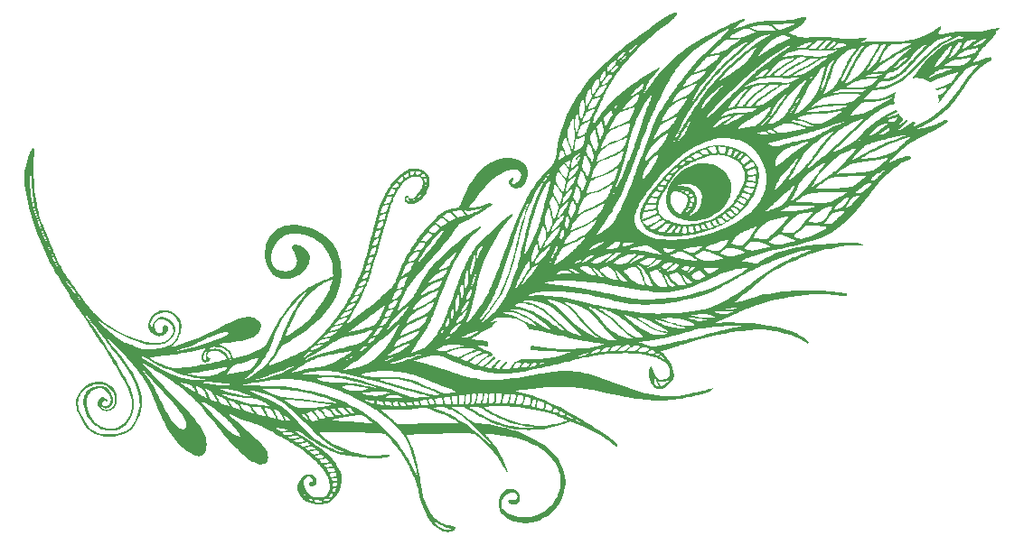
<source format=gbo>
%TF.GenerationSoftware,KiCad,Pcbnew,7.0.7-2.fc38*%
%TF.CreationDate,2023-10-04T19:59:21+05:30*%
%TF.ProjectId,bottom_plate,626f7474-6f6d-45f7-906c-6174652e6b69,rev?*%
%TF.SameCoordinates,Original*%
%TF.FileFunction,Legend,Bot*%
%TF.FilePolarity,Positive*%
%FSLAX46Y46*%
G04 Gerber Fmt 4.6, Leading zero omitted, Abs format (unit mm)*
G04 Created by KiCad (PCBNEW 7.0.7-2.fc38) date 2023-10-04 19:59:21*
%MOMM*%
%LPD*%
G01*
G04 APERTURE LIST*
%ADD10C,4.200000*%
%ADD11C,3.500000*%
G04 APERTURE END LIST*
%TO.C,L2*%
G36*
X121215569Y-70337532D02*
G01*
X121548904Y-70379626D01*
X121868047Y-70458901D01*
X122169777Y-70574286D01*
X122450877Y-70724708D01*
X122708126Y-70909096D01*
X122938307Y-71126376D01*
X123138200Y-71375477D01*
X123304587Y-71655326D01*
X123434249Y-71964851D01*
X123498517Y-72211299D01*
X123535032Y-72489715D01*
X123540961Y-72777828D01*
X123516024Y-73060817D01*
X123459940Y-73323857D01*
X123423893Y-73437833D01*
X123296321Y-73747398D01*
X123129980Y-74050656D01*
X122931742Y-74336015D01*
X122708478Y-74591878D01*
X122648830Y-74650806D01*
X122359728Y-74897439D01*
X122036843Y-75117025D01*
X121686854Y-75307317D01*
X121316440Y-75466065D01*
X120932281Y-75591024D01*
X120541055Y-75679945D01*
X120149443Y-75730581D01*
X119764122Y-75740683D01*
X119671500Y-75732554D01*
X119391774Y-75708004D01*
X119349652Y-75701356D01*
X119337264Y-75698578D01*
X119153415Y-75657356D01*
X119016213Y-75626593D01*
X118718474Y-75521853D01*
X118706302Y-75517571D01*
X118422878Y-75376868D01*
X118203153Y-75229963D01*
X119099100Y-75229963D01*
X119122506Y-75301323D01*
X119131744Y-75313874D01*
X119153415Y-75321935D01*
X119183542Y-75290487D01*
X119203521Y-75249571D01*
X119217880Y-75181356D01*
X119218542Y-75114806D01*
X119203492Y-75071998D01*
X119181813Y-75071198D01*
X119142080Y-75096276D01*
X119107737Y-75152332D01*
X119099100Y-75229963D01*
X118203153Y-75229963D01*
X118168900Y-75207062D01*
X117947325Y-75010729D01*
X117761114Y-74790446D01*
X117613224Y-74548791D01*
X117506615Y-74288340D01*
X117444245Y-74011671D01*
X117426644Y-73753683D01*
X117428210Y-73728822D01*
X117856107Y-73728822D01*
X117869686Y-73868342D01*
X117894974Y-73984530D01*
X117965423Y-74203332D01*
X118061234Y-74414935D01*
X118177148Y-74610955D01*
X118307908Y-74783006D01*
X118448255Y-74922706D01*
X118592932Y-75021669D01*
X118593649Y-75022043D01*
X118669751Y-75060023D01*
X118718474Y-75076522D01*
X118755162Y-75074093D01*
X118795161Y-75055284D01*
X118795774Y-75054937D01*
X118843951Y-75013765D01*
X118909979Y-74938584D01*
X118986590Y-74839496D01*
X119320296Y-74839496D01*
X119321024Y-74888117D01*
X119337264Y-74908286D01*
X119348207Y-74902317D01*
X119388937Y-74868566D01*
X119450357Y-74811685D01*
X119524023Y-74739315D01*
X119691700Y-74570343D01*
X119603234Y-74560015D01*
X119552255Y-74557883D01*
X119499510Y-74575243D01*
X119443987Y-74624586D01*
X119431942Y-74637668D01*
X119380561Y-74700326D01*
X119345694Y-74753141D01*
X119334109Y-74780255D01*
X119320296Y-74839496D01*
X118986590Y-74839496D01*
X118987705Y-74838054D01*
X119070974Y-74720831D01*
X119153633Y-74595572D01*
X119229529Y-74470935D01*
X119276565Y-74384779D01*
X119564191Y-74384779D01*
X119569405Y-74386995D01*
X119608921Y-74395255D01*
X119674594Y-74406025D01*
X119764202Y-74411114D01*
X119820637Y-74393358D01*
X119830992Y-74381143D01*
X119857739Y-74332683D01*
X119886864Y-74265780D01*
X119912382Y-74196081D01*
X119928310Y-74139235D01*
X119928663Y-74110888D01*
X119914842Y-74107024D01*
X119863318Y-74100292D01*
X119788548Y-74094055D01*
X119657077Y-74085365D01*
X119610815Y-74232754D01*
X119588840Y-74303184D01*
X119571122Y-74360891D01*
X119564191Y-74384779D01*
X119276565Y-74384779D01*
X119292507Y-74355578D01*
X119297802Y-74345033D01*
X119392793Y-74123111D01*
X119446678Y-73919266D01*
X119711218Y-73919266D01*
X119803336Y-73934492D01*
X119806529Y-73935013D01*
X119893788Y-73945499D01*
X119975290Y-73949989D01*
X120055125Y-73950259D01*
X120055125Y-73551896D01*
X119993696Y-73567314D01*
X119977598Y-73571050D01*
X119904928Y-73584915D01*
X119821743Y-73597881D01*
X119746957Y-73608131D01*
X119711218Y-73613030D01*
X119711218Y-73919266D01*
X119446678Y-73919266D01*
X119447823Y-73914934D01*
X119465570Y-73710513D01*
X119464819Y-73668269D01*
X119452938Y-73564194D01*
X119422287Y-73476901D01*
X119402548Y-73449242D01*
X119367316Y-73399875D01*
X119282473Y-73326602D01*
X119215566Y-73284303D01*
X119595953Y-73284303D01*
X119599156Y-73353361D01*
X119648690Y-73423233D01*
X119692890Y-73460342D01*
X119746957Y-73478779D01*
X119813023Y-73467013D01*
X119904543Y-73425144D01*
X120011890Y-73368981D01*
X119893461Y-73235877D01*
X119886763Y-73228406D01*
X119826233Y-73165911D01*
X119777033Y-73123425D01*
X119749266Y-73109783D01*
X119742832Y-73112618D01*
X119704859Y-73141807D01*
X119655947Y-73190006D01*
X119639298Y-73209020D01*
X119595953Y-73284303D01*
X119215566Y-73284303D01*
X119162208Y-73250570D01*
X119016895Y-73173688D01*
X119000970Y-73165262D01*
X118932651Y-73132811D01*
X118768893Y-73067653D01*
X118669602Y-73037245D01*
X119225152Y-73037245D01*
X119234086Y-73086636D01*
X119284647Y-73137838D01*
X119320602Y-73162207D01*
X119402548Y-73188999D01*
X119473914Y-73173441D01*
X119526351Y-73116276D01*
X119554463Y-73054216D01*
X119556181Y-73010531D01*
X119523602Y-72975912D01*
X119451032Y-72936792D01*
X119338234Y-72881991D01*
X119279078Y-72950764D01*
X119257473Y-72977266D01*
X119225152Y-73037245D01*
X118669602Y-73037245D01*
X118602431Y-73016674D01*
X118442482Y-72981654D01*
X118298260Y-72964371D01*
X118178981Y-72966605D01*
X118093860Y-72990135D01*
X118031837Y-73040983D01*
X117964660Y-73138997D01*
X117908098Y-73270958D01*
X117904831Y-73280945D01*
X117875076Y-73413398D01*
X117858369Y-73569932D01*
X117856107Y-73728822D01*
X117428210Y-73728822D01*
X117445917Y-73447674D01*
X117504316Y-73130961D01*
X117578430Y-72881124D01*
X118851450Y-72881124D01*
X118851459Y-72881328D01*
X118870404Y-72901883D01*
X118914766Y-72934326D01*
X118947328Y-72949992D01*
X119016895Y-72958421D01*
X119079278Y-72940720D01*
X119115562Y-72900114D01*
X119110993Y-72884442D01*
X119071328Y-72872940D01*
X118988604Y-72869408D01*
X118931139Y-72870493D01*
X118873692Y-72874748D01*
X118851450Y-72881124D01*
X117578430Y-72881124D01*
X117599534Y-72809983D01*
X117729270Y-72491182D01*
X117773652Y-72406176D01*
X118532108Y-72406176D01*
X118538137Y-72431535D01*
X118567617Y-72451806D01*
X118579674Y-72451914D01*
X118670711Y-72456224D01*
X118791322Y-72465774D01*
X118928411Y-72479116D01*
X119068880Y-72494806D01*
X119199631Y-72511395D01*
X119307568Y-72527439D01*
X119379593Y-72541489D01*
X119466045Y-72566678D01*
X119686841Y-72663709D01*
X119883845Y-72798743D01*
X120051504Y-72966587D01*
X120184264Y-73162051D01*
X120276571Y-73379943D01*
X120299211Y-73474107D01*
X120319926Y-73639898D01*
X120325177Y-73820304D01*
X120314672Y-73996132D01*
X120288125Y-74148191D01*
X120254689Y-74264135D01*
X120203462Y-74400630D01*
X120137745Y-74532339D01*
X120055125Y-74663845D01*
X120052066Y-74668714D01*
X119940953Y-74819208D01*
X119798935Y-74993272D01*
X119764202Y-75035008D01*
X119761931Y-75037737D01*
X119685072Y-75136681D01*
X119644168Y-75203300D01*
X119639538Y-75238777D01*
X119671500Y-75244296D01*
X119740371Y-75221038D01*
X119846469Y-75170187D01*
X120022200Y-75061233D01*
X120210983Y-74904274D01*
X120384659Y-74719338D01*
X120533022Y-74517414D01*
X120645864Y-74309494D01*
X120679702Y-74224566D01*
X120737942Y-74024059D01*
X120777198Y-73806427D01*
X120795882Y-73586472D01*
X120792402Y-73378998D01*
X120765169Y-73198810D01*
X120742015Y-73116972D01*
X120650594Y-72909609D01*
X120518183Y-72728445D01*
X120344138Y-72572715D01*
X120127814Y-72441654D01*
X120091888Y-72423999D01*
X119985307Y-72376637D01*
X119880719Y-72339921D01*
X119771800Y-72313433D01*
X119652231Y-72296758D01*
X119515688Y-72289480D01*
X119355851Y-72291185D01*
X119166398Y-72301456D01*
X118941006Y-72319878D01*
X118673355Y-72346034D01*
X118641370Y-72349583D01*
X118573564Y-72361540D01*
X118540696Y-72378892D01*
X118532108Y-72406176D01*
X117773652Y-72406176D01*
X117891217Y-72181001D01*
X118083073Y-71885879D01*
X118302533Y-71612259D01*
X118387791Y-71520227D01*
X118650149Y-71271778D01*
X118940454Y-71040806D01*
X119245367Y-70837360D01*
X119551547Y-70671488D01*
X119804670Y-70562420D01*
X120162590Y-70445064D01*
X120519193Y-70369179D01*
X120871258Y-70333693D01*
X121215569Y-70337532D01*
G37*
G36*
X122774156Y-68675614D02*
G01*
X123201803Y-68733489D01*
X123622383Y-68830332D01*
X124030501Y-68964534D01*
X124420768Y-69134487D01*
X124787789Y-69338585D01*
X125126174Y-69575218D01*
X125430529Y-69842780D01*
X125572818Y-69992229D01*
X125771912Y-70243109D01*
X125926752Y-70501602D01*
X126040377Y-70773115D01*
X126115825Y-71063060D01*
X126134799Y-71203056D01*
X126143298Y-71425175D01*
X126132792Y-71673244D01*
X126104510Y-71936636D01*
X126059678Y-72204727D01*
X125999524Y-72466890D01*
X125925276Y-72712499D01*
X125848298Y-72917937D01*
X125847242Y-72920755D01*
X125651377Y-73342805D01*
X125650801Y-73344046D01*
X125427311Y-73723788D01*
X125408890Y-73755088D01*
X125123327Y-74152152D01*
X125089752Y-74191261D01*
X124795931Y-74533508D01*
X124759177Y-74569913D01*
X124428520Y-74897427D01*
X124401956Y-74920005D01*
X124043931Y-75224311D01*
X124022911Y-75242177D01*
X123580923Y-75566030D01*
X123537263Y-75593627D01*
X123157651Y-75833580D01*
X123104375Y-75867256D01*
X122595083Y-76144124D01*
X122533932Y-76172512D01*
X122068860Y-76388409D01*
X122054867Y-76394905D01*
X121719920Y-76528725D01*
X121413980Y-76632482D01*
X121204076Y-76703669D01*
X120974446Y-76767420D01*
X120652632Y-76856764D01*
X120308409Y-76933570D01*
X120071245Y-76986488D01*
X119784344Y-77036146D01*
X119465570Y-77091320D01*
X119276645Y-77117898D01*
X119093056Y-77137709D01*
X118767712Y-77172818D01*
X118642650Y-77179928D01*
X118281945Y-77200434D01*
X117911961Y-77200807D01*
X117822390Y-77200897D01*
X117392091Y-77174358D01*
X117129791Y-77139173D01*
X116994094Y-77120970D01*
X116631444Y-77040884D01*
X116307185Y-76934250D01*
X116180230Y-76879104D01*
X116169800Y-76874574D01*
X116045344Y-76806198D01*
X117546276Y-76806198D01*
X117569812Y-76819691D01*
X117626433Y-76832483D01*
X117723992Y-76847792D01*
X117754132Y-76851940D01*
X117844466Y-76861045D01*
X117911961Y-76862856D01*
X117943830Y-76856846D01*
X117948741Y-76850338D01*
X117949754Y-76848739D01*
X118206831Y-76848739D01*
X118208972Y-76867220D01*
X118222224Y-76876477D01*
X118244221Y-76882748D01*
X118293581Y-76889969D01*
X118375513Y-76895378D01*
X118470696Y-76897492D01*
X118642650Y-76897621D01*
X118652143Y-76866219D01*
X118897487Y-76866219D01*
X119008637Y-76897339D01*
X119093056Y-76913196D01*
X119237408Y-76910823D01*
X119252011Y-76908643D01*
X119331742Y-76895454D01*
X119383111Y-76878311D01*
X119410412Y-76848275D01*
X119417941Y-76796408D01*
X119409989Y-76713774D01*
X119390853Y-76591433D01*
X119376585Y-76506001D01*
X119359492Y-76412719D01*
X119345590Y-76346891D01*
X119336967Y-76319077D01*
X119325868Y-76314171D01*
X119323478Y-76313641D01*
X119276795Y-76303279D01*
X119204830Y-76292776D01*
X119152277Y-76288824D01*
X119084421Y-76298381D01*
X119036021Y-76334713D01*
X118999215Y-76405216D01*
X118966145Y-76517280D01*
X118950591Y-76582430D01*
X118928590Y-76683926D01*
X118913394Y-76765444D01*
X118897487Y-76866219D01*
X118652143Y-76866219D01*
X118736898Y-76585855D01*
X118772856Y-76465600D01*
X118798018Y-76375443D01*
X118810852Y-76316236D01*
X118812229Y-76286925D01*
X119563829Y-76286925D01*
X119565941Y-76438950D01*
X119570555Y-76538509D01*
X119592702Y-76668356D01*
X119634508Y-76757146D01*
X119697785Y-76808075D01*
X119784344Y-76824340D01*
X119802043Y-76823688D01*
X119872827Y-76813759D01*
X119952742Y-76795160D01*
X120027401Y-76772147D01*
X120082419Y-76748979D01*
X120103410Y-76729913D01*
X120099698Y-76715475D01*
X120082626Y-76662099D01*
X120054916Y-76580196D01*
X120020128Y-76480433D01*
X119941452Y-76257715D01*
X120155310Y-76257715D01*
X120158614Y-76277432D01*
X120175126Y-76338073D01*
X120201209Y-76420285D01*
X120232092Y-76510354D01*
X120263005Y-76594562D01*
X120289177Y-76659194D01*
X120305839Y-76690533D01*
X120308409Y-76691938D01*
X120345606Y-76691440D01*
X120412140Y-76680521D01*
X120493291Y-76662673D01*
X120574334Y-76641385D01*
X120640549Y-76620151D01*
X120677213Y-76602461D01*
X120677591Y-76602001D01*
X120672808Y-76573878D01*
X120651606Y-76514482D01*
X120619243Y-76435698D01*
X120580977Y-76349407D01*
X120542067Y-76267493D01*
X120507770Y-76201839D01*
X120483345Y-76164329D01*
X120457472Y-76164125D01*
X120396661Y-76172352D01*
X120314247Y-76187259D01*
X120310174Y-76188073D01*
X120218723Y-76210180D01*
X120169344Y-76232399D01*
X120155310Y-76257715D01*
X119941452Y-76257715D01*
X119937691Y-76247068D01*
X119855161Y-76253476D01*
X119842810Y-76254487D01*
X119757554Y-76262903D01*
X119668230Y-76273405D01*
X119563829Y-76286925D01*
X118812229Y-76286925D01*
X118812566Y-76279763D01*
X118804371Y-76257809D01*
X118787474Y-76242155D01*
X118732436Y-76217342D01*
X118645166Y-76214862D01*
X118563427Y-76247558D01*
X118545613Y-76264435D01*
X118501273Y-76321341D01*
X118446589Y-76403490D01*
X118389527Y-76499347D01*
X118356665Y-76557772D01*
X118290717Y-76675549D01*
X118245338Y-76759143D01*
X118218165Y-76814793D01*
X118206831Y-76848739D01*
X117949754Y-76848739D01*
X117975029Y-76808842D01*
X118017501Y-76738159D01*
X118071010Y-76647226D01*
X118130407Y-76544977D01*
X118190547Y-76440348D01*
X118246283Y-76342274D01*
X118292466Y-76259691D01*
X118323951Y-76201534D01*
X118335590Y-76176739D01*
X118333790Y-76173519D01*
X118303244Y-76156590D01*
X118249570Y-76136242D01*
X118195720Y-76120268D01*
X120702464Y-76120268D01*
X120705910Y-76138585D01*
X120720704Y-76192189D01*
X120743592Y-76268068D01*
X120765492Y-76331070D01*
X120823282Y-76442488D01*
X120892441Y-76508050D01*
X120974446Y-76529426D01*
X121004861Y-76528173D01*
X121082509Y-76517262D01*
X121156712Y-76498654D01*
X121212332Y-76476652D01*
X121234236Y-76455559D01*
X121228633Y-76440545D01*
X121201202Y-76390139D01*
X121156097Y-76315236D01*
X121099122Y-76225711D01*
X120964008Y-76018428D01*
X120835050Y-76067360D01*
X120780838Y-76088170D01*
X120725399Y-76110150D01*
X120702464Y-76120268D01*
X118195720Y-76120268D01*
X118191928Y-76119143D01*
X118149476Y-76111961D01*
X118133644Y-76121549D01*
X118089005Y-76163042D01*
X118023280Y-76231651D01*
X117942381Y-76321142D01*
X117852223Y-76425282D01*
X117789097Y-76499763D01*
X117704067Y-76600374D01*
X117632676Y-76685183D01*
X117580989Y-76746980D01*
X117555066Y-76778560D01*
X117547969Y-76788785D01*
X117546276Y-76806198D01*
X116045344Y-76806198D01*
X115923665Y-76739348D01*
X115805871Y-76655882D01*
X116616706Y-76655882D01*
X116624517Y-76673204D01*
X116664931Y-76698220D01*
X116743087Y-76724952D01*
X116862687Y-76754592D01*
X117027429Y-76788334D01*
X117129791Y-76789820D01*
X117246940Y-76747109D01*
X117358772Y-76658145D01*
X117381408Y-76633706D01*
X117438462Y-76567633D01*
X117508343Y-76482912D01*
X117584753Y-76387621D01*
X117661392Y-76289840D01*
X117731964Y-76197646D01*
X117790171Y-76119119D01*
X117829713Y-76062336D01*
X117844294Y-76035376D01*
X117833032Y-76011827D01*
X117787969Y-75977996D01*
X117724665Y-75951382D01*
X117660733Y-75941037D01*
X117625296Y-75943528D01*
X117587442Y-75952350D01*
X117542772Y-75970756D01*
X117485833Y-76002008D01*
X117411170Y-76049371D01*
X117313332Y-76116108D01*
X117186865Y-76205484D01*
X117026316Y-76320762D01*
X117025852Y-76321096D01*
X116891502Y-76419852D01*
X116778628Y-76506623D01*
X116692013Y-76577494D01*
X116636445Y-76628552D01*
X116616706Y-76655882D01*
X115805871Y-76655882D01*
X115702501Y-76582637D01*
X115695870Y-76577938D01*
X115494114Y-76396825D01*
X115470737Y-76369787D01*
X115936102Y-76369787D01*
X115966138Y-76408183D01*
X116030920Y-76466237D01*
X116031541Y-76466767D01*
X116108660Y-76523220D01*
X116180230Y-76549591D01*
X116256872Y-76545303D01*
X116349207Y-76509775D01*
X116467856Y-76442430D01*
X116508340Y-76417106D01*
X116614579Y-76348202D01*
X116733260Y-76268578D01*
X116857723Y-76182990D01*
X116981309Y-76096191D01*
X117097358Y-76012938D01*
X117199211Y-75937983D01*
X117280208Y-75876083D01*
X117333690Y-75831991D01*
X117352998Y-75810463D01*
X117334806Y-75775710D01*
X117289749Y-75726759D01*
X117232166Y-75676210D01*
X117176397Y-75636649D01*
X117136781Y-75620665D01*
X117108564Y-75631982D01*
X117044694Y-75664967D01*
X116952347Y-75715618D01*
X116838382Y-75779916D01*
X116709654Y-75853845D01*
X116573022Y-75933387D01*
X116435342Y-76014525D01*
X116303472Y-76093241D01*
X116184268Y-76165517D01*
X116084588Y-76227337D01*
X116011289Y-76274683D01*
X115971228Y-76303537D01*
X115964616Y-76309323D01*
X115936898Y-76340388D01*
X115936102Y-76369787D01*
X115470737Y-76369787D01*
X115326093Y-76202492D01*
X115209719Y-76017644D01*
X115199505Y-76001420D01*
X115131030Y-75857826D01*
X115109677Y-75803326D01*
X115277129Y-75803326D01*
X115299895Y-75844775D01*
X115355320Y-75912072D01*
X115440232Y-76001142D01*
X115484062Y-76044579D01*
X115566488Y-76119779D01*
X115635531Y-76164712D01*
X115702501Y-76180737D01*
X115778707Y-76169215D01*
X115875457Y-76131507D01*
X116004062Y-76068973D01*
X116015349Y-76063255D01*
X116105478Y-76015321D01*
X116215703Y-75953735D01*
X116339048Y-75882720D01*
X116468539Y-75806495D01*
X116597200Y-75729281D01*
X116718056Y-75655298D01*
X116824132Y-75588766D01*
X116908453Y-75533907D01*
X116964044Y-75494940D01*
X116983930Y-75476086D01*
X116982817Y-75473022D01*
X116960148Y-75441267D01*
X116914307Y-75385530D01*
X116853266Y-75315605D01*
X116723199Y-75170215D01*
X116540661Y-75246359D01*
X116515113Y-75257044D01*
X116422994Y-75295771D01*
X116298922Y-75348114D01*
X116152397Y-75410060D01*
X115992916Y-75477594D01*
X115829980Y-75546702D01*
X115740661Y-75584805D01*
X115597578Y-75646671D01*
X115473195Y-75701483D01*
X115374165Y-75746257D01*
X115307141Y-75778012D01*
X115278778Y-75793765D01*
X115277129Y-75803326D01*
X115109677Y-75803326D01*
X115055790Y-75665788D01*
X115021112Y-75538145D01*
X115195101Y-75538145D01*
X115200147Y-75545969D01*
X115209719Y-75546799D01*
X115232224Y-75544663D01*
X115305666Y-75530046D01*
X115407422Y-75504496D01*
X115525464Y-75471452D01*
X115647764Y-75434352D01*
X115762295Y-75396636D01*
X115857027Y-75361742D01*
X115931262Y-75330354D01*
X116063114Y-75269035D01*
X116203222Y-75198656D01*
X116338201Y-75126245D01*
X116454667Y-75058833D01*
X116539235Y-75003448D01*
X116557787Y-74989017D01*
X116579097Y-74960921D01*
X116580571Y-74920319D01*
X116565128Y-74849918D01*
X116554287Y-74812914D01*
X116530443Y-74757959D01*
X116508737Y-74736343D01*
X116485188Y-74738891D01*
X116419640Y-74748716D01*
X116321733Y-74764595D01*
X116199547Y-74785108D01*
X116061162Y-74808834D01*
X115914660Y-74834354D01*
X115768122Y-74860248D01*
X115629628Y-74885096D01*
X115551280Y-74899426D01*
X115507260Y-74907478D01*
X115409099Y-74925974D01*
X115343226Y-74939163D01*
X115317720Y-74945627D01*
X115310042Y-74968839D01*
X115294602Y-75031169D01*
X115274009Y-75122482D01*
X115250591Y-75232816D01*
X115240175Y-75283274D01*
X115217118Y-75395890D01*
X115202587Y-75470787D01*
X115195581Y-75515645D01*
X115195101Y-75538145D01*
X115021112Y-75538145D01*
X115010162Y-75497841D01*
X115006319Y-75472671D01*
X115000621Y-75370918D01*
X115002680Y-75240038D01*
X115011450Y-75094358D01*
X115025884Y-74948203D01*
X115044937Y-74815898D01*
X115067562Y-74711768D01*
X115079897Y-74673692D01*
X115386276Y-74673692D01*
X115396589Y-74688371D01*
X115419580Y-74696562D01*
X115439010Y-74701059D01*
X115551280Y-74711461D01*
X115695855Y-74706914D01*
X115861396Y-74688933D01*
X116036561Y-74659032D01*
X116210012Y-74618727D01*
X116370406Y-74569533D01*
X116505512Y-74521703D01*
X116499282Y-74410972D01*
X116704107Y-74410972D01*
X116715559Y-74625791D01*
X116744236Y-74779158D01*
X116805395Y-74962877D01*
X116896450Y-75128431D01*
X117021215Y-75280262D01*
X117183502Y-75422812D01*
X117387126Y-75560523D01*
X117635899Y-75697838D01*
X117664429Y-75712221D01*
X117980661Y-75854169D01*
X118293297Y-75960024D01*
X118613722Y-76032412D01*
X118953321Y-76073961D01*
X119323478Y-76087298D01*
X119487144Y-76084441D01*
X119940834Y-76048740D01*
X120404929Y-75974356D01*
X120416912Y-75971507D01*
X121136890Y-75971507D01*
X121144216Y-75984806D01*
X121172397Y-76032606D01*
X121216748Y-76106628D01*
X121271941Y-76197938D01*
X121313852Y-76267502D01*
X121363213Y-76350894D01*
X121398332Y-76412033D01*
X121413494Y-76441101D01*
X121413980Y-76441866D01*
X121441745Y-76441750D01*
X121502093Y-76429251D01*
X121582496Y-76408076D01*
X121670426Y-76381932D01*
X121753354Y-76354524D01*
X121818752Y-76329560D01*
X121854092Y-76310747D01*
X121854779Y-76308905D01*
X121843593Y-76277999D01*
X121812395Y-76218707D01*
X121767478Y-76141325D01*
X121715139Y-76056147D01*
X121661671Y-75973470D01*
X121613371Y-75903588D01*
X121576532Y-75856797D01*
X121569826Y-75853829D01*
X121523978Y-75856221D01*
X121446019Y-75872462D01*
X121346315Y-75900579D01*
X121299985Y-75915163D01*
X121216054Y-75942415D01*
X121158206Y-75962376D01*
X121136890Y-75971507D01*
X120416912Y-75971507D01*
X120868968Y-75864033D01*
X121107774Y-75788461D01*
X121750096Y-75788461D01*
X121752461Y-75796025D01*
X121775464Y-75837788D01*
X121817006Y-75903989D01*
X121869729Y-75983805D01*
X121926279Y-76066414D01*
X121979298Y-76140994D01*
X122021431Y-76196723D01*
X122045320Y-76222779D01*
X122068860Y-76224557D01*
X122125024Y-76212128D01*
X122195680Y-76188470D01*
X122265334Y-76159537D01*
X122318490Y-76131284D01*
X122339651Y-76109667D01*
X122336593Y-76097175D01*
X122313042Y-76048308D01*
X122272082Y-75977502D01*
X122220734Y-75895490D01*
X122166023Y-75813002D01*
X122114971Y-75740772D01*
X122074601Y-75689531D01*
X122051937Y-75670010D01*
X122026209Y-75674797D01*
X121964485Y-75693189D01*
X121886124Y-75720689D01*
X121825823Y-75745011D01*
X121771167Y-75771583D01*
X121750096Y-75788461D01*
X121107774Y-75788461D01*
X121322491Y-75720512D01*
X121755036Y-75546534D01*
X121759709Y-75544184D01*
X122218695Y-75544184D01*
X122231881Y-75572567D01*
X122265793Y-75631033D01*
X122313795Y-75709028D01*
X122369281Y-75796303D01*
X122425644Y-75882610D01*
X122476277Y-75957699D01*
X122514576Y-76011321D01*
X122533932Y-76033228D01*
X122547127Y-76031603D01*
X122598397Y-76014369D01*
X122676820Y-75982574D01*
X122771641Y-75940416D01*
X122988212Y-75840360D01*
X122768844Y-75619971D01*
X122759096Y-75610199D01*
X122675328Y-75528046D01*
X122603937Y-75461118D01*
X122552220Y-75416076D01*
X122527471Y-75399582D01*
X122499597Y-75407402D01*
X122439091Y-75430806D01*
X122361147Y-75464349D01*
X122291347Y-75497685D01*
X122238297Y-75527230D01*
X122218695Y-75544184D01*
X121759709Y-75544184D01*
X122156144Y-75344842D01*
X122259782Y-75284969D01*
X122269749Y-75278381D01*
X122660365Y-75278381D01*
X122662191Y-75282892D01*
X122687563Y-75315983D01*
X122736625Y-75371916D01*
X122801501Y-75441586D01*
X122883568Y-75523036D01*
X122993267Y-75615787D01*
X123086246Y-75674012D01*
X123157651Y-75694268D01*
X123231999Y-75676803D01*
X123316792Y-75625406D01*
X123389491Y-75550773D01*
X123444456Y-75476093D01*
X123229820Y-75296293D01*
X123153708Y-75232692D01*
X123071832Y-75164649D01*
X123008530Y-75112463D01*
X122973321Y-75084011D01*
X122948700Y-75071032D01*
X122916950Y-75075044D01*
X122869831Y-75102534D01*
X122796597Y-75158002D01*
X122792692Y-75161090D01*
X122726368Y-75215325D01*
X122678910Y-75257381D01*
X122660365Y-75278381D01*
X122269749Y-75278381D01*
X122675720Y-75010047D01*
X122782034Y-74924275D01*
X123123391Y-74924275D01*
X123230984Y-75070430D01*
X123333886Y-75193908D01*
X123436486Y-75278369D01*
X123537263Y-75317707D01*
X123640300Y-75313470D01*
X123749682Y-75267208D01*
X123790352Y-75242405D01*
X123846234Y-75204445D01*
X123874076Y-75179915D01*
X123874054Y-75176181D01*
X123851411Y-75145653D01*
X123798688Y-75092664D01*
X123722412Y-75023488D01*
X123629110Y-74944401D01*
X123610661Y-74929234D01*
X123511928Y-74848834D01*
X123442597Y-74795308D01*
X123395478Y-74764658D01*
X123363384Y-74752885D01*
X123339126Y-74755992D01*
X123315515Y-74769980D01*
X123314125Y-74770962D01*
X123255687Y-74814992D01*
X123192111Y-74866392D01*
X123123391Y-74924275D01*
X122782034Y-74924275D01*
X123065275Y-74695763D01*
X123197679Y-74566923D01*
X123494197Y-74566923D01*
X123499524Y-74582130D01*
X123533987Y-74629609D01*
X123592952Y-74694915D01*
X123667630Y-74769440D01*
X123749229Y-74844580D01*
X123828959Y-74911728D01*
X123898029Y-74962278D01*
X124043931Y-75056768D01*
X124149818Y-74952848D01*
X124197309Y-74904251D01*
X124239467Y-74856133D01*
X124255706Y-74830332D01*
X124239138Y-74796510D01*
X124195275Y-74742594D01*
X124135232Y-74680507D01*
X124070131Y-74621735D01*
X124011097Y-74577762D01*
X123987080Y-74563541D01*
X123899468Y-74518636D01*
X123809268Y-74479792D01*
X123749764Y-74458288D01*
X123700351Y-74449061D01*
X123656020Y-74460048D01*
X123594326Y-74492585D01*
X123563176Y-74510993D01*
X123513708Y-74545277D01*
X123494197Y-74566923D01*
X123197679Y-74566923D01*
X123424926Y-74345792D01*
X123496149Y-74262396D01*
X123805325Y-74262396D01*
X123823532Y-74289427D01*
X123880391Y-74337674D01*
X123972315Y-74404339D01*
X124095713Y-74486625D01*
X124401956Y-74684578D01*
X124484445Y-74581490D01*
X124510020Y-74549269D01*
X124576593Y-74463729D01*
X124634212Y-74387735D01*
X124701491Y-74297067D01*
X124607563Y-74238832D01*
X124563442Y-74211518D01*
X124401442Y-74112225D01*
X124275896Y-74037306D01*
X124183050Y-73984702D01*
X124119152Y-73952355D01*
X124080447Y-73938205D01*
X124063182Y-73940193D01*
X124062722Y-73940747D01*
X124037531Y-73971248D01*
X123991222Y-74027460D01*
X123933466Y-74097648D01*
X123931240Y-74100356D01*
X123873940Y-74171166D01*
X123828975Y-74228693D01*
X123805907Y-74260713D01*
X123805325Y-74262396D01*
X123496149Y-74262396D01*
X123751150Y-73963810D01*
X123895664Y-73758828D01*
X124158056Y-73758828D01*
X124175689Y-73772638D01*
X124226580Y-73806941D01*
X124301732Y-73855873D01*
X124392100Y-73913714D01*
X124488635Y-73974748D01*
X124582292Y-74033257D01*
X124664024Y-74083522D01*
X124724783Y-74119826D01*
X124755525Y-74136452D01*
X124759177Y-74136892D01*
X124791647Y-74116833D01*
X124841055Y-74065473D01*
X124899199Y-73991114D01*
X125012216Y-73834011D01*
X124697079Y-73658770D01*
X124646612Y-73630785D01*
X124540819Y-73572674D01*
X124454381Y-73525954D01*
X124395131Y-73494836D01*
X124370905Y-73483528D01*
X124370745Y-73483540D01*
X124350955Y-73502480D01*
X124310754Y-73550550D01*
X124258657Y-73617580D01*
X124257144Y-73619585D01*
X124206949Y-73687201D01*
X124171382Y-73737179D01*
X124158056Y-73758828D01*
X123895664Y-73758828D01*
X124040429Y-73553491D01*
X124161998Y-73340958D01*
X124452224Y-73340958D01*
X124467449Y-73353156D01*
X124518052Y-73384508D01*
X124595719Y-73429424D01*
X124691731Y-73482741D01*
X124769065Y-73525125D01*
X124871140Y-73581638D01*
X124955937Y-73629226D01*
X125010495Y-73660653D01*
X125089752Y-73707903D01*
X125213154Y-73518869D01*
X125241203Y-73475440D01*
X125290136Y-73397064D01*
X125323941Y-73339263D01*
X125336557Y-73312188D01*
X125328905Y-73306097D01*
X125284564Y-73285107D01*
X125209054Y-73253812D01*
X125111978Y-73215770D01*
X125002940Y-73174534D01*
X124891542Y-73133660D01*
X124787390Y-73096702D01*
X124700086Y-73067216D01*
X124639234Y-73048757D01*
X124614437Y-73044879D01*
X124601487Y-73066294D01*
X124570891Y-73119424D01*
X124529931Y-73191741D01*
X124492430Y-73259775D01*
X124463356Y-73315457D01*
X124452224Y-73340958D01*
X124161998Y-73340958D01*
X124289239Y-73118510D01*
X124334711Y-73026879D01*
X124403049Y-72882615D01*
X124408824Y-72869955D01*
X124697872Y-72869955D01*
X124712892Y-72881742D01*
X124765800Y-72907421D01*
X124847864Y-72941722D01*
X124949661Y-72980508D01*
X125024428Y-73007933D01*
X125140805Y-73051007D01*
X125242748Y-73089171D01*
X125314381Y-73116505D01*
X125427311Y-73160511D01*
X125529323Y-72969056D01*
X125549372Y-72930989D01*
X125591329Y-72848025D01*
X125620439Y-72785656D01*
X125631334Y-72755134D01*
X125613380Y-72743231D01*
X125556046Y-72722964D01*
X125468651Y-72697578D01*
X125360809Y-72669324D01*
X125242132Y-72640455D01*
X125122233Y-72613223D01*
X125010727Y-72589879D01*
X124917227Y-72572676D01*
X124851347Y-72563866D01*
X124822699Y-72565701D01*
X124810176Y-72586676D01*
X124783138Y-72643619D01*
X124751129Y-72719154D01*
X124728506Y-72777096D01*
X124706416Y-72838688D01*
X124697872Y-72869955D01*
X124408824Y-72869955D01*
X124476351Y-72721920D01*
X124550894Y-72553479D01*
X124622955Y-72385979D01*
X124646369Y-72329849D01*
X124896753Y-72329849D01*
X124990579Y-72391940D01*
X125004260Y-72400016D01*
X125069355Y-72428932D01*
X125160933Y-72461689D01*
X125268574Y-72495451D01*
X125381859Y-72527387D01*
X125490367Y-72554664D01*
X125583680Y-72574449D01*
X125651377Y-72583908D01*
X125683040Y-72580209D01*
X125694388Y-72557662D01*
X125715206Y-72499869D01*
X125739958Y-72421521D01*
X125764769Y-72336057D01*
X125785769Y-72256918D01*
X125799085Y-72197543D01*
X125800843Y-72171371D01*
X125797750Y-72169662D01*
X125758106Y-72159774D01*
X125682721Y-72146127D01*
X125582064Y-72130157D01*
X125466605Y-72113301D01*
X125346812Y-72096998D01*
X125233154Y-72082684D01*
X125136100Y-72071796D01*
X125066118Y-72065772D01*
X125033678Y-72066049D01*
X125016612Y-72081209D01*
X124983489Y-72132273D01*
X124948979Y-72204179D01*
X124931238Y-72246869D01*
X124896753Y-72329849D01*
X124646369Y-72329849D01*
X124688811Y-72228105D01*
X124744739Y-72088543D01*
X124787015Y-71975979D01*
X124811918Y-71899099D01*
X124829706Y-71809808D01*
X125097066Y-71809808D01*
X125099082Y-71867892D01*
X125118540Y-71897426D01*
X125155173Y-71907083D01*
X125229910Y-71922957D01*
X125328709Y-71941923D01*
X125441240Y-71962219D01*
X125557171Y-71982082D01*
X125666174Y-71999749D01*
X125757916Y-72013457D01*
X125822068Y-72021445D01*
X125848298Y-72021947D01*
X125849204Y-72020591D01*
X125855066Y-71986112D01*
X125859331Y-71918370D01*
X125861877Y-71831088D01*
X125862582Y-71737988D01*
X125861322Y-71652794D01*
X125857974Y-71589228D01*
X125852417Y-71561014D01*
X125851012Y-71560362D01*
X125816264Y-71558199D01*
X125743644Y-71559137D01*
X125642753Y-71562934D01*
X125523190Y-71569346D01*
X125410151Y-71576957D01*
X125305699Y-71586867D01*
X125294036Y-71588801D01*
X125235157Y-71598563D01*
X125190058Y-71613545D01*
X125161932Y-71633311D01*
X125134671Y-71673074D01*
X125109820Y-71739445D01*
X125097066Y-71809808D01*
X124829706Y-71809808D01*
X124835586Y-71780289D01*
X124846812Y-71565124D01*
X124824296Y-71336397D01*
X124769504Y-71110285D01*
X125051835Y-71110285D01*
X125058990Y-71159916D01*
X125075771Y-71242292D01*
X125103554Y-71364814D01*
X125105895Y-71374015D01*
X125118761Y-71399083D01*
X125146883Y-71412939D01*
X125201547Y-71418858D01*
X125294036Y-71420116D01*
X125295695Y-71420115D01*
X125412767Y-71416168D01*
X125548670Y-71406018D01*
X125674323Y-71391829D01*
X125876982Y-71363510D01*
X125874111Y-71225985D01*
X125872089Y-71167619D01*
X125865129Y-71049053D01*
X125855687Y-70937390D01*
X125840135Y-70786320D01*
X125448845Y-70925108D01*
X125349143Y-70961219D01*
X125232218Y-71005730D01*
X125138615Y-71043894D01*
X125076057Y-71072531D01*
X125052267Y-71088460D01*
X125051835Y-71110285D01*
X124769504Y-71110285D01*
X124768751Y-71107178D01*
X124727928Y-70985068D01*
X124679604Y-70862066D01*
X124647383Y-70780052D01*
X124574790Y-70636819D01*
X124828592Y-70636819D01*
X124830370Y-70655542D01*
X124847637Y-70712744D01*
X124877721Y-70784822D01*
X124931238Y-70898786D01*
X125341183Y-70747443D01*
X125458571Y-70703711D01*
X125577788Y-70658383D01*
X125673930Y-70620817D01*
X125739299Y-70594028D01*
X125766200Y-70581029D01*
X125765731Y-70570137D01*
X125746268Y-70524735D01*
X125707683Y-70453821D01*
X125655021Y-70367101D01*
X125528770Y-70168245D01*
X125463369Y-70203824D01*
X125457759Y-70206953D01*
X125406355Y-70237665D01*
X125325550Y-70287728D01*
X125225277Y-70350938D01*
X125115473Y-70421091D01*
X125086824Y-70439678D01*
X124986767Y-70507292D01*
X124905199Y-70566580D01*
X124849886Y-70611702D01*
X124828592Y-70636819D01*
X124574790Y-70636819D01*
X124560057Y-70607749D01*
X124460105Y-70457356D01*
X124341682Y-70318073D01*
X124341401Y-70317774D01*
X124278330Y-70252334D01*
X124222611Y-70199785D01*
X124165611Y-70154492D01*
X124110347Y-70118421D01*
X124098695Y-70110816D01*
X124086008Y-70103736D01*
X124429199Y-70103736D01*
X124431848Y-70112074D01*
X124457263Y-70153437D01*
X124501818Y-70213901D01*
X124555922Y-70281686D01*
X124609983Y-70345016D01*
X124654407Y-70392112D01*
X124679604Y-70411197D01*
X124689834Y-70408312D01*
X124735389Y-70383960D01*
X124807246Y-70339665D01*
X124896951Y-70281239D01*
X124996049Y-70214495D01*
X125096088Y-70145247D01*
X125188612Y-70079308D01*
X125265167Y-70022491D01*
X125317300Y-69980608D01*
X125336557Y-69959474D01*
X125336428Y-69957505D01*
X125314610Y-69920104D01*
X125262653Y-69865447D01*
X125191083Y-69801920D01*
X125110425Y-69737910D01*
X125031202Y-69681804D01*
X124963941Y-69641990D01*
X124919165Y-69626855D01*
X124916545Y-69627444D01*
X124883806Y-69649440D01*
X124825098Y-69698487D01*
X124747857Y-69768139D01*
X124659520Y-69851947D01*
X124642415Y-69868629D01*
X124558549Y-69952811D01*
X124490670Y-70024853D01*
X124445360Y-70077559D01*
X124429199Y-70103736D01*
X124086008Y-70103736D01*
X124013232Y-70063122D01*
X123900587Y-70005771D01*
X123752127Y-69933128D01*
X123729891Y-69922477D01*
X123707013Y-69911518D01*
X124095383Y-69911518D01*
X124110347Y-69920322D01*
X124150251Y-69913054D01*
X124214456Y-69895296D01*
X124276801Y-69869598D01*
X124379251Y-69801395D01*
X124483941Y-69705750D01*
X124579074Y-69592463D01*
X124625524Y-69522286D01*
X124644477Y-69468136D01*
X124628865Y-69429280D01*
X124578665Y-69395360D01*
X124554316Y-69383283D01*
X124516592Y-69373607D01*
X124482704Y-69389968D01*
X124434427Y-69437717D01*
X124425967Y-69446918D01*
X124371862Y-69511376D01*
X124305118Y-69597145D01*
X124238231Y-69688267D01*
X124206550Y-69732846D01*
X124142844Y-69823361D01*
X124106002Y-69881058D01*
X124095383Y-69911518D01*
X123707013Y-69911518D01*
X123616838Y-69868323D01*
X123487790Y-69809703D01*
X123413878Y-69776128D01*
X123723351Y-69776128D01*
X123729891Y-69798808D01*
X123756597Y-69793717D01*
X123825275Y-69757012D01*
X123907793Y-69691399D01*
X123994993Y-69604629D01*
X124077718Y-69504452D01*
X124109175Y-69462099D01*
X124167986Y-69383025D01*
X124213261Y-69322290D01*
X124237134Y-69290453D01*
X124239949Y-69272971D01*
X124209598Y-69241052D01*
X124135574Y-69198335D01*
X124082986Y-69172686D01*
X124022039Y-69145935D01*
X123989236Y-69135559D01*
X123981544Y-69140376D01*
X123953994Y-69178633D01*
X123915839Y-69245736D01*
X123872676Y-69330442D01*
X123830104Y-69421505D01*
X123793720Y-69507681D01*
X123769121Y-69577725D01*
X123763299Y-69598057D01*
X123734554Y-69708836D01*
X123723351Y-69776128D01*
X123413878Y-69776128D01*
X123387010Y-69763923D01*
X123185828Y-69682109D01*
X123004835Y-69620502D01*
X122883133Y-69589026D01*
X122835573Y-69576726D01*
X122669588Y-69548402D01*
X122498422Y-69533151D01*
X122313620Y-69528596D01*
X122180769Y-69532295D01*
X121923868Y-69558309D01*
X121737814Y-69592724D01*
X121644878Y-69609914D01*
X121341066Y-69687935D01*
X121072151Y-69773359D01*
X121009699Y-69793197D01*
X120648046Y-69926524D01*
X120253374Y-70088742D01*
X120172130Y-70124970D01*
X119822951Y-70280676D01*
X119671492Y-70351751D01*
X119599878Y-70387532D01*
X119431507Y-70471655D01*
X119224701Y-70586781D01*
X119042128Y-70703009D01*
X118874842Y-70826217D01*
X118855476Y-70842590D01*
X118713897Y-70962287D01*
X118550345Y-71117097D01*
X118498732Y-71168437D01*
X118434407Y-71233913D01*
X118375902Y-71296496D01*
X118320026Y-71360637D01*
X118263587Y-71430789D01*
X118203393Y-71511402D01*
X118136252Y-71606929D01*
X118058973Y-71721822D01*
X118039412Y-71751767D01*
X117968364Y-71860532D01*
X117861233Y-72027512D01*
X117734388Y-72227214D01*
X117645472Y-72367862D01*
X117584638Y-72464089D01*
X117486449Y-72619694D01*
X117343435Y-72847120D01*
X117223183Y-73039856D01*
X117221593Y-73042440D01*
X117123363Y-73202071D01*
X117041642Y-73337933D01*
X116975688Y-73451608D01*
X116952564Y-73493724D01*
X116923168Y-73547264D01*
X116881750Y-73629069D01*
X116849102Y-73701190D01*
X116822892Y-73767796D01*
X116800788Y-73833053D01*
X116780457Y-73901130D01*
X116769947Y-73939506D01*
X116722764Y-74176312D01*
X116704107Y-74410972D01*
X116499282Y-74410972D01*
X116498075Y-74389511D01*
X116493886Y-74337355D01*
X116490646Y-74315380D01*
X116484377Y-74272860D01*
X116473510Y-74240857D01*
X116452832Y-74236125D01*
X116389607Y-74230354D01*
X116292411Y-74224979D01*
X116169557Y-74220443D01*
X116029362Y-74217189D01*
X115602341Y-74209984D01*
X115483855Y-74446005D01*
X115452414Y-74508831D01*
X115412088Y-74592111D01*
X115390743Y-74644335D01*
X115386276Y-74673692D01*
X115079897Y-74673692D01*
X115108480Y-74585465D01*
X115201736Y-74360391D01*
X115325362Y-74114498D01*
X115393413Y-73996761D01*
X115707156Y-73996761D01*
X115714919Y-74013928D01*
X115765427Y-74039204D01*
X115860804Y-74057757D01*
X115998574Y-74069184D01*
X116176261Y-74073083D01*
X116490646Y-74073083D01*
X116549532Y-73882706D01*
X116557687Y-73855654D01*
X116580713Y-73769125D01*
X116593267Y-73704494D01*
X116592788Y-73674108D01*
X116586741Y-73670476D01*
X116543236Y-73655768D01*
X116487741Y-73640580D01*
X116468343Y-73635271D01*
X116373339Y-73611575D01*
X116269501Y-73587274D01*
X116168106Y-73564959D01*
X116080430Y-73547222D01*
X116017751Y-73536657D01*
X115991346Y-73535855D01*
X115982097Y-73549079D01*
X115950686Y-73596605D01*
X115903043Y-73669828D01*
X115845108Y-73759657D01*
X115803205Y-73825940D01*
X115753613Y-73907733D01*
X115719713Y-73967913D01*
X115707156Y-73996761D01*
X115393413Y-73996761D01*
X115475361Y-73854981D01*
X115647736Y-73589036D01*
X115838491Y-73323857D01*
X115847841Y-73311574D01*
X116126590Y-73311574D01*
X116127550Y-73314755D01*
X116154138Y-73343410D01*
X116207119Y-73385055D01*
X116273048Y-73429784D01*
X116338480Y-73467692D01*
X116373240Y-73483529D01*
X116487741Y-73505570D01*
X116596814Y-73479023D01*
X116699850Y-73404135D01*
X116796239Y-73281156D01*
X116853227Y-73188481D01*
X116884874Y-73126647D01*
X116892312Y-73087545D01*
X116877234Y-73062176D01*
X116841334Y-73041543D01*
X116780304Y-73015360D01*
X116687902Y-72980607D01*
X116594520Y-72949504D01*
X116515608Y-72927124D01*
X116466612Y-72918538D01*
X116453599Y-72922768D01*
X116408538Y-72957874D01*
X116346313Y-73022395D01*
X116274412Y-73108915D01*
X116233562Y-73161730D01*
X116178196Y-73235313D01*
X116140373Y-73288231D01*
X116126590Y-73311574D01*
X115847841Y-73311574D01*
X116101320Y-72978585D01*
X116282787Y-72743526D01*
X116565756Y-72743526D01*
X116722231Y-72831032D01*
X116749256Y-72845826D01*
X116863373Y-72897793D01*
X116952564Y-72915676D01*
X117025079Y-72899924D01*
X117089168Y-72850984D01*
X117124153Y-72807605D01*
X117166295Y-72740195D01*
X117200992Y-72670563D01*
X117221347Y-72612875D01*
X117220463Y-72581296D01*
X117206843Y-72573769D01*
X117152949Y-72556579D01*
X117074362Y-72537469D01*
X116986461Y-72519710D01*
X116904626Y-72506571D01*
X116844235Y-72501320D01*
X116789540Y-72509247D01*
X116713148Y-72556207D01*
X116665597Y-72610635D01*
X116613347Y-72677502D01*
X116565756Y-72743526D01*
X116282787Y-72743526D01*
X116340612Y-72668623D01*
X116559160Y-72390681D01*
X116632925Y-72299016D01*
X116911245Y-72299016D01*
X116998270Y-72340312D01*
X117101756Y-72380230D01*
X117221593Y-72395686D01*
X117323675Y-72368290D01*
X117350255Y-72350651D01*
X117409575Y-72291647D01*
X117466069Y-72215517D01*
X117508330Y-72138726D01*
X117524951Y-72077740D01*
X117506341Y-72048388D01*
X117454705Y-72010810D01*
X117384921Y-71974381D01*
X117311960Y-71946845D01*
X117250795Y-71935946D01*
X117224994Y-71942391D01*
X117165215Y-71979605D01*
X117096998Y-72042105D01*
X117055740Y-72088083D01*
X116995499Y-72162813D01*
X116954026Y-72223640D01*
X116911245Y-72299016D01*
X116632925Y-72299016D01*
X116760485Y-72140503D01*
X116948112Y-71913833D01*
X117075804Y-71764577D01*
X117377562Y-71764577D01*
X117378930Y-71769929D01*
X117409231Y-71797259D01*
X117467169Y-71828123D01*
X117536610Y-71855856D01*
X117601422Y-71873791D01*
X117645472Y-71875265D01*
X117661284Y-71866265D01*
X117704575Y-71823861D01*
X117757843Y-71757538D01*
X117814303Y-71677674D01*
X117867172Y-71594642D01*
X117909667Y-71518820D01*
X117935002Y-71460582D01*
X117936395Y-71430304D01*
X117922951Y-71424636D01*
X117870625Y-71416552D01*
X117796301Y-71412572D01*
X117698685Y-71420839D01*
X117615281Y-71454683D01*
X117538535Y-71521166D01*
X117457398Y-71627289D01*
X117423518Y-71679097D01*
X117390380Y-71735065D01*
X117377562Y-71764577D01*
X117075804Y-71764577D01*
X117125563Y-71706415D01*
X117296360Y-71513995D01*
X117464028Y-71332314D01*
X117581185Y-71210184D01*
X117869061Y-71210184D01*
X117902579Y-71236120D01*
X117983502Y-71259029D01*
X117998500Y-71261883D01*
X118039412Y-71262670D01*
X118081760Y-71247078D01*
X118137070Y-71209428D01*
X118216868Y-71144039D01*
X118291269Y-71076772D01*
X118375003Y-70991783D01*
X118451597Y-70905322D01*
X118515442Y-70824543D01*
X118560932Y-70756600D01*
X118582460Y-70708647D01*
X118574420Y-70687838D01*
X118557047Y-70686841D01*
X118486225Y-70707257D01*
X118391858Y-70759635D01*
X118280332Y-70840039D01*
X118158032Y-70944532D01*
X118116110Y-70982602D01*
X118035699Y-71053501D01*
X117968436Y-71110150D01*
X117925662Y-71142868D01*
X117881226Y-71177761D01*
X117869061Y-71210184D01*
X117581185Y-71210184D01*
X117632089Y-71157119D01*
X117885333Y-70904730D01*
X118359879Y-70467829D01*
X118361824Y-70466229D01*
X118704061Y-70466229D01*
X118704118Y-70467877D01*
X118727775Y-70497730D01*
X118783505Y-70517433D01*
X118855476Y-70523669D01*
X118927856Y-70513121D01*
X119001135Y-70482364D01*
X119082756Y-70432117D01*
X119158478Y-70372148D01*
X119219009Y-70310797D01*
X119255057Y-70256406D01*
X119257331Y-70217318D01*
X119221649Y-70194568D01*
X119156516Y-70178388D01*
X119082727Y-70172612D01*
X119020692Y-70180424D01*
X119019604Y-70180783D01*
X118973214Y-70207206D01*
X118906785Y-70257618D01*
X118834320Y-70321426D01*
X118826753Y-70328619D01*
X118764652Y-70390689D01*
X118720724Y-70439928D01*
X118704061Y-70466229D01*
X118361824Y-70466229D01*
X118835224Y-70076857D01*
X118956770Y-69988756D01*
X119299901Y-69988756D01*
X119302519Y-69998647D01*
X119336301Y-70025753D01*
X119396764Y-70057225D01*
X119470072Y-70087094D01*
X119542389Y-70109392D01*
X119599878Y-70118151D01*
X119601510Y-70118142D01*
X119685758Y-70103094D01*
X119782215Y-70065739D01*
X119866362Y-70015522D01*
X119871815Y-70011254D01*
X119890082Y-69990583D01*
X119888198Y-69964879D01*
X119862260Y-69923353D01*
X119808364Y-69855216D01*
X119705765Y-69729089D01*
X119506884Y-69846770D01*
X119458911Y-69875728D01*
X119379681Y-69926432D01*
X119323385Y-69966366D01*
X119299901Y-69988756D01*
X118956770Y-69988756D01*
X119310655Y-69732246D01*
X119437277Y-69652823D01*
X119834276Y-69652823D01*
X119844463Y-69666133D01*
X119885639Y-69701658D01*
X119947699Y-69749580D01*
X120019011Y-69801492D01*
X120087941Y-69848983D01*
X120142859Y-69883645D01*
X120172130Y-69897068D01*
X120189001Y-69892684D01*
X120244635Y-69872659D01*
X120327796Y-69840311D01*
X120428089Y-69799935D01*
X120535118Y-69755831D01*
X120638489Y-69712297D01*
X120727805Y-69673629D01*
X120792672Y-69644128D01*
X120822694Y-69628089D01*
X120812650Y-69609112D01*
X120771399Y-69569696D01*
X120708371Y-69517203D01*
X120633162Y-69458860D01*
X120555369Y-69401896D01*
X120484589Y-69353539D01*
X120430417Y-69321017D01*
X120402450Y-69311558D01*
X120400883Y-69312241D01*
X120367485Y-69330172D01*
X120301673Y-69367340D01*
X120212185Y-69418764D01*
X120107760Y-69479466D01*
X120090533Y-69489559D01*
X119990456Y-69549332D01*
X119909069Y-69599837D01*
X119854350Y-69636020D01*
X119834276Y-69652823D01*
X119437277Y-69652823D01*
X119785459Y-69434427D01*
X120236372Y-69195768D01*
X120644680Y-69195768D01*
X120645203Y-69198995D01*
X120667619Y-69233998D01*
X120715614Y-69288683D01*
X120778831Y-69352899D01*
X120846916Y-69416494D01*
X120909513Y-69469317D01*
X120956267Y-69501216D01*
X120969906Y-69507509D01*
X121072151Y-69527084D01*
X121195101Y-69513569D01*
X121292940Y-69479656D01*
X123150145Y-69479656D01*
X123156104Y-69484922D01*
X123195437Y-69504915D01*
X123259736Y-69533164D01*
X123335061Y-69564036D01*
X123407472Y-69591900D01*
X123463029Y-69611123D01*
X123487790Y-69616073D01*
X123487810Y-69616055D01*
X123498687Y-69592280D01*
X123523727Y-69531904D01*
X123559220Y-69444009D01*
X123601460Y-69337675D01*
X123709256Y-69064340D01*
X123560109Y-69013973D01*
X123486961Y-68990752D01*
X123415089Y-68971205D01*
X123372744Y-68963748D01*
X123363269Y-68966892D01*
X123332606Y-69004827D01*
X123292570Y-69087129D01*
X123242263Y-69215538D01*
X123211206Y-69301001D01*
X123179556Y-69390025D01*
X123158045Y-69452895D01*
X123150145Y-69479656D01*
X121292940Y-69479656D01*
X121326354Y-69468074D01*
X121382148Y-69440649D01*
X121434932Y-69410762D01*
X121455319Y-69393399D01*
X121454943Y-69389821D01*
X121439049Y-69348661D01*
X121405969Y-69284825D01*
X121364277Y-69213928D01*
X121322548Y-69151588D01*
X121296664Y-69119727D01*
X121199177Y-69044599D01*
X121082845Y-69014654D01*
X120948136Y-69029946D01*
X120795520Y-69090529D01*
X120793094Y-69091783D01*
X120718236Y-69134289D01*
X120664968Y-69171600D01*
X120644680Y-69195768D01*
X120236372Y-69195768D01*
X120258921Y-69183833D01*
X120730328Y-68980894D01*
X121049890Y-68875301D01*
X121358609Y-68875301D01*
X121369659Y-68903089D01*
X121402761Y-68953845D01*
X121461055Y-69032486D01*
X121547684Y-69143933D01*
X121737814Y-69385672D01*
X121957756Y-69371070D01*
X122003975Y-69367624D01*
X122096548Y-69358215D01*
X122164406Y-69347822D01*
X122195369Y-69338131D01*
X122204560Y-69307390D01*
X122198508Y-69239401D01*
X122177369Y-69148596D01*
X122145208Y-69046422D01*
X122106089Y-68944328D01*
X122064077Y-68853762D01*
X122023235Y-68786172D01*
X121987630Y-68753005D01*
X121953974Y-68753217D01*
X121882528Y-68762723D01*
X121784204Y-68779963D01*
X121669626Y-68803259D01*
X121557173Y-68827355D01*
X121463110Y-68847103D01*
X121397357Y-68860446D01*
X121369759Y-68865346D01*
X121366470Y-68865562D01*
X121358609Y-68875301D01*
X121049890Y-68875301D01*
X121198965Y-68826042D01*
X121519382Y-68752795D01*
X122339651Y-68752795D01*
X122341362Y-68864341D01*
X122347933Y-68956893D01*
X122382266Y-69105649D01*
X122441951Y-69230823D01*
X122522659Y-69324424D01*
X122620057Y-69378465D01*
X122624062Y-69379650D01*
X122683929Y-69393776D01*
X122757349Y-69406954D01*
X122828893Y-69416992D01*
X122883133Y-69421699D01*
X122904642Y-69418884D01*
X122911265Y-69394701D01*
X122929586Y-69332864D01*
X122956778Y-69242831D01*
X122990017Y-69134031D01*
X123022587Y-69026154D01*
X123048617Y-68936446D01*
X123065250Y-68874968D01*
X123069853Y-68851051D01*
X123063600Y-68849531D01*
X123018602Y-68842361D01*
X122937575Y-68830821D01*
X122829157Y-68816120D01*
X122701982Y-68799471D01*
X122339651Y-68752795D01*
X121519382Y-68752795D01*
X121664120Y-68719708D01*
X121919225Y-68683197D01*
X122344833Y-68658314D01*
X122774156Y-68675614D01*
G37*
G36*
X118451874Y-56206879D02*
G01*
X118458414Y-56234297D01*
X118451335Y-56270307D01*
X118415274Y-56348955D01*
X118353899Y-56448108D01*
X118273094Y-56559295D01*
X118178746Y-56674041D01*
X118076737Y-56783873D01*
X118060628Y-56799949D01*
X117953268Y-56901015D01*
X117826296Y-57010552D01*
X117675279Y-57132040D01*
X117495787Y-57268958D01*
X117283390Y-57424785D01*
X117033655Y-57603001D01*
X116933124Y-57675668D01*
X116702382Y-57852490D01*
X116448100Y-58058994D01*
X116175941Y-58289993D01*
X115891565Y-58540300D01*
X115600635Y-58804727D01*
X115308813Y-59078088D01*
X115021759Y-59355195D01*
X114745135Y-59630862D01*
X114484604Y-59899901D01*
X114245826Y-60157126D01*
X114051580Y-60374623D01*
X113944096Y-60501789D01*
X113813108Y-60656763D01*
X113542166Y-60977319D01*
X113127115Y-61513611D01*
X113073924Y-61582340D01*
X112641428Y-62196912D01*
X112239249Y-62828262D01*
X112213987Y-62870474D01*
X112112176Y-63048662D01*
X111999001Y-63257611D01*
X111876911Y-63492021D01*
X111748355Y-63746590D01*
X111615780Y-64016017D01*
X111481636Y-64295000D01*
X111348370Y-64578238D01*
X111218431Y-64860429D01*
X111094268Y-65136272D01*
X110978328Y-65400464D01*
X110873060Y-65647706D01*
X110780912Y-65872695D01*
X110704333Y-66070129D01*
X110645772Y-66234708D01*
X110607676Y-66361129D01*
X110598108Y-66398704D01*
X110582484Y-66468081D01*
X110580624Y-66509080D01*
X110593529Y-66535506D01*
X110622202Y-66561162D01*
X110631599Y-66569102D01*
X110649162Y-66583758D01*
X110665051Y-66590090D01*
X110683585Y-66583578D01*
X110709081Y-66559698D01*
X110745860Y-66513929D01*
X110798240Y-66441748D01*
X110870539Y-66338635D01*
X110967078Y-66200066D01*
X110987053Y-66171586D01*
X111610201Y-66171586D01*
X111611768Y-66233326D01*
X111622203Y-66312233D01*
X111642327Y-66418518D01*
X111672959Y-66562396D01*
X111692862Y-66649279D01*
X111722279Y-66758821D01*
X111747315Y-66827344D01*
X111766732Y-66851033D01*
X111780865Y-66843921D01*
X111803231Y-66818954D01*
X111835509Y-66772467D01*
X111879879Y-66700811D01*
X111938522Y-66600339D01*
X112013621Y-66467399D01*
X112107355Y-66298344D01*
X112221906Y-66089524D01*
X112403191Y-65757899D01*
X112402277Y-65549099D01*
X112402097Y-65511300D01*
X112400222Y-65411181D01*
X112393120Y-65341819D01*
X112376590Y-65303800D01*
X112346432Y-65297708D01*
X112298445Y-65324126D01*
X112228428Y-65383641D01*
X112132182Y-65476834D01*
X112005505Y-65604292D01*
X111916311Y-65695100D01*
X111811172Y-65805264D01*
X111734589Y-65890806D01*
X111682149Y-65957023D01*
X111649440Y-66009214D01*
X111632049Y-66052677D01*
X111630395Y-66058751D01*
X111616683Y-66116798D01*
X111610201Y-66171586D01*
X110987053Y-66171586D01*
X111024086Y-66118786D01*
X111238899Y-65820129D01*
X111448093Y-65541009D01*
X111645685Y-65289283D01*
X111750644Y-65163058D01*
X112587803Y-65163058D01*
X112590207Y-65233647D01*
X112600363Y-65285927D01*
X112620690Y-65297699D01*
X112653573Y-65267840D01*
X112674615Y-65235889D01*
X113348936Y-65235889D01*
X113349388Y-65241444D01*
X113357077Y-65250420D01*
X113380479Y-65251382D01*
X113427521Y-65243126D01*
X113506134Y-65224452D01*
X113624244Y-65194157D01*
X113669198Y-65182184D01*
X113946589Y-65092457D01*
X114182508Y-64984927D01*
X114381763Y-64856576D01*
X114549161Y-64704386D01*
X114689510Y-64525338D01*
X114702731Y-64504698D01*
X114755115Y-64409998D01*
X114805865Y-64300396D01*
X114852238Y-64184377D01*
X114891491Y-64070427D01*
X114920879Y-63967029D01*
X114937660Y-63882668D01*
X114939090Y-63825830D01*
X114922425Y-63804998D01*
X114915325Y-63805559D01*
X114858412Y-63824419D01*
X114773957Y-63865926D01*
X114671861Y-63924469D01*
X114562025Y-63994438D01*
X114454352Y-64070222D01*
X114452661Y-64071481D01*
X114328579Y-64171119D01*
X114184515Y-64298267D01*
X114030229Y-64443269D01*
X113950127Y-64522567D01*
X113875479Y-64596466D01*
X113730024Y-64748202D01*
X113603621Y-64888821D01*
X113506030Y-65008665D01*
X113455735Y-65076485D01*
X113400521Y-65153702D01*
X113362862Y-65209815D01*
X113348936Y-65235889D01*
X112674615Y-65235889D01*
X112701394Y-65195225D01*
X112766537Y-65078730D01*
X112818003Y-64981195D01*
X112860106Y-64897871D01*
X112887166Y-64840104D01*
X112894892Y-64816654D01*
X112884271Y-64814118D01*
X112842345Y-64830068D01*
X112783446Y-64867212D01*
X112720083Y-64917137D01*
X112664768Y-64971426D01*
X112631915Y-65012167D01*
X112596961Y-65081386D01*
X112587803Y-65163058D01*
X111750644Y-65163058D01*
X111825690Y-65072807D01*
X111970783Y-64910613D01*
X112183929Y-64687330D01*
X112422695Y-64450597D01*
X112678632Y-64208211D01*
X112735364Y-64156714D01*
X113947723Y-64156714D01*
X113950127Y-64173470D01*
X113954921Y-64172131D01*
X113994433Y-64150864D01*
X114065741Y-64107070D01*
X114162421Y-64045094D01*
X114278047Y-63969282D01*
X114406197Y-63883978D01*
X114540444Y-63793529D01*
X114674366Y-63702279D01*
X114801537Y-63614573D01*
X114915535Y-63534757D01*
X115009933Y-63467175D01*
X115078308Y-63416174D01*
X115114236Y-63386098D01*
X115141518Y-63354914D01*
X115202975Y-63268514D01*
X115253174Y-63178596D01*
X115269556Y-63141995D01*
X115307510Y-63046615D01*
X115338914Y-62953816D01*
X115360682Y-62874292D01*
X115369731Y-62818736D01*
X115362977Y-62797841D01*
X115341676Y-62804768D01*
X115283326Y-62840154D01*
X115199253Y-62901097D01*
X115095467Y-62982593D01*
X114977978Y-63079643D01*
X114852797Y-63187244D01*
X114725933Y-63300395D01*
X114603397Y-63414093D01*
X114491199Y-63523338D01*
X114404023Y-63612445D01*
X114294014Y-63729452D01*
X114191701Y-63843016D01*
X114101499Y-63947830D01*
X114027825Y-64038588D01*
X113975094Y-64109985D01*
X113947723Y-64156714D01*
X112735364Y-64156714D01*
X112943292Y-63967971D01*
X113208227Y-63737674D01*
X113464987Y-63525119D01*
X113705125Y-63338103D01*
X113750768Y-63304210D01*
X113887094Y-63205639D01*
X114047609Y-63092647D01*
X114228498Y-62967703D01*
X114425947Y-62833279D01*
X114636141Y-62691844D01*
X114855263Y-62545868D01*
X115079501Y-62397822D01*
X115305037Y-62250175D01*
X115528059Y-62105397D01*
X115744750Y-61965958D01*
X115951296Y-61834329D01*
X116143882Y-61712979D01*
X116318693Y-61604379D01*
X116471914Y-61510998D01*
X116599729Y-61435307D01*
X116698325Y-61379776D01*
X116763886Y-61346874D01*
X116792597Y-61339072D01*
X116792817Y-61339213D01*
X116806777Y-61370551D01*
X116812572Y-61427796D01*
X116810542Y-61450238D01*
X116797497Y-61487276D01*
X116768188Y-61533409D01*
X116717820Y-61594867D01*
X116641594Y-61677880D01*
X116534714Y-61788677D01*
X116390753Y-61939470D01*
X116172114Y-62185659D01*
X115996654Y-62408492D01*
X115864384Y-62607954D01*
X115852768Y-62628269D01*
X115807486Y-62714326D01*
X115751222Y-62828711D01*
X115687182Y-62964154D01*
X115618573Y-63113385D01*
X115548602Y-63269132D01*
X115480477Y-63424127D01*
X115417403Y-63571099D01*
X115362588Y-63702777D01*
X115319239Y-63811892D01*
X115290562Y-63891173D01*
X115279764Y-63933349D01*
X115279612Y-63954285D01*
X115289487Y-63996325D01*
X115314809Y-63992800D01*
X115354734Y-63944248D01*
X115408417Y-63851210D01*
X115443946Y-63786962D01*
X115517512Y-63663947D01*
X115611836Y-63513940D01*
X115721916Y-63344427D01*
X115842754Y-63162892D01*
X115969349Y-62976819D01*
X116096701Y-62793692D01*
X116219811Y-62620997D01*
X116333677Y-62466217D01*
X116681834Y-62018837D01*
X117082358Y-61544559D01*
X117495984Y-61098172D01*
X117927210Y-60675904D01*
X118380533Y-60273983D01*
X118860449Y-59888636D01*
X119371455Y-59516091D01*
X119918047Y-59152576D01*
X120504722Y-58794318D01*
X121135976Y-58437545D01*
X121202720Y-58401530D01*
X121380258Y-58308214D01*
X121593213Y-58198960D01*
X121835215Y-58076893D01*
X122099892Y-57945141D01*
X122380875Y-57806831D01*
X122671793Y-57665089D01*
X122966275Y-57523042D01*
X123257950Y-57383818D01*
X123540448Y-57250543D01*
X123807398Y-57126343D01*
X124006995Y-57034500D01*
X124187288Y-56952361D01*
X124331938Y-56887741D01*
X124445523Y-56838806D01*
X124532620Y-56803718D01*
X124597808Y-56780640D01*
X124645663Y-56767735D01*
X124680763Y-56763168D01*
X124707686Y-56765100D01*
X124712497Y-56766008D01*
X124765279Y-56777786D01*
X124800185Y-56792203D01*
X124814516Y-56812588D01*
X124805574Y-56842269D01*
X124770661Y-56884575D01*
X124707078Y-56942832D01*
X124612128Y-57020371D01*
X124483113Y-57120518D01*
X124317333Y-57246602D01*
X124315004Y-57248366D01*
X124175505Y-57355185D01*
X124049943Y-57453498D01*
X123943413Y-57539140D01*
X123861011Y-57607948D01*
X123807833Y-57655756D01*
X123788974Y-57678401D01*
X123790064Y-57692604D01*
X123802804Y-57713859D01*
X123834990Y-57719188D01*
X123893009Y-57707636D01*
X123983244Y-57678249D01*
X124112081Y-57630072D01*
X124210869Y-57592775D01*
X124238514Y-57582839D01*
X125275145Y-57582839D01*
X125425014Y-57658672D01*
X125429519Y-57660947D01*
X125577222Y-57730405D01*
X125721472Y-57786405D01*
X125869747Y-57830189D01*
X126029527Y-57863003D01*
X126208290Y-57886088D01*
X126413515Y-57900688D01*
X126652682Y-57908046D01*
X126933268Y-57909407D01*
X127069482Y-57908468D01*
X127237152Y-57906221D01*
X127387136Y-57903010D01*
X127511574Y-57899049D01*
X127602605Y-57894555D01*
X127652367Y-57889741D01*
X127745063Y-57872600D01*
X127666136Y-57777004D01*
X127614259Y-57718289D01*
X127436403Y-57564996D01*
X127230429Y-57450156D01*
X126999590Y-57374943D01*
X126747140Y-57340529D01*
X126476332Y-57348088D01*
X126382683Y-57360603D01*
X126252718Y-57381921D01*
X126098718Y-57409839D01*
X125932639Y-57442189D01*
X125766441Y-57476803D01*
X125275145Y-57582839D01*
X124238514Y-57582839D01*
X124425388Y-57515673D01*
X124658570Y-57436072D01*
X124897557Y-57358117D01*
X125059902Y-57307609D01*
X127368697Y-57307609D01*
X127574725Y-57468389D01*
X127595685Y-57484717D01*
X127746117Y-57599642D01*
X127865074Y-57685609D01*
X127957344Y-57745763D01*
X128027711Y-57783251D01*
X128080961Y-57801219D01*
X128109106Y-57803398D01*
X128196411Y-57790413D01*
X128309345Y-57754786D01*
X128319755Y-57750789D01*
X128389708Y-57722631D01*
X128488727Y-57681439D01*
X128609379Y-57630432D01*
X128744236Y-57572830D01*
X128885867Y-57511852D01*
X129026841Y-57450718D01*
X129159729Y-57392648D01*
X129277099Y-57340862D01*
X129371523Y-57298579D01*
X129435568Y-57269019D01*
X129461805Y-57255401D01*
X129467494Y-57248234D01*
X129462824Y-57235784D01*
X129432750Y-57226932D01*
X129373901Y-57221651D01*
X129282904Y-57219913D01*
X129156386Y-57221690D01*
X128990974Y-57226956D01*
X128783297Y-57235684D01*
X128529980Y-57247845D01*
X128337935Y-57257471D01*
X128135869Y-57267640D01*
X127950095Y-57277031D01*
X127787170Y-57285311D01*
X127653647Y-57292147D01*
X127556082Y-57297205D01*
X127501031Y-57300153D01*
X127368697Y-57307609D01*
X125059902Y-57307609D01*
X125129494Y-57285958D01*
X125341525Y-57223741D01*
X125520793Y-57175614D01*
X125683839Y-57135905D01*
X125844455Y-57099858D01*
X125998719Y-57069379D01*
X126152795Y-57043846D01*
X126312848Y-57022636D01*
X126485043Y-57005129D01*
X126675545Y-56990702D01*
X126890517Y-56978734D01*
X127136125Y-56968602D01*
X127418534Y-56959685D01*
X127743907Y-56951361D01*
X127915332Y-56947071D01*
X128234002Y-56937306D01*
X128512353Y-56925674D01*
X128756307Y-56911460D01*
X128971787Y-56893952D01*
X129164715Y-56872435D01*
X129341014Y-56846197D01*
X129506604Y-56814524D01*
X129667410Y-56776701D01*
X129829352Y-56732017D01*
X129998354Y-56679757D01*
X130125347Y-56641927D01*
X130277780Y-56606075D01*
X130404682Y-56587770D01*
X130499614Y-56587848D01*
X130556137Y-56607148D01*
X130580606Y-56637386D01*
X130593803Y-56710217D01*
X130571510Y-56803714D01*
X130516180Y-56912306D01*
X130430262Y-57030421D01*
X130316208Y-57152489D01*
X130161101Y-57289338D01*
X129961942Y-57443188D01*
X129740047Y-57596819D01*
X129507639Y-57741798D01*
X129276941Y-57869690D01*
X129268738Y-57873948D01*
X129177862Y-57923975D01*
X129098394Y-57972340D01*
X129046714Y-58009119D01*
X128986176Y-58060959D01*
X129046714Y-58107934D01*
X129079078Y-58129469D01*
X129151414Y-58171531D01*
X129246703Y-58223216D01*
X129352901Y-58277841D01*
X129512149Y-58350246D01*
X129820631Y-58454526D01*
X130140316Y-58519810D01*
X130460583Y-58544239D01*
X130770809Y-58525954D01*
X130891735Y-58510900D01*
X131160382Y-58485432D01*
X131437600Y-58470607D01*
X131729934Y-58466516D01*
X132043929Y-58473249D01*
X132386129Y-58490896D01*
X132763079Y-58519548D01*
X133181324Y-58559296D01*
X133524574Y-58592803D01*
X133896911Y-58623948D01*
X134232492Y-58645282D01*
X134537517Y-58656827D01*
X134818190Y-58658603D01*
X135080712Y-58650634D01*
X135331285Y-58632939D01*
X135576109Y-58605542D01*
X135821387Y-58568462D01*
X135915783Y-58552729D01*
X136022762Y-58536435D01*
X136096870Y-58528446D01*
X136147354Y-58528327D01*
X136183457Y-58535643D01*
X136214424Y-58549958D01*
X136260714Y-58585235D01*
X136280174Y-58618746D01*
X136278605Y-58622716D01*
X136246891Y-58648637D01*
X136180584Y-58688433D01*
X136087885Y-58737444D01*
X135976992Y-58791012D01*
X135935188Y-58810578D01*
X135809745Y-58872872D01*
X135726536Y-58920806D01*
X135686504Y-58953665D01*
X135690593Y-58970731D01*
X135739748Y-58971285D01*
X135770657Y-58967913D01*
X135844146Y-58959948D01*
X135944410Y-58949108D01*
X136059091Y-58936733D01*
X136109337Y-58932406D01*
X136229969Y-58925832D01*
X136396039Y-58919951D01*
X136605256Y-58914807D01*
X136855327Y-58910445D01*
X137143962Y-58906910D01*
X137468869Y-58904245D01*
X137827756Y-58902494D01*
X137831252Y-58902482D01*
X138162196Y-58900858D01*
X138468672Y-58898378D01*
X138747157Y-58895109D01*
X138994129Y-58891118D01*
X139206064Y-58886471D01*
X139379440Y-58881233D01*
X139510733Y-58875471D01*
X139596421Y-58869252D01*
X139990679Y-58818687D01*
X140458887Y-58733138D01*
X140907919Y-58622995D01*
X141333159Y-58489905D01*
X141729990Y-58335513D01*
X142093796Y-58161466D01*
X142419961Y-57969410D01*
X142703868Y-57760991D01*
X142708664Y-57757065D01*
X142780657Y-57703820D01*
X142869663Y-57645298D01*
X142964216Y-57588168D01*
X143052850Y-57539102D01*
X143124100Y-57504771D01*
X143166498Y-57491845D01*
X143189356Y-57503319D01*
X143197182Y-57549341D01*
X143182032Y-57624020D01*
X143146146Y-57720307D01*
X143091761Y-57831151D01*
X143021119Y-57949505D01*
X142914957Y-58112447D01*
X142985251Y-58168497D01*
X142990198Y-58172365D01*
X143053594Y-58212612D01*
X143109577Y-58234876D01*
X143136970Y-58234823D01*
X143208673Y-58227596D01*
X143313269Y-58213620D01*
X143442101Y-58194331D01*
X143586510Y-58171165D01*
X143737838Y-58145559D01*
X143887427Y-58118950D01*
X144026617Y-58092773D01*
X144146750Y-58068467D01*
X144239168Y-58047466D01*
X144337552Y-58024478D01*
X144477236Y-57998169D01*
X144621205Y-57979719D01*
X144778378Y-57968566D01*
X144957670Y-57964149D01*
X145167998Y-57965908D01*
X145418278Y-57973281D01*
X145619750Y-57980133D01*
X145966516Y-57989023D01*
X146267621Y-57992586D01*
X146522430Y-57990829D01*
X146730306Y-57983760D01*
X146890610Y-57971387D01*
X147002708Y-57953718D01*
X147004574Y-57953286D01*
X147339979Y-57876515D01*
X147630646Y-57811901D01*
X147879306Y-57758993D01*
X148088691Y-57717342D01*
X148261534Y-57686497D01*
X148400565Y-57666010D01*
X148508517Y-57655430D01*
X148588120Y-57654308D01*
X148642108Y-57662193D01*
X148673211Y-57678635D01*
X148677793Y-57686982D01*
X148664590Y-57713495D01*
X148615026Y-57753260D01*
X148524973Y-57809932D01*
X148484977Y-57833918D01*
X148413968Y-57879646D01*
X148375363Y-57913027D01*
X148361493Y-57941917D01*
X148364691Y-57974173D01*
X148369728Y-58020560D01*
X148357842Y-58082239D01*
X148323733Y-58154960D01*
X148264464Y-58243000D01*
X148177099Y-58350636D01*
X148058699Y-58482146D01*
X147906330Y-58641807D01*
X147731752Y-58822713D01*
X147539817Y-59026290D01*
X147373701Y-59209231D01*
X147227590Y-59378521D01*
X147095672Y-59541145D01*
X146972131Y-59704087D01*
X146851156Y-59874332D01*
X146726933Y-60058866D01*
X146652957Y-60167438D01*
X146554270Y-60305823D01*
X146449495Y-60447592D01*
X146351736Y-60574727D01*
X146341955Y-60587138D01*
X146253315Y-60703010D01*
X146196733Y-60784675D01*
X146171088Y-60833900D01*
X146175255Y-60852452D01*
X146180449Y-60853033D01*
X146233850Y-60846284D01*
X146327622Y-60824121D01*
X146456998Y-60787983D01*
X146617209Y-60739310D01*
X146803488Y-60679542D01*
X147011065Y-60610117D01*
X147235172Y-60532476D01*
X147277781Y-60517552D01*
X147424703Y-60467328D01*
X147556905Y-60423975D01*
X147666519Y-60389957D01*
X147745675Y-60367739D01*
X147786507Y-60359785D01*
X147829243Y-60370600D01*
X147891217Y-60413911D01*
X147940586Y-60474839D01*
X147960735Y-60536528D01*
X147959199Y-60554159D01*
X147926680Y-60619560D01*
X147850168Y-60687844D01*
X147727369Y-60761221D01*
X147724770Y-60762582D01*
X147600876Y-60832515D01*
X147451596Y-60924373D01*
X147289666Y-61029682D01*
X147127820Y-61139967D01*
X146978793Y-61246753D01*
X146855319Y-61341566D01*
X146840461Y-61353679D01*
X146711842Y-61465766D01*
X146571177Y-61598943D01*
X146428513Y-61742813D01*
X146293900Y-61886977D01*
X146177386Y-62021036D01*
X146089017Y-62134592D01*
X146062020Y-62173555D01*
X145998449Y-62269061D01*
X145921033Y-62388663D01*
X145837164Y-62520888D01*
X145754234Y-62654262D01*
X145369432Y-63254094D01*
X144949991Y-63850374D01*
X144523256Y-64398388D01*
X144089051Y-64898330D01*
X143647198Y-65350389D01*
X143197521Y-65754758D01*
X142739842Y-66111628D01*
X142273984Y-66421191D01*
X142117936Y-66512388D01*
X141917423Y-66622643D01*
X141698477Y-66737446D01*
X141475215Y-66849562D01*
X141261757Y-66951761D01*
X141072222Y-67036809D01*
X141010909Y-67064001D01*
X140936054Y-67100570D01*
X140890407Y-67127516D01*
X140882120Y-67140398D01*
X140901019Y-67140802D01*
X140963945Y-67132893D01*
X141061256Y-67116221D01*
X141184926Y-67092409D01*
X141326931Y-67063081D01*
X141479243Y-67029860D01*
X141633837Y-66994369D01*
X141782688Y-66958231D01*
X141830623Y-66946010D01*
X142124111Y-66863149D01*
X142427444Y-66765074D01*
X142728924Y-66656195D01*
X143016851Y-66540924D01*
X143279526Y-66423670D01*
X143505248Y-66308845D01*
X143529261Y-66295727D01*
X143610541Y-66253254D01*
X143672978Y-66223537D01*
X143704643Y-66212348D01*
X143715735Y-66217407D01*
X143750900Y-66252471D01*
X143793631Y-66309920D01*
X143858201Y-66407492D01*
X143729342Y-66490408D01*
X143669856Y-66528799D01*
X143572682Y-66591722D01*
X143460432Y-66664560D01*
X143347298Y-66738113D01*
X143207743Y-66828292D01*
X143063847Y-66919291D01*
X142926342Y-67003498D01*
X142788019Y-67084986D01*
X142641668Y-67167827D01*
X142480082Y-67256092D01*
X142296051Y-67353853D01*
X142082365Y-67465183D01*
X141831818Y-67594153D01*
X141624414Y-67700794D01*
X141347070Y-67844735D01*
X141105463Y-67972237D01*
X140894508Y-68086288D01*
X140709118Y-68189876D01*
X140544209Y-68285987D01*
X140502947Y-68311272D01*
X140394694Y-68377610D01*
X140255489Y-68467730D01*
X140121507Y-68559336D01*
X139987663Y-68655415D01*
X139848872Y-68758955D01*
X139767910Y-68822257D01*
X139592230Y-68969945D01*
X139405543Y-69138224D01*
X139220603Y-69315076D01*
X139050166Y-69488482D01*
X138906987Y-69646424D01*
X138887033Y-69669118D01*
X138789059Y-69769817D01*
X138680725Y-69868257D01*
X138582044Y-69945988D01*
X138560066Y-69961868D01*
X138475592Y-70030997D01*
X138401563Y-70103207D01*
X138345116Y-70170258D01*
X138313392Y-70223909D01*
X138313529Y-70255922D01*
X138337365Y-70251208D01*
X138399329Y-70229803D01*
X138491982Y-70194353D01*
X138608003Y-70147662D01*
X138740073Y-70092535D01*
X138849222Y-70046656D01*
X139104365Y-69943804D01*
X139329378Y-69860561D01*
X139533473Y-69793834D01*
X139725864Y-69740526D01*
X139915764Y-69697542D01*
X139984231Y-69683781D01*
X140081706Y-69665596D01*
X140148291Y-69657026D01*
X140195186Y-69657683D01*
X140233586Y-69667181D01*
X140274691Y-69685132D01*
X140292857Y-69694395D01*
X140368201Y-69753592D01*
X140400416Y-69822934D01*
X140386510Y-69896755D01*
X140373129Y-69914854D01*
X140334112Y-69943724D01*
X140266916Y-69976899D01*
X140165170Y-70017378D01*
X140022501Y-70068163D01*
X140018612Y-70069504D01*
X139900922Y-70111080D01*
X139803128Y-70148986D01*
X139715184Y-70188499D01*
X139627043Y-70234895D01*
X139528662Y-70293450D01*
X139409993Y-70369441D01*
X139260992Y-70468144D01*
X138860615Y-70747172D01*
X138488433Y-71033021D01*
X138143543Y-71327835D01*
X137815248Y-71640286D01*
X137811707Y-71643835D01*
X137731815Y-71724766D01*
X137655012Y-71804656D01*
X137578552Y-71886843D01*
X137499689Y-71974665D01*
X137415680Y-72071462D01*
X137323778Y-72180571D01*
X137221239Y-72305331D01*
X137105318Y-72449080D01*
X136973269Y-72615156D01*
X136822347Y-72806898D01*
X136700769Y-72962445D01*
X136649808Y-73027645D01*
X136452906Y-73280734D01*
X136228897Y-73569505D01*
X136031749Y-73822949D01*
X135849937Y-74054147D01*
X135687820Y-74256862D01*
X135540551Y-74436734D01*
X135403285Y-74599402D01*
X135271179Y-74750506D01*
X135139386Y-74895685D01*
X135003063Y-75040578D01*
X134857363Y-75190825D01*
X134697442Y-75352064D01*
X134524445Y-75523517D01*
X134379799Y-75663041D01*
X134338160Y-75703206D01*
X134165125Y-75863211D01*
X133994735Y-76012800D01*
X133816385Y-76161241D01*
X133619470Y-76317802D01*
X133393386Y-76491751D01*
X133292569Y-76567951D01*
X133108310Y-76703673D01*
X132938427Y-76822357D01*
X132776725Y-76926931D01*
X132620019Y-77018563D01*
X132617008Y-77020324D01*
X132453081Y-77105466D01*
X132278747Y-77185284D01*
X132087813Y-77262708D01*
X131874082Y-77340666D01*
X131631360Y-77422088D01*
X131353450Y-77509901D01*
X131034157Y-77607035D01*
X130696347Y-77707453D01*
X130162166Y-77861141D01*
X130102560Y-77877460D01*
X129657656Y-77999268D01*
X129173167Y-78124292D01*
X128699047Y-78238672D01*
X128225644Y-78344866D01*
X127904868Y-78411680D01*
X127743307Y-78445332D01*
X127537046Y-78487296D01*
X127181049Y-78562914D01*
X126862030Y-78635583D01*
X126572291Y-78707343D01*
X126304135Y-78780233D01*
X126049864Y-78856294D01*
X125801782Y-78937566D01*
X125552190Y-79026089D01*
X125523058Y-79036860D01*
X125502430Y-79044487D01*
X125313255Y-79116796D01*
X125131246Y-79189856D01*
X124961969Y-79261145D01*
X124810989Y-79328137D01*
X124683872Y-79388308D01*
X124586183Y-79439135D01*
X124523489Y-79478094D01*
X124501354Y-79502659D01*
X124524123Y-79513144D01*
X124586133Y-79528038D01*
X124677913Y-79545357D01*
X124789990Y-79563116D01*
X124875471Y-79576163D01*
X125033760Y-79602599D01*
X125191368Y-79631258D01*
X125324274Y-79657880D01*
X125368024Y-79666696D01*
X125508420Y-79689211D01*
X125649560Y-79704831D01*
X125767335Y-79710683D01*
X125964748Y-79710704D01*
X126356890Y-79474368D01*
X126758558Y-79242513D01*
X127174285Y-79026614D01*
X127588189Y-78838444D01*
X128010322Y-78674110D01*
X128450734Y-78529719D01*
X128919475Y-78401377D01*
X129426595Y-78285191D01*
X129620708Y-78244673D01*
X129907850Y-78186415D01*
X130161262Y-78137820D01*
X130389666Y-78097677D01*
X130601785Y-78064776D01*
X130806342Y-78037907D01*
X131012060Y-78015861D01*
X131227661Y-77997425D01*
X131461868Y-77981392D01*
X131723404Y-77966550D01*
X131818107Y-77961331D01*
X132038035Y-77947990D01*
X132288294Y-77931509D01*
X132556486Y-77912767D01*
X132830213Y-77892641D01*
X133097077Y-77872010D01*
X133344680Y-77851752D01*
X133719696Y-77821706D01*
X134061028Y-77798336D01*
X134362726Y-77782606D01*
X134629311Y-77774595D01*
X134865299Y-77774378D01*
X135075212Y-77782035D01*
X135263568Y-77797642D01*
X135434886Y-77821278D01*
X135593685Y-77853019D01*
X135744484Y-77892944D01*
X135819537Y-77919269D01*
X135885829Y-77955055D01*
X135912654Y-77989219D01*
X135895590Y-78018099D01*
X135887316Y-78020258D01*
X135836055Y-78024989D01*
X135744657Y-78029410D01*
X135619347Y-78033345D01*
X135466348Y-78036620D01*
X135291885Y-78039057D01*
X135102183Y-78040482D01*
X134946807Y-78041291D01*
X134753418Y-78043186D01*
X134587256Y-78046789D01*
X134439956Y-78053035D01*
X134303149Y-78062859D01*
X134168470Y-78077197D01*
X134027551Y-78096984D01*
X133872026Y-78123157D01*
X133693527Y-78156649D01*
X133483687Y-78198397D01*
X133234139Y-78249337D01*
X133153335Y-78265967D01*
X132774501Y-78345676D01*
X132434751Y-78420834D01*
X132126183Y-78493861D01*
X131840895Y-78567181D01*
X131570985Y-78643213D01*
X131308549Y-78724382D01*
X131045686Y-78813107D01*
X130774494Y-78911811D01*
X130487069Y-79022917D01*
X130175510Y-79148845D01*
X129831914Y-79292017D01*
X129678085Y-79356836D01*
X129434471Y-79459720D01*
X129227325Y-79547843D01*
X129050985Y-79623953D01*
X128899789Y-79690796D01*
X128768073Y-79751122D01*
X128650175Y-79807676D01*
X128540433Y-79863206D01*
X128433183Y-79920460D01*
X128322764Y-79982186D01*
X128203512Y-80051130D01*
X128069765Y-80130041D01*
X127915860Y-80221665D01*
X127849434Y-80261404D01*
X127557318Y-80440071D01*
X127289811Y-80611280D01*
X127037024Y-80782065D01*
X126789064Y-80959459D01*
X126536041Y-81150496D01*
X126268064Y-81362209D01*
X125975241Y-81601631D01*
X125970677Y-81605412D01*
X125839142Y-81713824D01*
X125677322Y-81846367D01*
X125492978Y-81996732D01*
X125293870Y-82158608D01*
X125087760Y-82325687D01*
X124882408Y-82491657D01*
X124685575Y-82650208D01*
X124594497Y-82723517D01*
X124425988Y-82859625D01*
X124270775Y-82985602D01*
X124133034Y-83098022D01*
X124016945Y-83193456D01*
X123926684Y-83268478D01*
X123866429Y-83319661D01*
X123840359Y-83343577D01*
X123830789Y-83355633D01*
X123815737Y-83380483D01*
X123815143Y-83397903D01*
X123831943Y-83407200D01*
X123869076Y-83407682D01*
X123929478Y-83398656D01*
X124016087Y-83379431D01*
X124131841Y-83349312D01*
X124279676Y-83307609D01*
X124462530Y-83253628D01*
X124683340Y-83186677D01*
X124945045Y-83106063D01*
X125250580Y-83011093D01*
X125517758Y-82930093D01*
X125884163Y-82827284D01*
X126247406Y-82735897D01*
X126616200Y-82654166D01*
X126999261Y-82580324D01*
X127405301Y-82512604D01*
X127843036Y-82449238D01*
X128321179Y-82388459D01*
X128334317Y-82386889D01*
X128566827Y-82360525D01*
X128789480Y-82338424D01*
X129008825Y-82320332D01*
X129231412Y-82305995D01*
X129463791Y-82295160D01*
X129712511Y-82287572D01*
X129984122Y-82282978D01*
X130285174Y-82281124D01*
X130622216Y-82281757D01*
X131001798Y-82284623D01*
X131023949Y-82284840D01*
X131366835Y-82288860D01*
X131664355Y-82293756D01*
X131920050Y-82299640D01*
X132137464Y-82306623D01*
X132320141Y-82314820D01*
X132471623Y-82324343D01*
X132595454Y-82335303D01*
X132662320Y-82342337D01*
X132815772Y-82358425D01*
X132998922Y-82377573D01*
X133199375Y-82398489D01*
X133404737Y-82419878D01*
X133602611Y-82440446D01*
X133756945Y-82456895D01*
X133919832Y-82475232D01*
X134062555Y-82492332D01*
X134177931Y-82507301D01*
X134258779Y-82519240D01*
X134297916Y-82527253D01*
X134309509Y-82531788D01*
X134338024Y-82552706D01*
X134348725Y-82591891D01*
X134347046Y-82664526D01*
X134339555Y-82781304D01*
X134106189Y-82776964D01*
X134008408Y-82772456D01*
X133873106Y-82762311D01*
X133713812Y-82747691D01*
X133542950Y-82729737D01*
X133372945Y-82709592D01*
X133268622Y-82696588D01*
X132982871Y-82663039D01*
X132731015Y-82637378D01*
X132502210Y-82618963D01*
X132285610Y-82607155D01*
X132070368Y-82601314D01*
X131845640Y-82600800D01*
X131600580Y-82604972D01*
X131139030Y-82623890D01*
X130468119Y-82675928D01*
X129775423Y-82756195D01*
X129070322Y-82862908D01*
X128362194Y-82994279D01*
X127660419Y-83148525D01*
X126974374Y-83323859D01*
X126313439Y-83518498D01*
X125686992Y-83730654D01*
X125603584Y-83761185D01*
X125459923Y-83814884D01*
X125314049Y-83871019D01*
X125161234Y-83931567D01*
X124996749Y-83998504D01*
X124815865Y-84073808D01*
X124613852Y-84159456D01*
X124385984Y-84257424D01*
X124127529Y-84369690D01*
X123833761Y-84498231D01*
X123499949Y-84645023D01*
X123346491Y-84712482D01*
X123134165Y-84805331D01*
X122933748Y-84892424D01*
X122832515Y-84936111D01*
X122750741Y-84971401D01*
X122590643Y-85039900D01*
X122458954Y-85095560D01*
X122361174Y-85136020D01*
X122302804Y-85158920D01*
X122291994Y-85162832D01*
X122181093Y-85203078D01*
X122109046Y-85230191D01*
X122069119Y-85247659D01*
X122054576Y-85258973D01*
X122058684Y-85267620D01*
X122074707Y-85277091D01*
X122101578Y-85281194D01*
X122172274Y-85284023D01*
X122279020Y-85284907D01*
X122414877Y-85283857D01*
X122572907Y-85280885D01*
X122746171Y-85276001D01*
X122997832Y-85269606D01*
X123600518Y-85267512D01*
X124228908Y-85282387D01*
X124869034Y-85313624D01*
X125506927Y-85360618D01*
X126128617Y-85422762D01*
X126535305Y-85473013D01*
X127086690Y-85555397D01*
X127599303Y-85650514D01*
X128078616Y-85759780D01*
X128530104Y-85884614D01*
X128959241Y-86026434D01*
X129371501Y-86186657D01*
X129772357Y-86366703D01*
X129803765Y-86381827D01*
X130003808Y-86481880D01*
X130171034Y-86573806D01*
X130317258Y-86664899D01*
X130454299Y-86762452D01*
X130593975Y-86873758D01*
X130661129Y-86931754D01*
X130735624Y-87007432D01*
X130773909Y-87068957D01*
X130779630Y-87123130D01*
X130756435Y-87176751D01*
X130715960Y-87238525D01*
X130513444Y-87108825D01*
X130325286Y-86993346D01*
X130047660Y-86840867D01*
X129754476Y-86701122D01*
X129440139Y-86572026D01*
X129099053Y-86451497D01*
X128725624Y-86337450D01*
X128314257Y-86227801D01*
X127859355Y-86120469D01*
X127767931Y-86100302D01*
X127496436Y-86044140D01*
X127244982Y-85999107D01*
X127005960Y-85964879D01*
X126771762Y-85941132D01*
X126534779Y-85927543D01*
X126287402Y-85923788D01*
X126022022Y-85929544D01*
X125731031Y-85944486D01*
X125406819Y-85968292D01*
X125041779Y-86000637D01*
X124654403Y-86042276D01*
X124109633Y-86115917D01*
X123528830Y-86210193D01*
X122916423Y-86324220D01*
X122276844Y-86457112D01*
X121614520Y-86607983D01*
X120933883Y-86775950D01*
X120239361Y-86960126D01*
X120025777Y-87019355D01*
X119757891Y-87095399D01*
X119497292Y-87171222D01*
X119249724Y-87245059D01*
X119020931Y-87315146D01*
X118816655Y-87379718D01*
X118642643Y-87437011D01*
X118504635Y-87485259D01*
X118408378Y-87522697D01*
X118359318Y-87543173D01*
X118137690Y-87626027D01*
X117887346Y-87706781D01*
X117624479Y-87780477D01*
X117365280Y-87842157D01*
X117300380Y-87856222D01*
X117162642Y-87887770D01*
X117065426Y-87913481D01*
X117003038Y-87935210D01*
X116969781Y-87954811D01*
X116959961Y-87974139D01*
X116974476Y-87995544D01*
X117019471Y-88037425D01*
X117084331Y-88088435D01*
X117161115Y-88155531D01*
X117262379Y-88263785D01*
X117386413Y-88412248D01*
X117533848Y-88601678D01*
X117705320Y-88832835D01*
X117785094Y-88949522D01*
X117946613Y-89244863D01*
X118065583Y-89558554D01*
X118139817Y-89884049D01*
X118167126Y-90214800D01*
X118166504Y-90292187D01*
X118158456Y-90393905D01*
X118138269Y-90484775D01*
X118101889Y-90572095D01*
X118045265Y-90663162D01*
X117964343Y-90765272D01*
X117855070Y-90885724D01*
X117713396Y-91031814D01*
X117624149Y-91121315D01*
X117492791Y-91247117D01*
X117381783Y-91342208D01*
X117283754Y-91410713D01*
X117191332Y-91456754D01*
X117097145Y-91484456D01*
X117041538Y-91491714D01*
X116993819Y-91497942D01*
X116873984Y-91501335D01*
X116835442Y-91501116D01*
X116733109Y-91497529D01*
X116657829Y-91486994D01*
X116632873Y-91479020D01*
X116592676Y-91466176D01*
X116520725Y-91431741D01*
X116458497Y-91396280D01*
X116284252Y-91259973D01*
X116136741Y-91083982D01*
X116017068Y-90870156D01*
X116010135Y-90851067D01*
X116304663Y-90851067D01*
X116347213Y-90985000D01*
X116401252Y-91085374D01*
X116475835Y-91192177D01*
X116551232Y-91257779D01*
X116632873Y-91286440D01*
X116726186Y-91282421D01*
X116756293Y-91276048D01*
X116802807Y-91256336D01*
X116803534Y-91226753D01*
X116760897Y-91180160D01*
X116724716Y-91141864D01*
X116654681Y-91038624D01*
X116594101Y-90913383D01*
X116563976Y-90819978D01*
X116689748Y-90819978D01*
X116689767Y-90821048D01*
X116707016Y-90868836D01*
X116749958Y-90937292D01*
X116808879Y-91013772D01*
X116874063Y-91085632D01*
X116935798Y-91140229D01*
X117041538Y-91217991D01*
X117191127Y-91138821D01*
X117205804Y-91130559D01*
X117272132Y-91086078D01*
X117353019Y-91024119D01*
X117440852Y-90951498D01*
X117528022Y-90875033D01*
X117606917Y-90801540D01*
X117669926Y-90737837D01*
X117709437Y-90690740D01*
X117717840Y-90667067D01*
X117710433Y-90666690D01*
X117666921Y-90678935D01*
X117594428Y-90705734D01*
X117503684Y-90743270D01*
X117395060Y-90786389D01*
X117280734Y-90818837D01*
X117165039Y-90833810D01*
X117032550Y-90833137D01*
X116867843Y-90818646D01*
X116856417Y-90817410D01*
X116771558Y-90811201D01*
X116712134Y-90812086D01*
X116689748Y-90819978D01*
X116563976Y-90819978D01*
X116552368Y-90783986D01*
X116550594Y-90776633D01*
X116520146Y-90688321D01*
X116478517Y-90609612D01*
X116433649Y-90553130D01*
X116393488Y-90531497D01*
X116389946Y-90532708D01*
X116366182Y-90560999D01*
X116336358Y-90615045D01*
X116305262Y-90714909D01*
X116304663Y-90851067D01*
X116010135Y-90851067D01*
X115926340Y-90620343D01*
X115865662Y-90336393D01*
X115853569Y-90248674D01*
X115834184Y-90024965D01*
X115834969Y-89831087D01*
X115856032Y-89674475D01*
X115872127Y-89616686D01*
X115902349Y-89531966D01*
X115937959Y-89447859D01*
X115973624Y-89375830D01*
X116004010Y-89327343D01*
X116023785Y-89313862D01*
X116028022Y-89319562D01*
X116050456Y-89361969D01*
X116088113Y-89439878D01*
X116137887Y-89546673D01*
X116196678Y-89675736D01*
X116261381Y-89820451D01*
X116267862Y-89835055D01*
X116365014Y-90047182D01*
X116450749Y-90217865D01*
X116529114Y-90351916D01*
X116604159Y-90454141D01*
X116679930Y-90529350D01*
X116760476Y-90582350D01*
X116849844Y-90617951D01*
X116952082Y-90640960D01*
X117002501Y-90645904D01*
X117142531Y-90634349D01*
X117294937Y-90593714D01*
X117445517Y-90529583D01*
X117580069Y-90447537D01*
X117684391Y-90353156D01*
X117700144Y-90333781D01*
X117776632Y-90196346D01*
X117815932Y-90035044D01*
X117817839Y-89857206D01*
X117782150Y-89670162D01*
X117708661Y-89481244D01*
X117626907Y-89342203D01*
X117489096Y-89166267D01*
X117322233Y-88998930D01*
X117304622Y-88984832D01*
X117136927Y-88850588D01*
X116943786Y-88731638D01*
X116852797Y-88686940D01*
X116636411Y-88595648D01*
X116557891Y-88567764D01*
X116389577Y-88507993D01*
X116124790Y-88428229D01*
X116103448Y-88422889D01*
X116070498Y-88414645D01*
X116802104Y-88414645D01*
X116814763Y-88433876D01*
X116826005Y-88442150D01*
X116879612Y-88477092D01*
X116956183Y-88523624D01*
X117044892Y-88575563D01*
X117134916Y-88626723D01*
X117215429Y-88670922D01*
X117275606Y-88701976D01*
X117304622Y-88713702D01*
X117315915Y-88712651D01*
X117327022Y-88697354D01*
X117305498Y-88661523D01*
X117249105Y-88602195D01*
X117155604Y-88516408D01*
X117132872Y-88496273D01*
X117058812Y-88432243D01*
X117007668Y-88394382D01*
X116968410Y-88377400D01*
X116930011Y-88376006D01*
X116881441Y-88384913D01*
X116826144Y-88399080D01*
X116802104Y-88414645D01*
X116070498Y-88414645D01*
X115854545Y-88360615D01*
X115755638Y-88339509D01*
X115393881Y-88276630D01*
X115306236Y-88265698D01*
X115096121Y-88239489D01*
X116416034Y-88239489D01*
X116419397Y-88273281D01*
X116465707Y-88306853D01*
X116557891Y-88339129D01*
X116662326Y-88336233D01*
X116753207Y-88288289D01*
X116819405Y-88231347D01*
X116751264Y-88177747D01*
X116725928Y-88158800D01*
X116667819Y-88129852D01*
X116608610Y-88131761D01*
X116528778Y-88163257D01*
X116457326Y-88201590D01*
X116416034Y-88239489D01*
X115096121Y-88239489D01*
X114992984Y-88226624D01*
X114559396Y-88189749D01*
X114218591Y-88172342D01*
X114099565Y-88166263D01*
X113619941Y-88156425D01*
X113152509Y-88160280D01*
X113126972Y-88160491D01*
X112627106Y-88178722D01*
X112344631Y-88197157D01*
X112126792Y-88211374D01*
X112063023Y-88216564D01*
X111771282Y-88242598D01*
X111545135Y-88266299D01*
X111492678Y-88271797D01*
X111221192Y-88305259D01*
X110950807Y-88344084D01*
X110675503Y-88389369D01*
X110389262Y-88442215D01*
X110315183Y-88457242D01*
X110086067Y-88503718D01*
X109759897Y-88574980D01*
X109404736Y-88657097D01*
X109102056Y-88730075D01*
X109014565Y-88751169D01*
X108583365Y-88858295D01*
X108555568Y-88865272D01*
X108291819Y-88930782D01*
X108010240Y-88999622D01*
X107721732Y-89069193D01*
X107437197Y-89136902D01*
X107167535Y-89200150D01*
X106923650Y-89256344D01*
X106716441Y-89302885D01*
X106485988Y-89353829D01*
X106218578Y-89413165D01*
X105937828Y-89475649D01*
X105659070Y-89537863D01*
X105587998Y-89553774D01*
X105397635Y-89596390D01*
X105168858Y-89647812D01*
X105041468Y-89676375D01*
X104696313Y-89751822D01*
X104622323Y-89767144D01*
X104387725Y-89815727D01*
X104107675Y-89869311D01*
X104082160Y-89873685D01*
X103848137Y-89913799D01*
X103601083Y-89950411D01*
X103358488Y-89980371D01*
X103146855Y-90001461D01*
X103112322Y-90004902D01*
X102854560Y-90025225D01*
X102577175Y-90042565D01*
X102477922Y-90045246D01*
X102062848Y-90056458D01*
X101821670Y-90048102D01*
X101522501Y-90037736D01*
X101005125Y-89986194D01*
X100981182Y-89983809D01*
X100434423Y-89893790D01*
X100243617Y-89850260D01*
X99877757Y-89766794D01*
X99596071Y-89685471D01*
X99306716Y-89601934D01*
X99176476Y-89556979D01*
X101287620Y-89556979D01*
X101288048Y-89557815D01*
X101316110Y-89565727D01*
X101379387Y-89575168D01*
X101465715Y-89584272D01*
X101564469Y-89593674D01*
X101662219Y-89604144D01*
X101732740Y-89612951D01*
X101821670Y-89625841D01*
X101878018Y-89557127D01*
X102098259Y-89557127D01*
X102098407Y-89558936D01*
X102124364Y-89581209D01*
X102186912Y-89600629D01*
X102274434Y-89615667D01*
X102375310Y-89624797D01*
X102477922Y-89626490D01*
X102570652Y-89619221D01*
X102666708Y-89598773D01*
X102765377Y-89557886D01*
X103080851Y-89557886D01*
X103095007Y-89560943D01*
X103146855Y-89561762D01*
X103224626Y-89559741D01*
X103315432Y-89555504D01*
X103406382Y-89549677D01*
X103484589Y-89542885D01*
X103537164Y-89535752D01*
X103542453Y-89533724D01*
X103579131Y-89503050D01*
X103627452Y-89450378D01*
X103866924Y-89450378D01*
X103873297Y-89459747D01*
X103916383Y-89472942D01*
X103989990Y-89479983D01*
X104082160Y-89480931D01*
X104180933Y-89475850D01*
X104274352Y-89464801D01*
X104313424Y-89456097D01*
X104622323Y-89456097D01*
X104754343Y-89439249D01*
X104886422Y-89418691D01*
X105050420Y-89377390D01*
X105176748Y-89321795D01*
X105271617Y-89249628D01*
X105307891Y-89211566D01*
X105314597Y-89203518D01*
X105565473Y-89203518D01*
X105587998Y-89213871D01*
X105654013Y-89201820D01*
X105687917Y-89192761D01*
X105790548Y-89162207D01*
X105889216Y-89128926D01*
X105973097Y-89096953D01*
X106031363Y-89070322D01*
X106053191Y-89053066D01*
X106036672Y-89041146D01*
X105984750Y-89034337D01*
X105911631Y-89034845D01*
X105831979Y-89042473D01*
X105760459Y-89057023D01*
X105685030Y-89089541D01*
X105619374Y-89134999D01*
X105585623Y-89169189D01*
X105565473Y-89203518D01*
X105314597Y-89203518D01*
X105349268Y-89161906D01*
X105365377Y-89133045D01*
X105355096Y-89120632D01*
X105308136Y-89101479D01*
X105236081Y-89083953D01*
X105153279Y-89070713D01*
X105074075Y-89064415D01*
X105012818Y-89067720D01*
X104996459Y-89071922D01*
X104924866Y-89105728D01*
X104859764Y-89153985D01*
X104856563Y-89156358D01*
X104827762Y-89185405D01*
X104761074Y-89262318D01*
X104699978Y-89343228D01*
X104622323Y-89456097D01*
X104313424Y-89456097D01*
X104350458Y-89447847D01*
X104366010Y-89441946D01*
X104428611Y-89403313D01*
X104494536Y-89345279D01*
X104555438Y-89277852D01*
X104602969Y-89211037D01*
X104628784Y-89154841D01*
X104624535Y-89119271D01*
X104623744Y-89118742D01*
X104592471Y-89110996D01*
X104526801Y-89099489D01*
X104439632Y-89086506D01*
X104295841Y-89074222D01*
X104165956Y-89086003D01*
X104064594Y-89128395D01*
X103984219Y-89204741D01*
X103917294Y-89318389D01*
X103901494Y-89353260D01*
X103876699Y-89414925D01*
X103866924Y-89450378D01*
X103627452Y-89450378D01*
X103632758Y-89444594D01*
X103695099Y-89369017D01*
X103757921Y-89286982D01*
X103812989Y-89209152D01*
X103852068Y-89146188D01*
X103866924Y-89108755D01*
X103849473Y-89092454D01*
X103796430Y-89071962D01*
X103722031Y-89052794D01*
X103640838Y-89038627D01*
X103567410Y-89033136D01*
X103538573Y-89034716D01*
X103433819Y-89068308D01*
X103332382Y-89146676D01*
X103232732Y-89271267D01*
X103133342Y-89443526D01*
X103116771Y-89476736D01*
X103091005Y-89531432D01*
X103080851Y-89557886D01*
X102765377Y-89557886D01*
X102767933Y-89556827D01*
X102863635Y-89489630D01*
X102962627Y-89390781D01*
X103073725Y-89253879D01*
X103142052Y-89162695D01*
X103198835Y-89084504D01*
X103237388Y-89028636D01*
X103251819Y-89003379D01*
X103247681Y-88997674D01*
X103209133Y-88978421D01*
X103139796Y-88953427D01*
X103051597Y-88926240D01*
X102956460Y-88900404D01*
X102866309Y-88879466D01*
X102793069Y-88866970D01*
X102752246Y-88863170D01*
X102709314Y-88866601D01*
X102669510Y-88885984D01*
X102620621Y-88927978D01*
X102550433Y-88999240D01*
X102521583Y-89029847D01*
X102434663Y-89127042D01*
X102340448Y-89237797D01*
X102254801Y-89343634D01*
X102207015Y-89405345D01*
X102150856Y-89479881D01*
X102112473Y-89533380D01*
X102098259Y-89557127D01*
X101878018Y-89557127D01*
X102144200Y-89232526D01*
X102171556Y-89199114D01*
X102265505Y-89083501D01*
X102346615Y-88982372D01*
X102410268Y-88901572D01*
X102451845Y-88846945D01*
X102466731Y-88824333D01*
X102453188Y-88807180D01*
X102403861Y-88782339D01*
X102332431Y-88758736D01*
X102253797Y-88741102D01*
X102182864Y-88734173D01*
X102166480Y-88734586D01*
X102080266Y-88746767D01*
X102008880Y-88770576D01*
X102001942Y-88774552D01*
X101949197Y-88814957D01*
X101873444Y-88883038D01*
X101782371Y-88970900D01*
X101683666Y-89070644D01*
X101585020Y-89174373D01*
X101494121Y-89274192D01*
X101418659Y-89362202D01*
X101366321Y-89430507D01*
X101333334Y-89479761D01*
X101300379Y-89532081D01*
X101287620Y-89556979D01*
X99176476Y-89556979D01*
X98773325Y-89417823D01*
X98716833Y-89398324D01*
X98429671Y-89284410D01*
X99828100Y-89284410D01*
X99833863Y-89287206D01*
X99878665Y-89303799D01*
X99953956Y-89328809D01*
X100047098Y-89357989D01*
X100243617Y-89417936D01*
X100252583Y-89410195D01*
X100477358Y-89410195D01*
X100487149Y-89432542D01*
X100532562Y-89462530D01*
X100618555Y-89488758D01*
X100749400Y-89512840D01*
X100806683Y-89521458D01*
X100901252Y-89535201D01*
X100971425Y-89544761D01*
X101005125Y-89548455D01*
X101024139Y-89533343D01*
X101071139Y-89487387D01*
X101140301Y-89416473D01*
X101226096Y-89326567D01*
X101322994Y-89223635D01*
X101425466Y-89113641D01*
X101527982Y-89002552D01*
X101625012Y-88896333D01*
X101711027Y-88800949D01*
X101780497Y-88722367D01*
X101827893Y-88666551D01*
X101847685Y-88639467D01*
X101843200Y-88630158D01*
X101806071Y-88605744D01*
X101742782Y-88577562D01*
X101716813Y-88567862D01*
X101652029Y-88549271D01*
X101600605Y-88550505D01*
X101538674Y-88570770D01*
X101507340Y-88588036D01*
X101438477Y-88634780D01*
X101343227Y-88704763D01*
X101227864Y-88793244D01*
X101098664Y-88895477D01*
X100961903Y-89006721D01*
X100846519Y-89101980D01*
X100726917Y-89200987D01*
X100625182Y-89285489D01*
X100546333Y-89351310D01*
X100495385Y-89394272D01*
X100477358Y-89410195D01*
X100252583Y-89410195D01*
X100445176Y-89243914D01*
X100499003Y-89197484D01*
X100605408Y-89105839D01*
X100730324Y-88998367D01*
X100862369Y-88884861D01*
X100990157Y-88775114D01*
X101025627Y-88744656D01*
X101137026Y-88648457D01*
X101216463Y-88577915D01*
X101268225Y-88528118D01*
X101296600Y-88494154D01*
X101305877Y-88471109D01*
X101300341Y-88454073D01*
X101284282Y-88438132D01*
X101228363Y-88399395D01*
X101159749Y-88378837D01*
X101078314Y-88384999D01*
X100975186Y-88418738D01*
X100841489Y-88480912D01*
X100796859Y-88503983D01*
X100666809Y-88575724D01*
X100536308Y-88653028D01*
X100427853Y-88722744D01*
X100387356Y-88751614D01*
X100299279Y-88819992D01*
X100203288Y-88900135D01*
X100105935Y-88985908D01*
X100013773Y-89071172D01*
X99933355Y-89149792D01*
X99871235Y-89215629D01*
X99833966Y-89262548D01*
X99828100Y-89284410D01*
X98429671Y-89284410D01*
X98103640Y-89155077D01*
X97979533Y-89103105D01*
X97935571Y-89084795D01*
X97811024Y-89032920D01*
X97618363Y-88952971D01*
X97604096Y-88947068D01*
X99028921Y-88947068D01*
X99033563Y-88959970D01*
X99072873Y-88996084D01*
X99143513Y-89039854D01*
X99234895Y-89086464D01*
X99336431Y-89131099D01*
X99437531Y-89168944D01*
X99527607Y-89195182D01*
X99596071Y-89204998D01*
X99618467Y-89196790D01*
X99673612Y-89161144D01*
X99747763Y-89103747D01*
X99831275Y-89031704D01*
X99873766Y-88994666D01*
X99978865Y-88909419D01*
X100106296Y-88811825D01*
X100243702Y-88711245D01*
X100378723Y-88617040D01*
X100468373Y-88555830D01*
X100611135Y-88455468D01*
X100715140Y-88377508D01*
X100782645Y-88320110D01*
X100815907Y-88281434D01*
X100817183Y-88259642D01*
X100790104Y-88248281D01*
X100728546Y-88229028D01*
X100646186Y-88206240D01*
X100486781Y-88164431D01*
X100266939Y-88232725D01*
X100197341Y-88255330D01*
X99946010Y-88354007D01*
X99691065Y-88481824D01*
X99424914Y-88642882D01*
X99139966Y-88841280D01*
X99095098Y-88876378D01*
X99047614Y-88920063D01*
X99028921Y-88947068D01*
X97604096Y-88947068D01*
X97412656Y-88867858D01*
X97205009Y-88782183D01*
X97006530Y-88700547D01*
X96906741Y-88659426D01*
X96859925Y-88640008D01*
X98210312Y-88640008D01*
X98230509Y-88657958D01*
X98286873Y-88689853D01*
X98368452Y-88729880D01*
X98464352Y-88773286D01*
X98563682Y-88815319D01*
X98655549Y-88851227D01*
X98729061Y-88876256D01*
X98773325Y-88885656D01*
X98788765Y-88878309D01*
X98841352Y-88848771D01*
X98925129Y-88800007D01*
X99034058Y-88735662D01*
X99162100Y-88659381D01*
X99303216Y-88574812D01*
X99451368Y-88485600D01*
X99600518Y-88395392D01*
X99744626Y-88307833D01*
X99877654Y-88226569D01*
X99993563Y-88155247D01*
X100086316Y-88097513D01*
X100149872Y-88057013D01*
X100178195Y-88037393D01*
X100177824Y-88026700D01*
X100147450Y-88002298D01*
X100093088Y-87974415D01*
X100028688Y-87949830D01*
X99968199Y-87935323D01*
X99934804Y-87934902D01*
X99844312Y-87948411D01*
X99718878Y-87978440D01*
X99564961Y-88023061D01*
X99389023Y-88080347D01*
X99197523Y-88148369D01*
X98996922Y-88225199D01*
X98911702Y-88259956D01*
X98762633Y-88324805D01*
X98618670Y-88392033D01*
X98486524Y-88458101D01*
X98372905Y-88519472D01*
X98284523Y-88572605D01*
X98228089Y-88613964D01*
X98210312Y-88640008D01*
X96859925Y-88640008D01*
X96686379Y-88568025D01*
X96502596Y-88492760D01*
X96501220Y-88492196D01*
X96344324Y-88431477D01*
X96208748Y-88385403D01*
X96087549Y-88353509D01*
X95973786Y-88335332D01*
X95860517Y-88330407D01*
X95740799Y-88338270D01*
X95607691Y-88358457D01*
X95454251Y-88390503D01*
X95273536Y-88433944D01*
X95058604Y-88488316D01*
X94802514Y-88553154D01*
X94741601Y-88568471D01*
X94536364Y-88620841D01*
X94346952Y-88670323D01*
X94178681Y-88715450D01*
X94036866Y-88754758D01*
X93926825Y-88786780D01*
X93853872Y-88810051D01*
X93823324Y-88823106D01*
X93810714Y-88834789D01*
X93803439Y-88844341D01*
X93806857Y-88853433D01*
X93826257Y-88863806D01*
X93866926Y-88877199D01*
X93934154Y-88895354D01*
X94033227Y-88920009D01*
X94169435Y-88952906D01*
X94348065Y-88995784D01*
X94469802Y-89025614D01*
X94654538Y-89072590D01*
X94839601Y-89121358D01*
X95008919Y-89167664D01*
X95146421Y-89207248D01*
X95442464Y-89296652D01*
X95808100Y-89409065D01*
X96166893Y-89521475D01*
X96510734Y-89631288D01*
X96831515Y-89735909D01*
X97121127Y-89832744D01*
X97371462Y-89919198D01*
X97497965Y-89963455D01*
X97863714Y-90086637D01*
X98206620Y-90193775D01*
X98538668Y-90287964D01*
X98871842Y-90372297D01*
X99218127Y-90449867D01*
X99589508Y-90523767D01*
X99997969Y-90597090D01*
X100104676Y-90615321D01*
X100264908Y-90641695D01*
X100396486Y-90660974D01*
X100512038Y-90674244D01*
X100624191Y-90682591D01*
X100745574Y-90687098D01*
X100888814Y-90688853D01*
X101066537Y-90688940D01*
X101092084Y-90688875D01*
X101314860Y-90686385D01*
X101509318Y-90679691D01*
X101694235Y-90667596D01*
X101888384Y-90648904D01*
X102110541Y-90622418D01*
X102258272Y-90603994D01*
X102475487Y-90577760D01*
X102701964Y-90551201D01*
X102918381Y-90526575D01*
X103105415Y-90506142D01*
X103116623Y-90504953D01*
X103299970Y-90485118D01*
X103462968Y-90466436D01*
X103613228Y-90447699D01*
X103758362Y-90427696D01*
X103905982Y-90405218D01*
X104063699Y-90379055D01*
X104239125Y-90347997D01*
X104439872Y-90310835D01*
X104673552Y-90266360D01*
X104947775Y-90213361D01*
X105210969Y-90162640D01*
X105574731Y-90094200D01*
X105899919Y-90035540D01*
X106192153Y-89985964D01*
X106457058Y-89944775D01*
X106700253Y-89911276D01*
X106927362Y-89884769D01*
X107144006Y-89864558D01*
X107355807Y-89849947D01*
X107568388Y-89840238D01*
X107787370Y-89834734D01*
X108018375Y-89832739D01*
X108224057Y-89833038D01*
X108454073Y-89836078D01*
X108653732Y-89842954D01*
X108833584Y-89854580D01*
X109004182Y-89871873D01*
X109176076Y-89895745D01*
X109359817Y-89927112D01*
X109565957Y-89966888D01*
X109686401Y-89991799D01*
X109908490Y-90041831D01*
X110137429Y-90098977D01*
X110377475Y-90164595D01*
X110632884Y-90240045D01*
X110907914Y-90326683D01*
X111206822Y-90425869D01*
X111533865Y-90538961D01*
X111893300Y-90667317D01*
X112289383Y-90812295D01*
X112726374Y-90975253D01*
X113017656Y-91084183D01*
X113430746Y-91236509D01*
X113805752Y-91371771D01*
X114146968Y-91491341D01*
X114458686Y-91596588D01*
X114745200Y-91688882D01*
X115010802Y-91769594D01*
X115259785Y-91840093D01*
X115496442Y-91901750D01*
X115725066Y-91955934D01*
X115949950Y-92004015D01*
X116123561Y-92037960D01*
X116624157Y-92120367D01*
X117104428Y-92174143D01*
X117572790Y-92199034D01*
X118037660Y-92194788D01*
X118507456Y-92161150D01*
X118990593Y-92097869D01*
X119495489Y-92004691D01*
X120030561Y-91881364D01*
X120174459Y-91845728D01*
X120353265Y-91802361D01*
X120527385Y-91761003D01*
X120682514Y-91725046D01*
X120804352Y-91697881D01*
X120813479Y-91695912D01*
X121048926Y-91643376D01*
X121262223Y-91592449D01*
X121446804Y-91544822D01*
X121596106Y-91502187D01*
X121703561Y-91466233D01*
X121750671Y-91449936D01*
X121803314Y-91437168D01*
X121823791Y-91440478D01*
X121807966Y-91464527D01*
X121764373Y-91511034D01*
X121702749Y-91569234D01*
X121655827Y-91608629D01*
X121491326Y-91717240D01*
X121282130Y-91819226D01*
X121027193Y-91914996D01*
X120725471Y-92004960D01*
X120375918Y-92089528D01*
X120259574Y-92115042D01*
X119985257Y-92175085D01*
X119752194Y-92225879D01*
X119555529Y-92268439D01*
X119390405Y-92303781D01*
X119251965Y-92332920D01*
X119135352Y-92356872D01*
X119035710Y-92376652D01*
X118948181Y-92393276D01*
X118867910Y-92407760D01*
X118790038Y-92421118D01*
X118733650Y-92430441D01*
X117966525Y-92530588D01*
X117191847Y-92582410D01*
X116410878Y-92585899D01*
X115624877Y-92541046D01*
X114835106Y-92447842D01*
X114688356Y-92425169D01*
X114520611Y-92397194D01*
X114336105Y-92364312D01*
X114129645Y-92325526D01*
X113896043Y-92279839D01*
X113630105Y-92226253D01*
X113326643Y-92163769D01*
X112980464Y-92091392D01*
X112928844Y-92080540D01*
X112444322Y-91979217D01*
X112003310Y-91888102D01*
X111601829Y-91806503D01*
X111235902Y-91733728D01*
X110901552Y-91669084D01*
X110594801Y-91611879D01*
X110311672Y-91561421D01*
X110048186Y-91517019D01*
X109800367Y-91477979D01*
X109564238Y-91443609D01*
X109335820Y-91413218D01*
X109111135Y-91386113D01*
X108886208Y-91361602D01*
X108657060Y-91338993D01*
X108524488Y-91328978D01*
X108322753Y-91319408D01*
X108088115Y-91312957D01*
X107829502Y-91309581D01*
X107555841Y-91309232D01*
X107276060Y-91311865D01*
X106999085Y-91317433D01*
X106733844Y-91325890D01*
X106489265Y-91337191D01*
X106274274Y-91351289D01*
X106195497Y-91357644D01*
X105998984Y-91374667D01*
X105782209Y-91394815D01*
X105550113Y-91417523D01*
X105307634Y-91442226D01*
X105059713Y-91468357D01*
X104811290Y-91495353D01*
X104567305Y-91522647D01*
X104332696Y-91549674D01*
X104112405Y-91575869D01*
X103911370Y-91600666D01*
X103734532Y-91623500D01*
X103586830Y-91643807D01*
X103473205Y-91661019D01*
X103398595Y-91674573D01*
X103367942Y-91683903D01*
X103364616Y-91690441D01*
X103375172Y-91704467D01*
X103410553Y-91722131D01*
X103474613Y-91744612D01*
X103571205Y-91773089D01*
X103704183Y-91808742D01*
X103877401Y-91852749D01*
X104094713Y-91906290D01*
X104126997Y-91914249D01*
X104484782Y-92012188D01*
X104875055Y-92135123D01*
X105290719Y-92280181D01*
X105724672Y-92444490D01*
X106169813Y-92625175D01*
X106619044Y-92819364D01*
X107065264Y-93024184D01*
X107501372Y-93236763D01*
X107920269Y-93454226D01*
X108051545Y-93525301D01*
X108328453Y-93678659D01*
X108623256Y-93846003D01*
X108932165Y-94024946D01*
X109251388Y-94213099D01*
X109577136Y-94408076D01*
X109905618Y-94607489D01*
X110233044Y-94808952D01*
X110555623Y-95010077D01*
X110869565Y-95208478D01*
X111171079Y-95401766D01*
X111456375Y-95587555D01*
X111721663Y-95763458D01*
X111963153Y-95927088D01*
X112177053Y-96076056D01*
X112359574Y-96207977D01*
X112506924Y-96320463D01*
X112615315Y-96411127D01*
X112673370Y-96464208D01*
X112779205Y-96568045D01*
X112849901Y-96651431D01*
X112888960Y-96719825D01*
X112899883Y-96778687D01*
X112886170Y-96833474D01*
X112881695Y-96842664D01*
X112846332Y-96882574D01*
X112796038Y-96887627D01*
X112725289Y-96856878D01*
X112628558Y-96789379D01*
X112531404Y-96714357D01*
X112330204Y-96559489D01*
X112158910Y-96428980D01*
X112011332Y-96318746D01*
X111881278Y-96224705D01*
X111762559Y-96142775D01*
X111648983Y-96068872D01*
X111534360Y-95998916D01*
X111412500Y-95928822D01*
X111277211Y-95854509D01*
X111122303Y-95771895D01*
X110941586Y-95676897D01*
X110763114Y-95583814D01*
X110389553Y-95392435D01*
X110049925Y-95223803D01*
X109738964Y-95075502D01*
X109565957Y-94997055D01*
X109451409Y-94945115D01*
X109181995Y-94830228D01*
X108925459Y-94728424D01*
X108719858Y-94653148D01*
X108676537Y-94637287D01*
X108462649Y-94562249D01*
X108303179Y-94634556D01*
X108245163Y-94660027D01*
X108028355Y-94744665D01*
X107773391Y-94831122D01*
X107488496Y-94917327D01*
X107181890Y-95001206D01*
X106861798Y-95080688D01*
X106536443Y-95153698D01*
X106214047Y-95218164D01*
X105902833Y-95272014D01*
X105812428Y-95284766D01*
X105611025Y-95313174D01*
X105449639Y-95328682D01*
X105251613Y-95340940D01*
X105028547Y-95349746D01*
X104791013Y-95355029D01*
X104662215Y-95355928D01*
X104549585Y-95356715D01*
X104314835Y-95354731D01*
X104097336Y-95349004D01*
X103907661Y-95339459D01*
X103756383Y-95326025D01*
X103415639Y-95279253D01*
X102905517Y-95187551D01*
X102410905Y-95073005D01*
X101947231Y-94938914D01*
X101916094Y-94928836D01*
X101691368Y-94853089D01*
X101473417Y-94773667D01*
X101257465Y-94688227D01*
X101038739Y-94594426D01*
X100812463Y-94489921D01*
X100573862Y-94372368D01*
X100318160Y-94239425D01*
X100040583Y-94088748D01*
X99736357Y-93917995D01*
X99400704Y-93724823D01*
X99028851Y-93506887D01*
X98926606Y-93447085D01*
X98839894Y-93398031D01*
X98740292Y-93341686D01*
X98589828Y-93261993D01*
X98530425Y-93234048D01*
X99064245Y-93234048D01*
X99068227Y-93243039D01*
X99105356Y-93276073D01*
X99175920Y-93328187D01*
X99274283Y-93395701D01*
X99394809Y-93474937D01*
X99531863Y-93562219D01*
X99679810Y-93653867D01*
X99833014Y-93746203D01*
X99985840Y-93835551D01*
X100054614Y-93874803D01*
X100639275Y-94186409D01*
X101214450Y-94452435D01*
X101784045Y-94674276D01*
X102351972Y-94853325D01*
X102922138Y-94990977D01*
X103498452Y-95088626D01*
X103537492Y-95093570D01*
X103693360Y-95109167D01*
X103876341Y-95122573D01*
X104075576Y-95133425D01*
X104280206Y-95141359D01*
X104479372Y-95146012D01*
X104662215Y-95147022D01*
X104817875Y-95144026D01*
X104935493Y-95136660D01*
X105132011Y-95116649D01*
X104824951Y-95086970D01*
X104733461Y-95077893D01*
X104628251Y-95066398D01*
X104530122Y-95053841D01*
X104431217Y-95038825D01*
X104323679Y-95019951D01*
X104199650Y-94995823D01*
X104051275Y-94965042D01*
X103870697Y-94926211D01*
X103650057Y-94877931D01*
X103454831Y-94834130D01*
X103253960Y-94786155D01*
X103070629Y-94738035D01*
X102898067Y-94687233D01*
X102729499Y-94631211D01*
X102558152Y-94567430D01*
X102377252Y-94493353D01*
X102180026Y-94406442D01*
X101959700Y-94304158D01*
X101709500Y-94183963D01*
X101422654Y-94043320D01*
X101306247Y-93985428D01*
X101028634Y-93843252D01*
X100785246Y-93712333D01*
X100579961Y-93594792D01*
X100416658Y-93492752D01*
X100413772Y-93490908D01*
X100250174Y-93386397D01*
X100101465Y-93302896D01*
X99969140Y-93244444D01*
X99885030Y-93219668D01*
X100433986Y-93219668D01*
X100449525Y-93242301D01*
X100502665Y-93284086D01*
X100588011Y-93341791D01*
X100700171Y-93412186D01*
X100833752Y-93492040D01*
X100983362Y-93578122D01*
X101143609Y-93667201D01*
X101309098Y-93756046D01*
X101474438Y-93841427D01*
X101562561Y-93885673D01*
X102010384Y-94101133D01*
X102431994Y-94286263D01*
X102835842Y-94443437D01*
X103230382Y-94575029D01*
X103624063Y-94683410D01*
X104025340Y-94770956D01*
X104442662Y-94840039D01*
X104884483Y-94893032D01*
X105359253Y-94932309D01*
X105426234Y-94936454D01*
X105812428Y-94946821D01*
X106191064Y-94934732D01*
X106549754Y-94900891D01*
X106876112Y-94846003D01*
X107004729Y-94817661D01*
X107186560Y-94774946D01*
X107371975Y-94728809D01*
X107552379Y-94681572D01*
X107719177Y-94635559D01*
X107863771Y-94593095D01*
X107977567Y-94556503D01*
X108051968Y-94528108D01*
X108174559Y-94472480D01*
X108028914Y-94375757D01*
X108015866Y-94367214D01*
X108005242Y-94361084D01*
X108927272Y-94361084D01*
X108939426Y-94396313D01*
X108984587Y-94451242D01*
X109050637Y-94505009D01*
X109124247Y-94545158D01*
X109149949Y-94554989D01*
X109227910Y-94581761D01*
X109318150Y-94609866D01*
X109408871Y-94635989D01*
X109488277Y-94656813D01*
X109544571Y-94669024D01*
X109565957Y-94669306D01*
X109564531Y-94667680D01*
X109534433Y-94649097D01*
X109472501Y-94614774D01*
X109388340Y-94569717D01*
X109291555Y-94518934D01*
X109191749Y-94467435D01*
X109098529Y-94420225D01*
X109021498Y-94382314D01*
X108970261Y-94358709D01*
X108945560Y-94352057D01*
X108927272Y-94361084D01*
X108005242Y-94361084D01*
X107969163Y-94340266D01*
X107867443Y-94281573D01*
X107679162Y-94189547D01*
X107458487Y-94094374D01*
X107223224Y-94003296D01*
X107212881Y-93999292D01*
X106949806Y-93907538D01*
X106742471Y-93841564D01*
X106740701Y-93841057D01*
X107412686Y-93841057D01*
X107668236Y-93931853D01*
X107754825Y-93962674D01*
X107850602Y-93996912D01*
X107922298Y-94022710D01*
X107958799Y-94036084D01*
X107969163Y-94038635D01*
X107988282Y-94022797D01*
X107988812Y-94017384D01*
X108165764Y-94017384D01*
X108166233Y-94036925D01*
X108174452Y-94097935D01*
X108189671Y-94129833D01*
X108215584Y-94141552D01*
X108279381Y-94167190D01*
X108369928Y-94202117D01*
X108476945Y-94242310D01*
X108582069Y-94280478D01*
X108665647Y-94307746D01*
X108719858Y-94319860D01*
X108753253Y-94318648D01*
X108774382Y-94305940D01*
X108776661Y-94303514D01*
X108782961Y-94285797D01*
X108768392Y-94263501D01*
X108727244Y-94232161D01*
X108653810Y-94187312D01*
X108542379Y-94124487D01*
X108435139Y-94065236D01*
X108338471Y-94012103D01*
X108263574Y-93971226D01*
X108221034Y-93948408D01*
X108206988Y-93941314D01*
X108178850Y-93933892D01*
X108167727Y-93955982D01*
X108165764Y-94017384D01*
X107988812Y-94017384D01*
X107993810Y-93966380D01*
X107992949Y-93941550D01*
X107976779Y-93870145D01*
X107935721Y-93808160D01*
X107864007Y-93750577D01*
X107755870Y-93692377D01*
X107605540Y-93628540D01*
X107485055Y-93581050D01*
X107448870Y-93711054D01*
X107412686Y-93841057D01*
X106740701Y-93841057D01*
X106596798Y-93799839D01*
X106328583Y-93723014D01*
X105890941Y-93613079D01*
X106790135Y-93613079D01*
X106806377Y-93623905D01*
X106857501Y-93647186D01*
X106931383Y-93676702D01*
X106997916Y-93699596D01*
X107123164Y-93727906D01*
X107223224Y-93729221D01*
X107290539Y-93702990D01*
X107300928Y-93692199D01*
X107325700Y-93630845D01*
X107327539Y-93552193D01*
X107305071Y-93477544D01*
X107287131Y-93457844D01*
X107233167Y-93417636D01*
X107159470Y-93371464D01*
X107080848Y-93327887D01*
X107012109Y-93295464D01*
X106968061Y-93282754D01*
X106966701Y-93283049D01*
X106944940Y-93307899D01*
X106910117Y-93364886D01*
X106869102Y-93442891D01*
X106864330Y-93452585D01*
X106826769Y-93530315D01*
X106800208Y-93587755D01*
X106790135Y-93613079D01*
X105890941Y-93613079D01*
X105889655Y-93612756D01*
X105884688Y-93611658D01*
X105431168Y-93511432D01*
X105156598Y-93458126D01*
X104958603Y-93419686D01*
X104516838Y-93344836D01*
X104477443Y-93338161D01*
X103993168Y-93267498D01*
X103678982Y-93228930D01*
X103511263Y-93208342D01*
X103037206Y-93161336D01*
X103027971Y-93160650D01*
X102576482Y-93127121D01*
X102352938Y-93116609D01*
X102134571Y-93106341D01*
X101716955Y-93099639D01*
X101525815Y-93103591D01*
X101329117Y-93107658D01*
X100976537Y-93131040D01*
X100926840Y-93137317D01*
X100664697Y-93170429D01*
X100618319Y-93178287D01*
X100528062Y-93195088D01*
X100462977Y-93209319D01*
X100434757Y-93218532D01*
X100433986Y-93219668D01*
X99885030Y-93219668D01*
X99842738Y-93207210D01*
X99828220Y-93205009D01*
X99711795Y-93187359D01*
X99565851Y-93181060D01*
X99549391Y-93181029D01*
X99428344Y-93183299D01*
X99309166Y-93189121D01*
X99278518Y-93191827D01*
X99215478Y-93197393D01*
X99155918Y-93206483D01*
X99093288Y-93220758D01*
X99064245Y-93234048D01*
X98530425Y-93234048D01*
X98476714Y-93208781D01*
X98435469Y-93194366D01*
X98402449Y-93182825D01*
X98352803Y-93175254D01*
X98258347Y-93168038D01*
X98138881Y-93163700D01*
X98003668Y-93162080D01*
X97861974Y-93163019D01*
X97844601Y-93163436D01*
X97723061Y-93166356D01*
X97596195Y-93171930D01*
X97490640Y-93179583D01*
X97415660Y-93189154D01*
X97380519Y-93200483D01*
X97377615Y-93218646D01*
X97404520Y-93246245D01*
X97466949Y-93286018D01*
X97569718Y-93341555D01*
X97617149Y-93367666D01*
X97732020Y-93437719D01*
X97874212Y-93530748D01*
X98036554Y-93641661D01*
X98211876Y-93765363D01*
X98393008Y-93896762D01*
X98572779Y-94030764D01*
X98744020Y-94162276D01*
X98899561Y-94286205D01*
X99013616Y-94377792D01*
X99164873Y-94491573D01*
X99298910Y-94578314D01*
X99426634Y-94642322D01*
X99558954Y-94687902D01*
X99706777Y-94719360D01*
X99881010Y-94741002D01*
X100092560Y-94757132D01*
X100308306Y-94773083D01*
X100593366Y-94801975D01*
X100879502Y-94840744D01*
X101175669Y-94890946D01*
X101490821Y-94954137D01*
X101833911Y-95031873D01*
X102213895Y-95125708D01*
X102426250Y-95181006D01*
X102818789Y-95290550D01*
X103179847Y-95402605D01*
X103521084Y-95521345D01*
X103854159Y-95650945D01*
X104190730Y-95795579D01*
X104542456Y-95959422D01*
X104777834Y-96075019D01*
X105227191Y-96310691D01*
X105632144Y-96545284D01*
X105995747Y-96780971D01*
X106321052Y-97019925D01*
X106611112Y-97264317D01*
X106868981Y-97516322D01*
X107097710Y-97778112D01*
X107103253Y-97785016D01*
X107354189Y-98133672D01*
X107567488Y-98504183D01*
X107741395Y-98891297D01*
X107874154Y-99289761D01*
X107964009Y-99694326D01*
X108009204Y-100099738D01*
X108007984Y-100500746D01*
X107986804Y-100723184D01*
X107911841Y-101125672D01*
X107792735Y-101516268D01*
X107632403Y-101891724D01*
X107433762Y-102248793D01*
X107199729Y-102584228D01*
X106933223Y-102894783D01*
X106637159Y-103177211D01*
X106314456Y-103428265D01*
X105968030Y-103644698D01*
X105600800Y-103823262D01*
X105215681Y-103960712D01*
X104815592Y-104053801D01*
X104694438Y-104070144D01*
X104500413Y-104084581D01*
X104287616Y-104090108D01*
X104072822Y-104086730D01*
X103872802Y-104074457D01*
X103704330Y-104053296D01*
X103585776Y-104029255D01*
X103379873Y-103975272D01*
X103168332Y-103907207D01*
X102969353Y-103831108D01*
X102801135Y-103753028D01*
X102645592Y-103662614D01*
X102450766Y-103529458D01*
X102263635Y-103382084D01*
X102103460Y-103234799D01*
X102051576Y-103180098D01*
X101986544Y-103098150D01*
X101938646Y-103010980D01*
X101894588Y-102897095D01*
X101844251Y-102740578D01*
X101784627Y-102493853D01*
X101758454Y-102268028D01*
X101764969Y-102054299D01*
X101803411Y-101843860D01*
X101837143Y-101731343D01*
X101929615Y-101518610D01*
X102051065Y-101326509D01*
X102196097Y-101160733D01*
X102359318Y-101026973D01*
X102535332Y-100930920D01*
X102718744Y-100878264D01*
X102741608Y-100875041D01*
X102927020Y-100870616D01*
X103118265Y-100899028D01*
X103291687Y-100957025D01*
X103440930Y-101047961D01*
X103567894Y-101172019D01*
X103665817Y-101319336D01*
X103732377Y-101482065D01*
X103765254Y-101652357D01*
X103762128Y-101822365D01*
X103720677Y-101984242D01*
X103638582Y-102130140D01*
X103603777Y-102171863D01*
X103485006Y-102272846D01*
X103350092Y-102338908D01*
X103207375Y-102369942D01*
X103065197Y-102365843D01*
X102931900Y-102326506D01*
X102815825Y-102251824D01*
X102725314Y-102141694D01*
X102678955Y-102047051D01*
X102665390Y-101969921D01*
X102686324Y-101906567D01*
X102687369Y-101904945D01*
X102708332Y-101886742D01*
X102743407Y-101889956D01*
X102807083Y-101915678D01*
X102818310Y-101920510D01*
X102938327Y-101950494D01*
X103070905Y-101952380D01*
X103204038Y-101929259D01*
X103325717Y-101884223D01*
X103423937Y-101820361D01*
X103486689Y-101740763D01*
X103507494Y-101682250D01*
X103518472Y-101569343D01*
X103497711Y-101460750D01*
X103447164Y-101374557D01*
X103446764Y-101374133D01*
X103363789Y-101315822D01*
X103246299Y-101272997D01*
X103107317Y-101249059D01*
X102959868Y-101247404D01*
X102856829Y-101261572D01*
X102705659Y-101309089D01*
X102549280Y-101391854D01*
X102378793Y-101513948D01*
X102320434Y-101562658D01*
X102174030Y-101717255D01*
X102072458Y-101885874D01*
X102012782Y-102074400D01*
X101992063Y-102288720D01*
X101991953Y-102301878D01*
X101993920Y-102406718D01*
X102004531Y-102485689D01*
X102028291Y-102559746D01*
X102069705Y-102649845D01*
X102117836Y-102733826D01*
X102243965Y-102890439D01*
X102410067Y-103039060D01*
X102610166Y-103175843D01*
X102838284Y-103296942D01*
X103088443Y-103398510D01*
X103354667Y-103476702D01*
X103653669Y-103533352D01*
X104046160Y-103566253D01*
X104442518Y-103555126D01*
X104832377Y-103499809D01*
X104934382Y-103477301D01*
X105298059Y-103365808D01*
X105647446Y-103210349D01*
X105978931Y-103014218D01*
X106288901Y-102780709D01*
X106573746Y-102513115D01*
X106829852Y-102214730D01*
X107053609Y-101888847D01*
X107241404Y-101538762D01*
X107389625Y-101167767D01*
X107421984Y-101065148D01*
X107508376Y-100691833D01*
X107549478Y-100311739D01*
X107545256Y-99931235D01*
X107495674Y-99556691D01*
X107400695Y-99194477D01*
X107337895Y-99023654D01*
X107187114Y-98698184D01*
X106999406Y-98376592D01*
X106781572Y-98069984D01*
X106540413Y-97789467D01*
X106416050Y-97664194D01*
X106084472Y-97374799D01*
X105711330Y-97105241D01*
X105299503Y-96856672D01*
X104851867Y-96630244D01*
X104371299Y-96427109D01*
X103860678Y-96248419D01*
X103322879Y-96095327D01*
X102760782Y-95968985D01*
X102177262Y-95870544D01*
X101575197Y-95801158D01*
X101522782Y-95796503D01*
X101297053Y-95776999D01*
X101092813Y-95760234D01*
X100914630Y-95746532D01*
X100767074Y-95736218D01*
X100654715Y-95729614D01*
X100582123Y-95727043D01*
X100553868Y-95728831D01*
X100547586Y-95739219D01*
X100557491Y-95787408D01*
X100605036Y-95865658D01*
X100689812Y-95973365D01*
X100811415Y-96109928D01*
X100821185Y-96120479D01*
X101030892Y-96356736D01*
X101223520Y-96594884D01*
X101405340Y-96843948D01*
X101582620Y-97112952D01*
X101761630Y-97410921D01*
X101948639Y-97746877D01*
X102027445Y-97894467D01*
X102168278Y-98166857D01*
X102291240Y-98416695D01*
X102394945Y-98640811D01*
X102478013Y-98836032D01*
X102539058Y-98999187D01*
X102576700Y-99127106D01*
X102589555Y-99216617D01*
X102587377Y-99261480D01*
X102578360Y-99291686D01*
X102560379Y-99297100D01*
X102531347Y-99275105D01*
X102489177Y-99223085D01*
X102431781Y-99138425D01*
X102357071Y-99018509D01*
X102262961Y-98860721D01*
X102147364Y-98662445D01*
X102064654Y-98520468D01*
X101934764Y-98302271D01*
X101818739Y-98114894D01*
X101711153Y-97950132D01*
X101606579Y-97799779D01*
X101499588Y-97655629D01*
X101384752Y-97509476D01*
X101290390Y-97396801D01*
X101256547Y-97358867D01*
X101160882Y-97251639D01*
X101012810Y-97093306D01*
X100850894Y-96926278D01*
X100679856Y-96755029D01*
X100504416Y-96584036D01*
X100329298Y-96417772D01*
X100159221Y-96260714D01*
X99998908Y-96117336D01*
X99853080Y-95992115D01*
X99726459Y-95889524D01*
X99623766Y-95814040D01*
X99549721Y-95770137D01*
X99514183Y-95754562D01*
X99462370Y-95735766D01*
X99404815Y-95721439D01*
X99332847Y-95710351D01*
X99237794Y-95701273D01*
X99110985Y-95692974D01*
X98943746Y-95684226D01*
X98933057Y-95683717D01*
X98801244Y-95679363D01*
X98632274Y-95676567D01*
X98429899Y-95675238D01*
X98197869Y-95675285D01*
X97939938Y-95676617D01*
X97659855Y-95679143D01*
X97361373Y-95682773D01*
X97048243Y-95687416D01*
X96724216Y-95692981D01*
X96393044Y-95699378D01*
X96058478Y-95706515D01*
X95724271Y-95714303D01*
X95394172Y-95722649D01*
X95071934Y-95731464D01*
X94761308Y-95740657D01*
X94466046Y-95750137D01*
X94189899Y-95759813D01*
X93936618Y-95769594D01*
X93709955Y-95779390D01*
X93513662Y-95789110D01*
X93351490Y-95798663D01*
X93227190Y-95807959D01*
X93144513Y-95816907D01*
X93107213Y-95825415D01*
X93105159Y-95826891D01*
X93102817Y-95859486D01*
X93138703Y-95919539D01*
X93143088Y-95925443D01*
X93222599Y-96047556D01*
X93311723Y-96209035D01*
X93407070Y-96402376D01*
X93505245Y-96620073D01*
X93602857Y-96854622D01*
X93696511Y-97098518D01*
X93782816Y-97344256D01*
X93829800Y-97487636D01*
X93895121Y-97697613D01*
X93956547Y-97909850D01*
X94015232Y-98129508D01*
X94072332Y-98361745D01*
X94129001Y-98611721D01*
X94186395Y-98884597D01*
X94245668Y-99185532D01*
X94307976Y-99519685D01*
X94374473Y-99892217D01*
X94446315Y-100308286D01*
X94466343Y-100425611D01*
X94512031Y-100690802D01*
X94551591Y-100915483D01*
X94586243Y-101105382D01*
X94617204Y-101266225D01*
X94645692Y-101403740D01*
X94672923Y-101523654D01*
X94700117Y-101631694D01*
X94728491Y-101733588D01*
X94759263Y-101835062D01*
X94793650Y-101941845D01*
X94810372Y-101991940D01*
X94973180Y-102413367D01*
X95162910Y-102797400D01*
X95378701Y-103142929D01*
X95619689Y-103448844D01*
X95885011Y-103714034D01*
X96173803Y-103937389D01*
X96485203Y-104117799D01*
X96562313Y-104154660D01*
X96672947Y-104201636D01*
X96781985Y-104238222D01*
X96906229Y-104269768D01*
X97062475Y-104301622D01*
X97181617Y-104325331D01*
X97345811Y-104361831D01*
X97487758Y-104397997D01*
X97600892Y-104431974D01*
X97678644Y-104461904D01*
X97714450Y-104485932D01*
X97715627Y-104526662D01*
X97691963Y-104591369D01*
X97650680Y-104665897D01*
X97599342Y-104736631D01*
X97545516Y-104789956D01*
X97541726Y-104792820D01*
X97403672Y-104869255D01*
X97232831Y-104915131D01*
X97030063Y-104931071D01*
X97025628Y-104931420D01*
X96768511Y-104910520D01*
X96504979Y-104841921D01*
X96245597Y-104726896D01*
X95993402Y-104566800D01*
X95751428Y-104362985D01*
X95735204Y-104347356D01*
X95509999Y-104101767D01*
X95304338Y-103827465D01*
X95665917Y-103827465D01*
X95673044Y-103848720D01*
X95702353Y-103898562D01*
X95756496Y-103983056D01*
X95788143Y-104028938D01*
X95909327Y-104174370D01*
X96055580Y-104316851D01*
X96211708Y-104442483D01*
X96362519Y-104537369D01*
X96363647Y-104537959D01*
X96542269Y-104621898D01*
X96702446Y-104674396D01*
X96859827Y-104699274D01*
X97030063Y-104700354D01*
X97114123Y-104694956D01*
X97205019Y-104684187D01*
X97250901Y-104668961D01*
X97251254Y-104647733D01*
X97205561Y-104618958D01*
X97113305Y-104581091D01*
X96973970Y-104532588D01*
X96712936Y-104437722D01*
X96461370Y-104325779D01*
X96223564Y-104195087D01*
X95981155Y-104036468D01*
X95969642Y-104028408D01*
X95870585Y-103959271D01*
X95785564Y-103900275D01*
X95723301Y-103857454D01*
X95692519Y-103836840D01*
X95678316Y-103828730D01*
X95665917Y-103827465D01*
X95304338Y-103827465D01*
X95293953Y-103813614D01*
X95089907Y-103488674D01*
X94900707Y-103132721D01*
X94729193Y-102751530D01*
X94578209Y-102350878D01*
X94450598Y-101936539D01*
X94349202Y-101514289D01*
X94335261Y-101447086D01*
X94271632Y-101155617D01*
X94207845Y-100893082D01*
X94140495Y-100649223D01*
X94114178Y-100565849D01*
X94066178Y-100413783D01*
X93981488Y-100176504D01*
X93883019Y-99927126D01*
X93767368Y-99655393D01*
X93631128Y-99351045D01*
X93512692Y-99095758D01*
X93377563Y-98815186D01*
X93245464Y-98551790D01*
X93120075Y-98312730D01*
X93005073Y-98105165D01*
X92904138Y-97936254D01*
X92870822Y-97883838D01*
X92745966Y-97694503D01*
X92607261Y-97493520D01*
X92458181Y-97285232D01*
X92302200Y-97073984D01*
X92142792Y-96864120D01*
X91983430Y-96659985D01*
X91827589Y-96465922D01*
X91678741Y-96286276D01*
X91540362Y-96125390D01*
X91415924Y-95987611D01*
X91308902Y-95877281D01*
X91222770Y-95798744D01*
X91161001Y-95756346D01*
X91134693Y-95745758D01*
X91067311Y-95727243D01*
X90973710Y-95709891D01*
X90851983Y-95693597D01*
X90700219Y-95678257D01*
X90516509Y-95663767D01*
X90298945Y-95650022D01*
X90045616Y-95636919D01*
X89762880Y-95624711D01*
X89754613Y-95624354D01*
X89424027Y-95612223D01*
X89051949Y-95600421D01*
X88636470Y-95588844D01*
X88175680Y-95577389D01*
X87667669Y-95565951D01*
X87513067Y-95562872D01*
X87199737Y-95558122D01*
X86891414Y-95555338D01*
X86592107Y-95554443D01*
X86305828Y-95555359D01*
X86036586Y-95558007D01*
X85855059Y-95561153D01*
X85788391Y-95562309D01*
X85565253Y-95568188D01*
X85371182Y-95575566D01*
X85210188Y-95584365D01*
X85086281Y-95594506D01*
X85067940Y-95597032D01*
X85003471Y-95605911D01*
X84965768Y-95618503D01*
X84968486Y-95635361D01*
X85001080Y-95680918D01*
X85061152Y-95748142D01*
X85142987Y-95831440D01*
X85240874Y-95925222D01*
X85349100Y-96023897D01*
X85461953Y-96121873D01*
X85573720Y-96213559D01*
X85659492Y-96280480D01*
X85846669Y-96417176D01*
X86032089Y-96537409D01*
X86232028Y-96651354D01*
X86462766Y-96769182D01*
X86874505Y-96962777D01*
X87430553Y-97196910D01*
X87974156Y-97392670D01*
X88512312Y-97552514D01*
X89052016Y-97678900D01*
X89207201Y-97709306D01*
X89456073Y-97751367D01*
X89685340Y-97779372D01*
X89906178Y-97793543D01*
X90129764Y-97794103D01*
X90367274Y-97781276D01*
X90629886Y-97755284D01*
X90928776Y-97716350D01*
X90996182Y-97706888D01*
X91138278Y-97687785D01*
X91242931Y-97675711D01*
X91318120Y-97670251D01*
X91371822Y-97670991D01*
X91412017Y-97677515D01*
X91446683Y-97689409D01*
X91510980Y-97721066D01*
X91541375Y-97755245D01*
X91524806Y-97793307D01*
X91461974Y-97842260D01*
X91442035Y-97854090D01*
X91365696Y-97885645D01*
X91256855Y-97915124D01*
X91112186Y-97943113D01*
X90928367Y-97970198D01*
X90702073Y-97996965D01*
X90429980Y-98023997D01*
X90426698Y-98024300D01*
X90326757Y-98033031D01*
X90239410Y-98038862D01*
X90156991Y-98041361D01*
X90071838Y-98040090D01*
X89976288Y-98034618D01*
X89862677Y-98024507D01*
X89723342Y-98009325D01*
X89550620Y-97988636D01*
X89336847Y-97962007D01*
X89211530Y-97946604D01*
X89003943Y-97922069D01*
X88780819Y-97896611D01*
X88561802Y-97872460D01*
X88366537Y-97851846D01*
X88145521Y-97828325D01*
X87824110Y-97789613D01*
X87537772Y-97747915D01*
X87315403Y-97707768D01*
X87277838Y-97700986D01*
X87035639Y-97646581D01*
X86802504Y-97582454D01*
X86569766Y-97506361D01*
X86328755Y-97416055D01*
X86070800Y-97309293D01*
X85787234Y-97183827D01*
X85674566Y-97132286D01*
X85215204Y-96910119D01*
X84796110Y-96685955D01*
X84410185Y-96455361D01*
X84050331Y-96213904D01*
X83709448Y-95957149D01*
X83380438Y-95680663D01*
X83331849Y-95639417D01*
X83168752Y-95527858D01*
X83013184Y-95464537D01*
X82864750Y-95449277D01*
X82819635Y-95453621D01*
X82760399Y-95465947D01*
X82734735Y-95481304D01*
X82734910Y-95485294D01*
X82740233Y-95493983D01*
X82754055Y-95507510D01*
X82779096Y-95527712D01*
X82818076Y-95556424D01*
X82873714Y-95595481D01*
X82948728Y-95646720D01*
X83045840Y-95711976D01*
X83167767Y-95793085D01*
X83317229Y-95891883D01*
X83496947Y-96010205D01*
X83709638Y-96149886D01*
X83958023Y-96312764D01*
X84244821Y-96500673D01*
X84473729Y-96651317D01*
X84710948Y-96809686D01*
X84916063Y-96949906D01*
X85094395Y-97076038D01*
X85251263Y-97192146D01*
X85391988Y-97302292D01*
X85521888Y-97410538D01*
X85646285Y-97520947D01*
X85770498Y-97637582D01*
X85899846Y-97764505D01*
X86027006Y-97894286D01*
X86213784Y-98099960D01*
X86375381Y-98301708D01*
X86521118Y-98512416D01*
X86660314Y-98744969D01*
X86802289Y-99012254D01*
X86844201Y-99096145D01*
X86921339Y-99262613D01*
X86976179Y-99407185D01*
X87011753Y-99543296D01*
X87031095Y-99684382D01*
X87037236Y-99843878D01*
X87033210Y-100035220D01*
X87031901Y-100067424D01*
X87013821Y-100330125D01*
X86982305Y-100558008D01*
X86934666Y-100762930D01*
X86868217Y-100956749D01*
X86780271Y-101151321D01*
X86776391Y-101159019D01*
X86643150Y-101381618D01*
X86475195Y-101598610D01*
X86281463Y-101801496D01*
X86262440Y-101817782D01*
X86070891Y-101981776D01*
X86042956Y-102000850D01*
X85852419Y-102130950D01*
X85634983Y-102240518D01*
X85581349Y-102259750D01*
X85504034Y-102287473D01*
X85223515Y-102351110D01*
X85149486Y-102356445D01*
X84931280Y-102372172D01*
X84633821Y-102351773D01*
X84337628Y-102291026D01*
X84291944Y-102275191D01*
X84049193Y-102191047D01*
X83775005Y-102052947D01*
X83674270Y-101983350D01*
X83521557Y-101877842D01*
X83429114Y-101799224D01*
X83397192Y-101766275D01*
X83988063Y-101766275D01*
X83991358Y-101800443D01*
X84015031Y-101855927D01*
X84047445Y-101904848D01*
X84143328Y-101987239D01*
X84270357Y-102037641D01*
X84291944Y-102042027D01*
X84328599Y-102039203D01*
X84337911Y-102009191D01*
X84321816Y-101950778D01*
X84485299Y-101950778D01*
X84487860Y-101961004D01*
X84517427Y-102002649D01*
X84568970Y-102053636D01*
X84628447Y-102101027D01*
X84681818Y-102131881D01*
X84698766Y-102137135D01*
X84766759Y-102150165D01*
X84862337Y-102162550D01*
X84970454Y-102172190D01*
X84986522Y-102173298D01*
X85087270Y-102179546D01*
X85149486Y-102180367D01*
X85182442Y-102174249D01*
X85195415Y-102159682D01*
X85197679Y-102135152D01*
X85185569Y-102084696D01*
X85151442Y-102025294D01*
X85125130Y-101999121D01*
X85082194Y-101977188D01*
X85015328Y-101962332D01*
X84911935Y-101950626D01*
X84907667Y-101950240D01*
X84795493Y-101941318D01*
X84768957Y-101939674D01*
X85320502Y-101939674D01*
X85326272Y-101951821D01*
X85366623Y-101978738D01*
X85432658Y-102004671D01*
X85509101Y-102024202D01*
X85580675Y-102031916D01*
X85581349Y-102031916D01*
X85676301Y-102022379D01*
X85769691Y-101989863D01*
X85879352Y-101928173D01*
X85901379Y-101913713D01*
X85929453Y-101885804D01*
X85917378Y-101860040D01*
X85863279Y-101824318D01*
X85806656Y-101798018D01*
X85717096Y-101785003D01*
X85611460Y-101803509D01*
X85479634Y-101854328D01*
X85472176Y-101857724D01*
X85395477Y-101894496D01*
X85341137Y-101923841D01*
X85320502Y-101939674D01*
X84768957Y-101939674D01*
X84685879Y-101934527D01*
X84601982Y-101931311D01*
X84563335Y-101931935D01*
X84507317Y-101938742D01*
X84485299Y-101950778D01*
X84321816Y-101950778D01*
X84319393Y-101941984D01*
X84253410Y-101871456D01*
X84140644Y-101808759D01*
X84088161Y-101787670D01*
X84025718Y-101767173D01*
X83992042Y-101762357D01*
X83988063Y-101766275D01*
X83397192Y-101766275D01*
X83319697Y-101686288D01*
X83282294Y-101647682D01*
X83156650Y-101475571D01*
X83085870Y-101348999D01*
X83490609Y-101348999D01*
X83496649Y-101411050D01*
X83533283Y-101488344D01*
X83593852Y-101566359D01*
X83632292Y-101600992D01*
X83674270Y-101619504D01*
X83697610Y-101604994D01*
X83702081Y-101565004D01*
X83687450Y-101507074D01*
X83653487Y-101438744D01*
X83599959Y-101367554D01*
X83555128Y-101320885D01*
X83517261Y-101288316D01*
X83502708Y-101285710D01*
X83502110Y-101295967D01*
X83491961Y-101344140D01*
X83490609Y-101348999D01*
X83085870Y-101348999D01*
X83040922Y-101268621D01*
X83008885Y-101204211D01*
X82968344Y-101117556D01*
X82943666Y-101048970D01*
X82930913Y-100982059D01*
X82926148Y-100900428D01*
X82925435Y-100787680D01*
X82925435Y-100723049D01*
X83211317Y-100723049D01*
X83216361Y-100842965D01*
X83229031Y-100950230D01*
X83248670Y-101026806D01*
X83264329Y-101062019D01*
X83295144Y-101109564D01*
X83319697Y-101109860D01*
X83339836Y-101063654D01*
X83347455Y-101029160D01*
X83353545Y-100927189D01*
X83338347Y-100802125D01*
X83300923Y-100643852D01*
X83296563Y-100628021D01*
X83270715Y-100539849D01*
X83252758Y-100493588D01*
X83239981Y-100483985D01*
X83229677Y-100505791D01*
X83226741Y-100517399D01*
X83214558Y-100608515D01*
X83211317Y-100723049D01*
X82925435Y-100723049D01*
X82925435Y-100537797D01*
X83083533Y-100223505D01*
X83097663Y-100195614D01*
X83207894Y-99994353D01*
X83313498Y-99836076D01*
X83420114Y-99716409D01*
X83533379Y-99630982D01*
X83658930Y-99575421D01*
X83802404Y-99545354D01*
X83969439Y-99536409D01*
X84092895Y-99539558D01*
X84210752Y-99552621D01*
X84293439Y-99576670D01*
X84381147Y-99627175D01*
X84490945Y-99717168D01*
X84587806Y-99822970D01*
X84655074Y-99928385D01*
X84665465Y-99952896D01*
X84693782Y-100058436D01*
X84706135Y-100174801D01*
X84701504Y-100283282D01*
X84678870Y-100365172D01*
X84671947Y-100378129D01*
X84593329Y-100482408D01*
X84491474Y-100563998D01*
X84377498Y-100617494D01*
X84262517Y-100637493D01*
X84157647Y-100618589D01*
X84082511Y-100574083D01*
X84033567Y-100502402D01*
X84018568Y-100399685D01*
X84018580Y-100397079D01*
X84037630Y-100307601D01*
X84090728Y-100251841D01*
X84174552Y-100231672D01*
X84285779Y-100248968D01*
X84393318Y-100280803D01*
X84378356Y-100171642D01*
X84366352Y-100108687D01*
X84314355Y-99972960D01*
X84235093Y-99862131D01*
X84135462Y-99780938D01*
X84022357Y-99734122D01*
X83902674Y-99726423D01*
X83783307Y-99762582D01*
X83662910Y-99846605D01*
X83574033Y-99963869D01*
X83521190Y-100113178D01*
X83503610Y-100296004D01*
X83506021Y-100381379D01*
X83543408Y-100633412D01*
X83622930Y-100867772D01*
X83740581Y-101080755D01*
X83892357Y-101268652D01*
X84074253Y-101427759D01*
X84282266Y-101554369D01*
X84512389Y-101644775D01*
X84760619Y-101695272D01*
X85022952Y-101702153D01*
X85133561Y-101691858D01*
X85327887Y-101650098D01*
X85446295Y-101598168D01*
X85885493Y-101598168D01*
X85899066Y-101611689D01*
X85942993Y-101632867D01*
X85997777Y-101651404D01*
X86042956Y-101659350D01*
X86082954Y-101642923D01*
X86138976Y-101579269D01*
X86202902Y-101468130D01*
X86233053Y-101399857D01*
X86239522Y-101348195D01*
X86211218Y-101322439D01*
X86145451Y-101315443D01*
X86107386Y-101318241D01*
X86067397Y-101335225D01*
X86043803Y-101359212D01*
X86027248Y-101376043D01*
X85974948Y-101450171D01*
X85931007Y-101518072D01*
X85898080Y-101572444D01*
X85885493Y-101598168D01*
X85446295Y-101598168D01*
X85493766Y-101577349D01*
X85640015Y-101470296D01*
X85724713Y-101384426D01*
X85812475Y-101257055D01*
X85872639Y-101107655D01*
X85874145Y-101100501D01*
X86182158Y-101100501D01*
X86184672Y-101141294D01*
X86206434Y-101163413D01*
X86262440Y-101168054D01*
X86282261Y-101167423D01*
X86340880Y-101152995D01*
X86387199Y-101113593D01*
X86428005Y-101041387D01*
X86470088Y-100928547D01*
X86520956Y-100775017D01*
X86442731Y-100775379D01*
X86337567Y-100792037D01*
X86282435Y-100829710D01*
X86260657Y-100844592D01*
X86213543Y-100935076D01*
X86209241Y-100949998D01*
X86190674Y-101032045D01*
X86182158Y-101100501D01*
X85874145Y-101100501D01*
X85911320Y-100923908D01*
X85914095Y-100904204D01*
X85929633Y-100658486D01*
X85919531Y-100543079D01*
X86233692Y-100543079D01*
X86239237Y-100607399D01*
X86250306Y-100637650D01*
X86282435Y-100645940D01*
X86352277Y-100642467D01*
X86434597Y-100625391D01*
X86510787Y-100598914D01*
X86562238Y-100567236D01*
X86587454Y-100529886D01*
X86614937Y-100463649D01*
X86635372Y-100390016D01*
X86644131Y-100326266D01*
X86636585Y-100289682D01*
X86633843Y-100288414D01*
X86595864Y-100286660D01*
X86524741Y-100290418D01*
X86433111Y-100299102D01*
X86256884Y-100318864D01*
X86241682Y-100320569D01*
X86234425Y-100471959D01*
X86233692Y-100543079D01*
X85919531Y-100543079D01*
X85907966Y-100410957D01*
X85885901Y-100314202D01*
X85847971Y-100147880D01*
X85825233Y-100071316D01*
X85775451Y-99924958D01*
X86117979Y-99924958D01*
X86126355Y-99961704D01*
X86145772Y-100021757D01*
X86170206Y-100088400D01*
X86193634Y-100144918D01*
X86210032Y-100174593D01*
X86214499Y-100176716D01*
X86256884Y-100178822D01*
X86331278Y-100173331D01*
X86424974Y-100161044D01*
X86622437Y-100130327D01*
X86622437Y-99985941D01*
X86622509Y-99962165D01*
X86621378Y-99902580D01*
X86611960Y-99865185D01*
X86586196Y-99847001D01*
X86536025Y-99845047D01*
X86453388Y-99856346D01*
X86330226Y-99877916D01*
X86292701Y-99884615D01*
X86205400Y-99901034D01*
X86143532Y-99913897D01*
X86118599Y-99920871D01*
X86117979Y-99924958D01*
X85775451Y-99924958D01*
X85738010Y-99814880D01*
X85637404Y-99577903D01*
X85565924Y-99442377D01*
X85911769Y-99442377D01*
X85912670Y-99446742D01*
X85925592Y-99486358D01*
X85949433Y-99552059D01*
X85978665Y-99629387D01*
X86007758Y-99703888D01*
X86031185Y-99761105D01*
X86043415Y-99786583D01*
X86043803Y-99786817D01*
X86072294Y-99784936D01*
X86135143Y-99774917D01*
X86219597Y-99758773D01*
X86310148Y-99740638D01*
X86408364Y-99721576D01*
X86481189Y-99708098D01*
X86527276Y-99698871D01*
X86559509Y-99681601D01*
X86571522Y-99644512D01*
X86573307Y-99572951D01*
X86563773Y-99477445D01*
X86529410Y-99399750D01*
X86485513Y-99345540D01*
X86221606Y-99384747D01*
X86133675Y-99397613D01*
X86036979Y-99411239D01*
X85966685Y-99420523D01*
X85933879Y-99423953D01*
X85928619Y-99424417D01*
X85911769Y-99442377D01*
X85565924Y-99442377D01*
X85518691Y-99352823D01*
X85377142Y-99132078D01*
X85312576Y-99046565D01*
X85280734Y-99004393D01*
X85665647Y-99004393D01*
X85673172Y-99022381D01*
X85699915Y-99072854D01*
X85739129Y-99141458D01*
X85770150Y-99195072D01*
X85803195Y-99254670D01*
X85819107Y-99286844D01*
X85831516Y-99292420D01*
X85885901Y-99294895D01*
X85976453Y-99290202D01*
X86095673Y-99278563D01*
X86163354Y-99270937D01*
X86288986Y-99256730D01*
X86374348Y-99244146D01*
X86425229Y-99229017D01*
X86447417Y-99207178D01*
X86446701Y-99174462D01*
X86428870Y-99126703D01*
X86399713Y-99059735D01*
X86395882Y-99050770D01*
X86357867Y-98972359D01*
X86323001Y-98916867D01*
X86298401Y-98895810D01*
X86297781Y-98895818D01*
X86260291Y-98899769D01*
X86185333Y-98909945D01*
X86083486Y-98924848D01*
X85965328Y-98942981D01*
X85954445Y-98944696D01*
X85841519Y-98963677D01*
X85783993Y-98974651D01*
X85749612Y-98981210D01*
X85687922Y-98995410D01*
X85665647Y-99004393D01*
X85280734Y-99004393D01*
X85208033Y-98908105D01*
X85006637Y-98673341D01*
X84986261Y-98651708D01*
X85418865Y-98651708D01*
X85420786Y-98662372D01*
X85451056Y-98707535D01*
X85507304Y-98759073D01*
X85575520Y-98805453D01*
X85641694Y-98835143D01*
X85669636Y-98841339D01*
X85783993Y-98842870D01*
X85927464Y-98816651D01*
X86092183Y-98763926D01*
X86207969Y-98719974D01*
X86118137Y-98611374D01*
X86079640Y-98565099D01*
X86034344Y-98511432D01*
X86008844Y-98482253D01*
X86008685Y-98482096D01*
X85978068Y-98480824D01*
X85910540Y-98491986D01*
X85815957Y-98513595D01*
X85704177Y-98543665D01*
X85700955Y-98544592D01*
X85591328Y-98578224D01*
X85501657Y-98609602D01*
X85441113Y-98635254D01*
X85418865Y-98651708D01*
X84986261Y-98651708D01*
X84969665Y-98634088D01*
X84768228Y-98420226D01*
X84729069Y-98380328D01*
X84523998Y-98178544D01*
X84503782Y-98159838D01*
X85009025Y-98159838D01*
X85010192Y-98178585D01*
X85033793Y-98231189D01*
X85076541Y-98298582D01*
X85129035Y-98367765D01*
X85181878Y-98425735D01*
X85225668Y-98459493D01*
X85260923Y-98472195D01*
X85312576Y-98477382D01*
X85386604Y-98471461D01*
X85495688Y-98454181D01*
X85515565Y-98450624D01*
X85627372Y-98428839D01*
X85731109Y-98406061D01*
X85806557Y-98386682D01*
X85911856Y-98355385D01*
X85744406Y-98189452D01*
X85576956Y-98023518D01*
X85296985Y-98079695D01*
X85192123Y-98102354D01*
X85099210Y-98125771D01*
X85034888Y-98145848D01*
X85009025Y-98159838D01*
X84503782Y-98159838D01*
X84432669Y-98094038D01*
X84311503Y-97981923D01*
X84088698Y-97788540D01*
X84079086Y-97780717D01*
X84558994Y-97780717D01*
X84559169Y-97782522D01*
X84581077Y-97814162D01*
X84630806Y-97860846D01*
X84695712Y-97912456D01*
X84763154Y-97958875D01*
X84820490Y-97989986D01*
X84821429Y-97990376D01*
X84898223Y-98013991D01*
X84969665Y-98023838D01*
X84987462Y-98023063D01*
X85058730Y-98012046D01*
X85145570Y-97991128D01*
X85235260Y-97964346D01*
X85315076Y-97935734D01*
X85372296Y-97909330D01*
X85394197Y-97889168D01*
X85382807Y-97854377D01*
X85341560Y-97796915D01*
X85283453Y-97738248D01*
X85222599Y-97692201D01*
X85173114Y-97672600D01*
X85135677Y-97674471D01*
X85056601Y-97683404D01*
X84952284Y-97698076D01*
X84835348Y-97716834D01*
X84734087Y-97735240D01*
X84643232Y-97754288D01*
X84581658Y-97770189D01*
X84558994Y-97780717D01*
X84079086Y-97780717D01*
X83944015Y-97670787D01*
X83852698Y-97596467D01*
X83600619Y-97403778D01*
X83574921Y-97385268D01*
X84092263Y-97385268D01*
X84099642Y-97399873D01*
X84137591Y-97440267D01*
X84197751Y-97493580D01*
X84268730Y-97550774D01*
X84339136Y-97602813D01*
X84397580Y-97640663D01*
X84432669Y-97655288D01*
X84477804Y-97650014D01*
X84556540Y-97635660D01*
X84654735Y-97615266D01*
X84758844Y-97591880D01*
X84855324Y-97568545D01*
X84930630Y-97548306D01*
X84971216Y-97534210D01*
X84975489Y-97530438D01*
X84974102Y-97496754D01*
X84947453Y-97442726D01*
X84903337Y-97379822D01*
X84849548Y-97319515D01*
X84793882Y-97273272D01*
X84769319Y-97259136D01*
X84739082Y-97250196D01*
X84697413Y-97249371D01*
X84635194Y-97257364D01*
X84543309Y-97274876D01*
X84412640Y-97302609D01*
X84383025Y-97309065D01*
X84269054Y-97335065D01*
X84176720Y-97357950D01*
X84114848Y-97375444D01*
X84092263Y-97385268D01*
X83574921Y-97385268D01*
X83458494Y-97301406D01*
X83329576Y-97208546D01*
X83049484Y-97017572D01*
X83617594Y-97017572D01*
X83619385Y-97036383D01*
X83651423Y-97074815D01*
X83705572Y-97122681D01*
X83771034Y-97171374D01*
X83837007Y-97212286D01*
X83892691Y-97236811D01*
X83944015Y-97244285D01*
X84033799Y-97237599D01*
X84159099Y-97211792D01*
X84166798Y-97209922D01*
X84276017Y-97184913D01*
X84381261Y-97163154D01*
X84460735Y-97149171D01*
X84492325Y-97144267D01*
X84556220Y-97132070D01*
X84590443Y-97122106D01*
X84584628Y-97108744D01*
X84550371Y-97072694D01*
X84496282Y-97023218D01*
X84432870Y-96969220D01*
X84370644Y-96919601D01*
X84320115Y-96883265D01*
X84291791Y-96869114D01*
X84289468Y-96869326D01*
X84252040Y-96875849D01*
X84177905Y-96890132D01*
X84076474Y-96910334D01*
X83957156Y-96934611D01*
X83932337Y-96939749D01*
X83815042Y-96965150D01*
X83717066Y-96988156D01*
X83648040Y-97006414D01*
X83617594Y-97017572D01*
X83049484Y-97017572D01*
X83036685Y-97008845D01*
X82947575Y-96951024D01*
X82719060Y-96802747D01*
X82550309Y-96697940D01*
X83105335Y-96697940D01*
X83117185Y-96718656D01*
X83149206Y-96744535D01*
X83196896Y-96778850D01*
X83242229Y-96811074D01*
X83313133Y-96853710D01*
X83381912Y-96879630D01*
X83458494Y-96889677D01*
X83552806Y-96884695D01*
X83674777Y-96865528D01*
X83834332Y-96833019D01*
X83855265Y-96828541D01*
X83954905Y-96807346D01*
X84039382Y-96789556D01*
X84092263Y-96778635D01*
X84125465Y-96770326D01*
X84133368Y-96757145D01*
X84111168Y-96730123D01*
X84055415Y-96680023D01*
X84023595Y-96652425D01*
X83945937Y-96587129D01*
X83879623Y-96533787D01*
X83802090Y-96473859D01*
X83498869Y-96559404D01*
X83349665Y-96601299D01*
X83235820Y-96634069D01*
X83160151Y-96658918D01*
X83118156Y-96679118D01*
X83105335Y-96697940D01*
X82550309Y-96697940D01*
X82373817Y-96588325D01*
X82343793Y-96570373D01*
X81998071Y-96363655D01*
X81944872Y-96332858D01*
X82544680Y-96332858D01*
X82547395Y-96340238D01*
X82581193Y-96370497D01*
X82643409Y-96408952D01*
X82721066Y-96448754D01*
X82801189Y-96483053D01*
X82870802Y-96505001D01*
X82878565Y-96506666D01*
X82947575Y-96514857D01*
X83031080Y-96512410D01*
X83137169Y-96498285D01*
X83273932Y-96471449D01*
X83449458Y-96430863D01*
X83629574Y-96387288D01*
X83529913Y-96297250D01*
X83481557Y-96255003D01*
X83432565Y-96219710D01*
X83381947Y-96197041D01*
X83321954Y-96186555D01*
X83244840Y-96187812D01*
X83142861Y-96200372D01*
X83008268Y-96223793D01*
X82833317Y-96257636D01*
X82831472Y-96257999D01*
X82720042Y-96281413D01*
X82628860Y-96303320D01*
X82567286Y-96321282D01*
X82544680Y-96332858D01*
X81944872Y-96332858D01*
X81784825Y-96240206D01*
X81588938Y-96126807D01*
X81389089Y-96014208D01*
X81382797Y-96010663D01*
X82008304Y-96010663D01*
X82040299Y-96047058D01*
X82117392Y-96098243D01*
X82158477Y-96120662D01*
X82247304Y-96155848D01*
X82343793Y-96172980D01*
X82457568Y-96172364D01*
X82598251Y-96154304D01*
X82775466Y-96119105D01*
X82796031Y-96114550D01*
X82909042Y-96088157D01*
X83000873Y-96064455D01*
X83062552Y-96045883D01*
X83085106Y-96034883D01*
X83085106Y-96034854D01*
X83069950Y-96007184D01*
X83033617Y-95963444D01*
X83011124Y-95940522D01*
X82968404Y-95907013D01*
X82919096Y-95886556D01*
X82854897Y-95878529D01*
X82767501Y-95882312D01*
X82648604Y-95897286D01*
X82489899Y-95922829D01*
X82429414Y-95932908D01*
X82300952Y-95953424D01*
X82190321Y-95969913D01*
X82107707Y-95980893D01*
X82063300Y-95984882D01*
X82021776Y-95989831D01*
X82008304Y-96010663D01*
X81382797Y-96010663D01*
X81143533Y-95875857D01*
X80693178Y-95627724D01*
X81501843Y-95627724D01*
X81526692Y-95668807D01*
X81577061Y-95718880D01*
X81641549Y-95768577D01*
X81708755Y-95808533D01*
X81767277Y-95829383D01*
X81784825Y-95831014D01*
X81851433Y-95830555D01*
X81946431Y-95825051D01*
X82060147Y-95815589D01*
X82182906Y-95803255D01*
X82305037Y-95789135D01*
X82416866Y-95774317D01*
X82508719Y-95759887D01*
X82570925Y-95746932D01*
X82593810Y-95736537D01*
X82587770Y-95724292D01*
X82549066Y-95690136D01*
X82485882Y-95648027D01*
X82411519Y-95605824D01*
X82339281Y-95571386D01*
X82282469Y-95552574D01*
X82280333Y-95552193D01*
X82212682Y-95548483D01*
X82117537Y-95552847D01*
X82083372Y-95556690D01*
X82014784Y-95564406D01*
X81909592Y-95577294D01*
X81782026Y-95587810D01*
X81673076Y-95591845D01*
X81596522Y-95594354D01*
X81532494Y-95601785D01*
X81503144Y-95612418D01*
X81501843Y-95627724D01*
X80693178Y-95627724D01*
X80658971Y-95608877D01*
X80132367Y-95323940D01*
X79962738Y-95233666D01*
X79936942Y-95219938D01*
X79802203Y-95150256D01*
X80898839Y-95150256D01*
X80898884Y-95151274D01*
X80919568Y-95185073D01*
X80970456Y-95235800D01*
X81040589Y-95294764D01*
X81119010Y-95353277D01*
X81194761Y-95402648D01*
X81256884Y-95434188D01*
X81286847Y-95445032D01*
X81335194Y-95458079D01*
X81389089Y-95464392D01*
X81459347Y-95464258D01*
X81556785Y-95457968D01*
X81692219Y-95445808D01*
X81719501Y-95443191D01*
X81836766Y-95431267D01*
X81933117Y-95420394D01*
X81999212Y-95411682D01*
X82025713Y-95406238D01*
X82028392Y-95399376D01*
X82022143Y-95364230D01*
X81992913Y-95345982D01*
X81916738Y-95322854D01*
X81795811Y-95295700D01*
X81642516Y-95266981D01*
X81632213Y-95265051D01*
X81582870Y-95256398D01*
X81433721Y-95229984D01*
X81290168Y-95204224D01*
X81166481Y-95181690D01*
X81076934Y-95164954D01*
X81061826Y-95162129D01*
X80979147Y-95149426D01*
X80920883Y-95145144D01*
X80902896Y-95149315D01*
X80898839Y-95150256D01*
X79802203Y-95150256D01*
X79695479Y-95095062D01*
X79482952Y-94990489D01*
X79291883Y-94902989D01*
X79114797Y-94829336D01*
X78944217Y-94766300D01*
X78822044Y-94726671D01*
X78772667Y-94710655D01*
X78592671Y-94659173D01*
X78555786Y-94649147D01*
X78239672Y-94557804D01*
X77958395Y-94465471D01*
X77699202Y-94367698D01*
X77517819Y-94289539D01*
X77449341Y-94260032D01*
X77353658Y-94216319D01*
X77124513Y-94112181D01*
X76936371Y-94027632D01*
X76786757Y-93961604D01*
X76673198Y-93913031D01*
X76593219Y-93880848D01*
X76544347Y-93863988D01*
X76524106Y-93861386D01*
X76513058Y-93875239D01*
X76516773Y-93900699D01*
X76540461Y-93938885D01*
X76586729Y-93992388D01*
X76658186Y-94063798D01*
X76757440Y-94155704D01*
X76887099Y-94270698D01*
X77049771Y-94411369D01*
X77248065Y-94580307D01*
X77534488Y-94824009D01*
X77921003Y-95156228D01*
X78269984Y-95460564D01*
X78582472Y-95737979D01*
X78859509Y-95989435D01*
X79102135Y-96215892D01*
X79311391Y-96418313D01*
X79488317Y-96597659D01*
X79633955Y-96754891D01*
X79749346Y-96890971D01*
X79803821Y-96961989D01*
X79957356Y-97203524D01*
X80069642Y-97452535D01*
X80138401Y-97703169D01*
X80161356Y-97949572D01*
X80144442Y-98127283D01*
X80090441Y-98288813D01*
X80000870Y-98417309D01*
X79877306Y-98511162D01*
X79721328Y-98568765D01*
X79534513Y-98588510D01*
X79481151Y-98587611D01*
X79330947Y-98572963D01*
X79178363Y-98537831D01*
X79011320Y-98478920D01*
X78817739Y-98392934D01*
X78805138Y-98386907D01*
X78677058Y-98323394D01*
X78559762Y-98259831D01*
X78448288Y-98192270D01*
X78337676Y-98116760D01*
X78222966Y-98029352D01*
X78099196Y-97926097D01*
X77961406Y-97803045D01*
X77804634Y-97656246D01*
X77623921Y-97481752D01*
X77477655Y-97337912D01*
X77414305Y-97275613D01*
X77354291Y-97216205D01*
X77186273Y-97049202D01*
X77032931Y-96895329D01*
X76891034Y-96750902D01*
X76757352Y-96612232D01*
X76628655Y-96475636D01*
X76501712Y-96337425D01*
X76373291Y-96193916D01*
X76240162Y-96041420D01*
X76099095Y-95876253D01*
X75946859Y-95694729D01*
X75780223Y-95493161D01*
X75595956Y-95267864D01*
X75390829Y-95015151D01*
X75161609Y-94731337D01*
X74905067Y-94412735D01*
X74874353Y-94374563D01*
X74611955Y-94049167D01*
X74376539Y-93758957D01*
X74165166Y-93500756D01*
X73974895Y-93271387D01*
X73802784Y-93067672D01*
X73645894Y-92886434D01*
X73501282Y-92724496D01*
X73443762Y-92662493D01*
X73874574Y-92662493D01*
X73874833Y-92663374D01*
X73895056Y-92689495D01*
X73943801Y-92744397D01*
X74015815Y-92822384D01*
X74105846Y-92917759D01*
X74208640Y-93024824D01*
X74256356Y-93074414D01*
X74383199Y-93208055D01*
X74528332Y-93362927D01*
X74681788Y-93528312D01*
X74833601Y-93693491D01*
X74973804Y-93847745D01*
X75046317Y-93927913D01*
X75361682Y-94272139D01*
X75650031Y-94578900D01*
X75913224Y-94849830D01*
X76153117Y-95086561D01*
X76371570Y-95290726D01*
X76570440Y-95463957D01*
X76751585Y-95607887D01*
X76916864Y-95724149D01*
X77068135Y-95814374D01*
X77207255Y-95880196D01*
X77336084Y-95923247D01*
X77409188Y-95941721D01*
X77477655Y-95955614D01*
X77514898Y-95954710D01*
X77530294Y-95938142D01*
X77533222Y-95905046D01*
X77533098Y-95899816D01*
X77512099Y-95812870D01*
X77457445Y-95698319D01*
X77372488Y-95560277D01*
X77260580Y-95402861D01*
X77125075Y-95230185D01*
X76969324Y-95046365D01*
X76796680Y-94855516D01*
X76610497Y-94661753D01*
X76498466Y-94551896D01*
X76414126Y-94469192D01*
X76272448Y-94338643D01*
X76210920Y-94281948D01*
X76173575Y-94248765D01*
X76020864Y-94114912D01*
X75853411Y-93970587D01*
X75677668Y-93821155D01*
X75533011Y-93699636D01*
X76097500Y-93699636D01*
X76111926Y-93727775D01*
X76151236Y-93767784D01*
X76200828Y-93807718D01*
X76246099Y-93835631D01*
X76272448Y-93839577D01*
X76278341Y-93824339D01*
X76253765Y-93783496D01*
X76183380Y-93725620D01*
X76172777Y-93718417D01*
X76124944Y-93695067D01*
X76098385Y-93697178D01*
X76097500Y-93699636D01*
X75533011Y-93699636D01*
X75500091Y-93671982D01*
X75364045Y-93559068D01*
X75327133Y-93528432D01*
X75165247Y-93395871D01*
X75020888Y-93279664D01*
X74900508Y-93185176D01*
X74810563Y-93117774D01*
X74804800Y-93113678D01*
X74725974Y-93062160D01*
X74622367Y-93000186D01*
X74502377Y-92932167D01*
X74436527Y-92896327D01*
X74374400Y-92862513D01*
X74246833Y-92795634D01*
X74128074Y-92735940D01*
X74026519Y-92687841D01*
X73950566Y-92655747D01*
X73908612Y-92644070D01*
X73893175Y-92645969D01*
X73874574Y-92662493D01*
X73443762Y-92662493D01*
X73368216Y-92581059D01*
X73366009Y-92578680D01*
X73237134Y-92445810D01*
X73111715Y-92322707D01*
X72986812Y-92206196D01*
X72859484Y-92093098D01*
X72726791Y-91980236D01*
X72585790Y-91864433D01*
X72433542Y-91742512D01*
X72367067Y-91689833D01*
X72025341Y-91421457D01*
X71712468Y-91180468D01*
X71421936Y-90962276D01*
X71349018Y-90909192D01*
X71964407Y-90909192D01*
X71965668Y-90913831D01*
X71993210Y-90942354D01*
X72048399Y-90990031D01*
X72122697Y-91050059D01*
X72207565Y-91115633D01*
X72294464Y-91179951D01*
X72374855Y-91236209D01*
X72413502Y-91260350D01*
X72488079Y-91304179D01*
X72587248Y-91360919D01*
X72703528Y-91426441D01*
X72829439Y-91496619D01*
X72957499Y-91567324D01*
X73080227Y-91634429D01*
X73190144Y-91693807D01*
X73279769Y-91741330D01*
X73341619Y-91772871D01*
X73368216Y-91784302D01*
X73370217Y-91770389D01*
X73357486Y-91722891D01*
X73332422Y-91653576D01*
X73299609Y-91574924D01*
X73263628Y-91499418D01*
X73237821Y-91456840D01*
X73176774Y-91376417D01*
X73107684Y-91301716D01*
X73103103Y-91297351D01*
X73094770Y-91290074D01*
X73396430Y-91290074D01*
X73398235Y-91335980D01*
X73423500Y-91412433D01*
X73470984Y-91526371D01*
X73501932Y-91598486D01*
X73559056Y-91730980D01*
X73605316Y-91830328D01*
X73647721Y-91904310D01*
X73693280Y-91960707D01*
X73749004Y-92007299D01*
X73821900Y-92051866D01*
X73918978Y-92102190D01*
X74047247Y-92166051D01*
X74136536Y-92210420D01*
X74249941Y-92265670D01*
X74342940Y-92309680D01*
X74407735Y-92338777D01*
X74436527Y-92349292D01*
X74441933Y-92343690D01*
X74438515Y-92303797D01*
X74419326Y-92233348D01*
X74387675Y-92141590D01*
X74346872Y-92037769D01*
X74300224Y-91931132D01*
X74251041Y-91830924D01*
X74161101Y-91680574D01*
X74022227Y-91510624D01*
X73990735Y-91484787D01*
X74267483Y-91484787D01*
X74271954Y-91498183D01*
X74287244Y-91530384D01*
X74315542Y-91584968D01*
X74359047Y-91666032D01*
X74419961Y-91777671D01*
X74500482Y-91923982D01*
X74602813Y-92109061D01*
X74637359Y-92170710D01*
X74721465Y-92310488D01*
X74798970Y-92416887D01*
X74879301Y-92498466D01*
X74971884Y-92563784D01*
X75086146Y-92621400D01*
X75231515Y-92679872D01*
X75303705Y-92705994D01*
X75364045Y-92723112D01*
X75396692Y-92723015D01*
X75411356Y-92707175D01*
X75404346Y-92678336D01*
X75375659Y-92615741D01*
X75329920Y-92528397D01*
X75271999Y-92424796D01*
X75206767Y-92313431D01*
X75139093Y-92202793D01*
X75073849Y-92101374D01*
X75026855Y-92033485D01*
X75287655Y-92033485D01*
X75288968Y-92041164D01*
X75307269Y-92084194D01*
X75342556Y-92157228D01*
X75390330Y-92251727D01*
X75446090Y-92359154D01*
X75505335Y-92470971D01*
X75563566Y-92578641D01*
X75616282Y-92673626D01*
X75658982Y-92747387D01*
X75687166Y-92791388D01*
X75694923Y-92801255D01*
X75733366Y-92836522D01*
X75791466Y-92869581D01*
X75878582Y-92905041D01*
X76004074Y-92947515D01*
X76148414Y-92993665D01*
X76285989Y-93036714D01*
X76386652Y-93066621D01*
X76455709Y-93084756D01*
X76498466Y-93092487D01*
X76520230Y-93091181D01*
X76526305Y-93082209D01*
X76520976Y-93056546D01*
X76491828Y-92989944D01*
X76443373Y-92903034D01*
X76382566Y-92807169D01*
X76316364Y-92713703D01*
X76251721Y-92633991D01*
X76173779Y-92553305D01*
X76436927Y-92553305D01*
X76440037Y-92566396D01*
X76463773Y-92613753D01*
X76505186Y-92686859D01*
X76558761Y-92776791D01*
X76618983Y-92874629D01*
X76680338Y-92971453D01*
X76737311Y-93058341D01*
X76784388Y-93126373D01*
X76816054Y-93166627D01*
X76817682Y-93168324D01*
X76864482Y-93204843D01*
X76937519Y-93242231D01*
X77044048Y-93283695D01*
X77191322Y-93332439D01*
X77216729Y-93340409D01*
X77330076Y-93375543D01*
X77424165Y-93404044D01*
X77489809Y-93423160D01*
X77517819Y-93430143D01*
X77532184Y-93418315D01*
X77529774Y-93370667D01*
X77504874Y-93292663D01*
X77459111Y-93190942D01*
X77446225Y-93166088D01*
X77354543Y-93028841D01*
X77274849Y-92949317D01*
X77534090Y-92949317D01*
X77544311Y-92982945D01*
X77570888Y-93046802D01*
X77608005Y-93126783D01*
X77677283Y-93243255D01*
X77806129Y-93393119D01*
X77961673Y-93519333D01*
X78130955Y-93609924D01*
X78181843Y-93628294D01*
X78285065Y-93659775D01*
X78407270Y-93692559D01*
X78535263Y-93723512D01*
X78655851Y-93749500D01*
X78755843Y-93767390D01*
X78822044Y-93774050D01*
X78824965Y-93773033D01*
X78820989Y-93746789D01*
X78793572Y-93690752D01*
X78747730Y-93612575D01*
X78688483Y-93519911D01*
X78620849Y-93420415D01*
X78549844Y-93321739D01*
X78480486Y-93231537D01*
X78417795Y-93157463D01*
X78417061Y-93156656D01*
X78415995Y-93155521D01*
X78663443Y-93155521D01*
X78664037Y-93159061D01*
X78683011Y-93197666D01*
X78724125Y-93264832D01*
X78781208Y-93351672D01*
X78848089Y-93449298D01*
X78918595Y-93548824D01*
X78986554Y-93641364D01*
X79045796Y-93718030D01*
X79090147Y-93769936D01*
X79168021Y-93843008D01*
X79256849Y-93904635D01*
X79360662Y-93953257D01*
X79487997Y-93992064D01*
X79647389Y-94024248D01*
X79847375Y-94052999D01*
X79962738Y-94067526D01*
X79929624Y-93973670D01*
X79905110Y-93911916D01*
X79853292Y-93802643D01*
X79788636Y-93682028D01*
X79716852Y-93559329D01*
X79643651Y-93443804D01*
X79574745Y-93344713D01*
X79527716Y-93286106D01*
X79820014Y-93286106D01*
X79823689Y-93300473D01*
X79844448Y-93355370D01*
X79879701Y-93439557D01*
X79925105Y-93543420D01*
X79976314Y-93657349D01*
X80028985Y-93771728D01*
X80078774Y-93876947D01*
X80121336Y-93963392D01*
X80152328Y-94021450D01*
X80158405Y-94031442D01*
X80202297Y-94084870D01*
X80264447Y-94129693D01*
X80352490Y-94169485D01*
X80474062Y-94207821D01*
X80636796Y-94248276D01*
X80902896Y-94309419D01*
X80887561Y-94244394D01*
X80874070Y-94199537D01*
X80832535Y-94097202D01*
X80774168Y-93975817D01*
X80706039Y-93848944D01*
X80635220Y-93730148D01*
X80568785Y-93632992D01*
X80511863Y-93559992D01*
X80418170Y-93455572D01*
X80390357Y-93433145D01*
X80729214Y-93433145D01*
X80736553Y-93460732D01*
X80761990Y-93528296D01*
X80801617Y-93623784D01*
X80851299Y-93738114D01*
X80906901Y-93862207D01*
X80964291Y-93986982D01*
X81019333Y-94103359D01*
X81067894Y-94202258D01*
X81105839Y-94274598D01*
X81129034Y-94311299D01*
X81162930Y-94341309D01*
X81235793Y-94378281D01*
X81340505Y-94405636D01*
X81485619Y-94426129D01*
X81642516Y-94442905D01*
X81626330Y-94372549D01*
X81601015Y-94294115D01*
X81549963Y-94177627D01*
X81482330Y-94045933D01*
X81425887Y-93947874D01*
X81638840Y-93947874D01*
X81639425Y-93989658D01*
X81659887Y-94065385D01*
X81696877Y-94175491D01*
X81712213Y-94218473D01*
X81756785Y-94322740D01*
X81803546Y-94391740D01*
X81860724Y-94435357D01*
X81936544Y-94463476D01*
X82001620Y-94474969D01*
X82083372Y-94478704D01*
X82163284Y-94474147D01*
X82229552Y-94462666D01*
X82270377Y-94445628D01*
X82273954Y-94424399D01*
X82261570Y-94412154D01*
X82214612Y-94370695D01*
X82140885Y-94308079D01*
X82047542Y-94230351D01*
X81941733Y-94143556D01*
X81902220Y-94111430D01*
X81789822Y-94021811D01*
X81710691Y-93964387D01*
X81661479Y-93939596D01*
X81638840Y-93947874D01*
X81425887Y-93947874D01*
X81405167Y-93911877D01*
X81325526Y-93788298D01*
X81250459Y-93688038D01*
X81144863Y-93572662D01*
X81047596Y-93493809D01*
X80947047Y-93444114D01*
X80831286Y-93415829D01*
X80779120Y-93409318D01*
X80739041Y-93412964D01*
X80729214Y-93433145D01*
X80390357Y-93433145D01*
X80326353Y-93381536D01*
X80236880Y-93337116D01*
X80223663Y-93330554D01*
X80097352Y-93295297D01*
X79934671Y-93268436D01*
X79870084Y-93261959D01*
X79830106Y-93266663D01*
X79820014Y-93286106D01*
X79527716Y-93286106D01*
X79515846Y-93271314D01*
X79472664Y-93232866D01*
X79472259Y-93232655D01*
X79430999Y-93221733D01*
X79352148Y-93209046D01*
X79246880Y-93196153D01*
X79126373Y-93184610D01*
X79005293Y-93174250D01*
X78890451Y-93163879D01*
X78798819Y-93155035D01*
X78743278Y-93148919D01*
X78736414Y-93148082D01*
X78684655Y-93146746D01*
X78663443Y-93155521D01*
X78415995Y-93155521D01*
X78384284Y-93121770D01*
X78353309Y-93095444D01*
X78315768Y-93074842D01*
X78263297Y-93057125D01*
X78187530Y-93039456D01*
X78080099Y-93018997D01*
X77932640Y-92992911D01*
X77891988Y-92985867D01*
X77738592Y-92961227D01*
X77626300Y-92946757D01*
X77557377Y-92942704D01*
X77534090Y-92949317D01*
X77274849Y-92949317D01*
X77234310Y-92908864D01*
X77080401Y-92802511D01*
X76887689Y-92706133D01*
X76651046Y-92616086D01*
X76607038Y-92601412D01*
X76522093Y-92574512D01*
X76461760Y-92557412D01*
X76436927Y-92553305D01*
X76173779Y-92553305D01*
X76167302Y-92546600D01*
X76000790Y-92407531D01*
X75799894Y-92277031D01*
X75557255Y-92149972D01*
X75455484Y-92102315D01*
X75370229Y-92064230D01*
X75311319Y-92040005D01*
X75287655Y-92033485D01*
X75026855Y-92033485D01*
X75015905Y-92017667D01*
X75015857Y-92017601D01*
X74968494Y-91941936D01*
X74968050Y-91941024D01*
X75771839Y-91941024D01*
X75772039Y-91949603D01*
X75803739Y-91979627D01*
X75871961Y-92024747D01*
X75971317Y-92081552D01*
X76096421Y-92146630D01*
X76238829Y-92213647D01*
X76502469Y-92322092D01*
X76803880Y-92430316D01*
X77136118Y-92536462D01*
X77492241Y-92638677D01*
X77865304Y-92735106D01*
X78248365Y-92823894D01*
X78634481Y-92903187D01*
X79016709Y-92971129D01*
X79388104Y-93025867D01*
X79388414Y-93025908D01*
X79500767Y-93038972D01*
X79629724Y-93051389D01*
X79767094Y-93062678D01*
X79904685Y-93072359D01*
X80034308Y-93079953D01*
X80147769Y-93084978D01*
X80236880Y-93086956D01*
X80293449Y-93085406D01*
X80309284Y-93079848D01*
X80304994Y-93076098D01*
X80265278Y-93048750D01*
X80193645Y-93003250D01*
X80098403Y-92944567D01*
X79987862Y-92877669D01*
X79870332Y-92807525D01*
X79754122Y-92739104D01*
X79647541Y-92677374D01*
X79558900Y-92627303D01*
X79496508Y-92593861D01*
X79465760Y-92578461D01*
X79371964Y-92533810D01*
X79283631Y-92497058D01*
X79193944Y-92466868D01*
X79096092Y-92441906D01*
X78983259Y-92420835D01*
X78848631Y-92402321D01*
X78685395Y-92385028D01*
X78486736Y-92367621D01*
X78431953Y-92363333D01*
X78245841Y-92348764D01*
X77973001Y-92325445D01*
X77476126Y-92269583D01*
X76993047Y-92198253D01*
X76535190Y-92113236D01*
X76113983Y-92016313D01*
X76072549Y-92005790D01*
X75957067Y-91977553D01*
X75862562Y-91956049D01*
X75797873Y-91943225D01*
X75771839Y-91941024D01*
X74968050Y-91941024D01*
X74930275Y-91863500D01*
X74915720Y-91831449D01*
X74883854Y-91785230D01*
X74835445Y-91741950D01*
X74763135Y-91696544D01*
X74659569Y-91643941D01*
X74517389Y-91579076D01*
X74427151Y-91540178D01*
X74399275Y-91528994D01*
X75629690Y-91528994D01*
X75830660Y-91606071D01*
X75861859Y-91617944D01*
X76194033Y-91734716D01*
X76555945Y-91846611D01*
X76929985Y-91948788D01*
X77298541Y-92036403D01*
X77644003Y-92104616D01*
X77660507Y-92107420D01*
X77781865Y-92125236D01*
X77916450Y-92141051D01*
X78056506Y-92154418D01*
X78194278Y-92164893D01*
X78322012Y-92172029D01*
X78431953Y-92175381D01*
X78516346Y-92174502D01*
X78567435Y-92168948D01*
X78577466Y-92158272D01*
X78571359Y-92153950D01*
X78526089Y-92132330D01*
X78446604Y-92099707D01*
X78341977Y-92059706D01*
X78221276Y-92015951D01*
X78174469Y-91999494D01*
X77682699Y-91837482D01*
X77224480Y-91707464D01*
X77076078Y-91673207D01*
X78482818Y-91673207D01*
X78483391Y-91679116D01*
X78503671Y-91699533D01*
X78552207Y-91730809D01*
X78631421Y-91774143D01*
X78743731Y-91830737D01*
X78891559Y-91901791D01*
X79077323Y-91988505D01*
X79303443Y-92092080D01*
X79572340Y-92213716D01*
X79720757Y-92280988D01*
X80114120Y-92464474D01*
X80467479Y-92638020D01*
X80786077Y-92804656D01*
X81075155Y-92967411D01*
X81339955Y-93129312D01*
X81585718Y-93293390D01*
X81817687Y-93462672D01*
X82041102Y-93640187D01*
X82196873Y-93775066D01*
X82371340Y-93938382D01*
X82563627Y-94129898D01*
X82775942Y-94351925D01*
X83010494Y-94606774D01*
X83269493Y-94896756D01*
X83555148Y-95224183D01*
X83646926Y-95329057D01*
X83955151Y-95659756D01*
X84260976Y-95952128D01*
X84573053Y-96213048D01*
X84900034Y-96449395D01*
X85250573Y-96668044D01*
X85633322Y-96875874D01*
X85834755Y-96975991D01*
X86157786Y-97123972D01*
X86451523Y-97240899D01*
X86720240Y-97328257D01*
X86968211Y-97387532D01*
X87199709Y-97420208D01*
X87218921Y-97421923D01*
X87277599Y-97426968D01*
X87315403Y-97428522D01*
X87328780Y-97424522D01*
X87314178Y-97412906D01*
X87268044Y-97391611D01*
X87186827Y-97358573D01*
X87066973Y-97311730D01*
X86904932Y-97249018D01*
X86640073Y-97137314D01*
X86216096Y-96920576D01*
X85798718Y-96660804D01*
X85394197Y-96361672D01*
X85348707Y-96322780D01*
X85266370Y-96248132D01*
X85156338Y-96145592D01*
X85022440Y-96018826D01*
X84868504Y-95871501D01*
X84698360Y-95707284D01*
X84515836Y-95529842D01*
X84342558Y-95360259D01*
X84324760Y-95342841D01*
X84128961Y-95149947D01*
X83923700Y-94947297D01*
X83873973Y-94898202D01*
X83586216Y-94615125D01*
X83327969Y-94362536D01*
X83096469Y-94137945D01*
X82888954Y-93938861D01*
X82839150Y-93891791D01*
X83288375Y-93891791D01*
X83311711Y-93912105D01*
X83322797Y-93920129D01*
X83368162Y-93958302D01*
X83438398Y-94020577D01*
X83526287Y-94100510D01*
X83624614Y-94191652D01*
X83676521Y-94239968D01*
X83768114Y-94324014D01*
X83844361Y-94392416D01*
X83898483Y-94439135D01*
X83923700Y-94458128D01*
X83932292Y-94457842D01*
X83936885Y-94430604D01*
X83923950Y-94375805D01*
X83896688Y-94304688D01*
X83858302Y-94228499D01*
X83856455Y-94225313D01*
X83809706Y-94156152D01*
X83743247Y-94070601D01*
X83670831Y-93986420D01*
X83663038Y-93977904D01*
X83594907Y-93907113D01*
X83544561Y-93866136D01*
X83500105Y-93847246D01*
X83449645Y-93842716D01*
X83442187Y-93842804D01*
X83370076Y-93850458D01*
X83317156Y-93866660D01*
X83308219Y-93871805D01*
X83288375Y-93891791D01*
X82839150Y-93891791D01*
X82703720Y-93763797D01*
X83719240Y-93763797D01*
X83966406Y-94136738D01*
X84003885Y-94193339D01*
X84092619Y-94325628D01*
X84163468Y-94422526D01*
X84223818Y-94487747D01*
X84281053Y-94525003D01*
X84342558Y-94538008D01*
X84415719Y-94530474D01*
X84507920Y-94506115D01*
X84626547Y-94468645D01*
X84665904Y-94455835D01*
X84670924Y-94454076D01*
X86082011Y-94454076D01*
X86088416Y-94467718D01*
X86130136Y-94481959D01*
X86215111Y-94486429D01*
X86297624Y-94487016D01*
X86498911Y-94491689D01*
X86735882Y-94500579D01*
X86999670Y-94513144D01*
X87281409Y-94528840D01*
X87572231Y-94547126D01*
X87863272Y-94567459D01*
X88145663Y-94589297D01*
X88410539Y-94612098D01*
X88649032Y-94635318D01*
X88692556Y-94639794D01*
X88897977Y-94659001D01*
X89101537Y-94675153D01*
X89296521Y-94687952D01*
X89476215Y-94697099D01*
X89633906Y-94702296D01*
X89762880Y-94703246D01*
X89856422Y-94699649D01*
X89907818Y-94691209D01*
X89912885Y-94689093D01*
X89927334Y-94677827D01*
X89924810Y-94660319D01*
X89900779Y-94632016D01*
X89850702Y-94588365D01*
X89770042Y-94524816D01*
X89654264Y-94436817D01*
X89508747Y-94327342D01*
X89374918Y-94227800D01*
X89269475Y-94151305D01*
X89186824Y-94094151D01*
X89121371Y-94052629D01*
X89067524Y-94023032D01*
X89019688Y-94001653D01*
X88972270Y-93984785D01*
X88924036Y-93971434D01*
X88758454Y-93949305D01*
X88568447Y-93953064D01*
X88366991Y-93982756D01*
X88338543Y-93988407D01*
X88235764Y-94006247D01*
X88103502Y-94026740D01*
X87985783Y-94043501D01*
X87955759Y-94047776D01*
X87806535Y-94067245D01*
X87745894Y-94074815D01*
X87610567Y-94092484D01*
X87489514Y-94109962D01*
X87373880Y-94128960D01*
X87254815Y-94151187D01*
X87224274Y-94157503D01*
X87123463Y-94178352D01*
X86970973Y-94212165D01*
X86788492Y-94254336D01*
X86694920Y-94276421D01*
X86567166Y-94306573D01*
X86453537Y-94334030D01*
X86290086Y-94376091D01*
X86174085Y-94409996D01*
X86104929Y-94435929D01*
X86082011Y-94454076D01*
X84670924Y-94454076D01*
X84749427Y-94426566D01*
X84807330Y-94403229D01*
X84828914Y-94389982D01*
X84817906Y-94363408D01*
X84788901Y-94306369D01*
X84748241Y-94231417D01*
X84651563Y-94080580D01*
X84498367Y-93894715D01*
X84325068Y-93731354D01*
X84201684Y-93630259D01*
X84014502Y-93682070D01*
X83719240Y-93763797D01*
X82703720Y-93763797D01*
X82702661Y-93762796D01*
X82534829Y-93607259D01*
X82515521Y-93589809D01*
X84462273Y-93589809D01*
X84477176Y-93613195D01*
X84517555Y-93667232D01*
X84577558Y-93744611D01*
X84651334Y-93838050D01*
X84733032Y-93940268D01*
X84816800Y-94043982D01*
X84896789Y-94141912D01*
X84967147Y-94226776D01*
X85022022Y-94291291D01*
X85055565Y-94328176D01*
X85067940Y-94331374D01*
X85118808Y-94327772D01*
X85196050Y-94314863D01*
X85287202Y-94295586D01*
X85379796Y-94272881D01*
X85461369Y-94249686D01*
X85519454Y-94228941D01*
X85541586Y-94213584D01*
X85533025Y-94181524D01*
X85495428Y-94112874D01*
X85433831Y-94023928D01*
X85354737Y-93922878D01*
X85264649Y-93817914D01*
X85170067Y-93717225D01*
X85077496Y-93629003D01*
X85051222Y-93605910D01*
X84959114Y-93531711D01*
X84882891Y-93489216D01*
X84808305Y-93475079D01*
X84721109Y-93485952D01*
X84607054Y-93518487D01*
X84538370Y-93543402D01*
X84482950Y-93570172D01*
X84462273Y-93589809D01*
X82515521Y-93589809D01*
X82382694Y-93469761D01*
X82362330Y-93451921D01*
X85192764Y-93451921D01*
X85192979Y-93458056D01*
X85214041Y-93495210D01*
X85258672Y-93558671D01*
X85320870Y-93640999D01*
X85394638Y-93734753D01*
X85473976Y-93832495D01*
X85552886Y-93926784D01*
X85625368Y-94010181D01*
X85685425Y-94075246D01*
X85727056Y-94114539D01*
X85728547Y-94115700D01*
X85793147Y-94152033D01*
X85855059Y-94167087D01*
X85862270Y-94166767D01*
X85915053Y-94159510D01*
X85995759Y-94144751D01*
X86091687Y-94125242D01*
X86190132Y-94103736D01*
X86278391Y-94082986D01*
X86343761Y-94065742D01*
X86373538Y-94054758D01*
X86370759Y-94048472D01*
X86342590Y-94012613D01*
X86289094Y-93950783D01*
X86215832Y-93869336D01*
X86128365Y-93774627D01*
X86011277Y-93653251D01*
X85893277Y-93543470D01*
X85790516Y-93465771D01*
X85695986Y-93415740D01*
X85602678Y-93388959D01*
X85503581Y-93381013D01*
X85463988Y-93382177D01*
X85369408Y-93392126D01*
X85293462Y-93408931D01*
X85284428Y-93412005D01*
X85225901Y-93434599D01*
X85192764Y-93451921D01*
X82362330Y-93451921D01*
X82277888Y-93377943D01*
X86009780Y-93377943D01*
X86012910Y-93384146D01*
X86041084Y-93421053D01*
X86092736Y-93482673D01*
X86160799Y-93561082D01*
X86238206Y-93648354D01*
X86317890Y-93736565D01*
X86392783Y-93817789D01*
X86455818Y-93884103D01*
X86499928Y-93927580D01*
X86544875Y-93963038D01*
X86607927Y-93988498D01*
X86694920Y-93995133D01*
X86744265Y-93993702D01*
X86846578Y-93978417D01*
X86913551Y-93949284D01*
X86941737Y-93909897D01*
X86927690Y-93863849D01*
X86867964Y-93814733D01*
X86853773Y-93805102D01*
X86797121Y-93755321D01*
X86726926Y-93682611D01*
X86655142Y-93599084D01*
X86561862Y-93493340D01*
X86465963Y-93412325D01*
X86452650Y-93401078D01*
X86342646Y-93348564D01*
X86223054Y-93331912D01*
X86085082Y-93347237D01*
X86080797Y-93348118D01*
X86029920Y-93363159D01*
X86009780Y-93377943D01*
X82277888Y-93377943D01*
X82243495Y-93347812D01*
X82114468Y-93238922D01*
X81992852Y-93140602D01*
X81875883Y-93050361D01*
X81760800Y-92965710D01*
X81644841Y-92884159D01*
X81525241Y-92803219D01*
X81223384Y-92613263D01*
X81040792Y-92513742D01*
X81684913Y-92513742D01*
X81685536Y-92517225D01*
X81709562Y-92549647D01*
X81758030Y-92595054D01*
X81816604Y-92641847D01*
X81870948Y-92678428D01*
X81906726Y-92693199D01*
X81908454Y-92693508D01*
X81939779Y-92711372D01*
X81996901Y-92751276D01*
X82068852Y-92805614D01*
X82157885Y-92872093D01*
X82363171Y-93002559D01*
X82578765Y-93106436D01*
X82811930Y-93185940D01*
X83069927Y-93243291D01*
X83360020Y-93280703D01*
X83689470Y-93300395D01*
X83729877Y-93301615D01*
X84014502Y-93303554D01*
X84078676Y-93301178D01*
X86672382Y-93301178D01*
X86679358Y-93317759D01*
X86714978Y-93368010D01*
X86775624Y-93441778D01*
X86855481Y-93532103D01*
X86948736Y-93632022D01*
X87224274Y-93919878D01*
X87457640Y-93893568D01*
X87517622Y-93886517D01*
X87609015Y-93874499D01*
X87673971Y-93864261D01*
X87701278Y-93857464D01*
X87704146Y-93844860D01*
X87684802Y-93800363D01*
X87639465Y-93734295D01*
X87574826Y-93654053D01*
X87497573Y-93567034D01*
X87414398Y-93480632D01*
X87331989Y-93402244D01*
X87257036Y-93339266D01*
X87196229Y-93299094D01*
X87151348Y-93280027D01*
X87065141Y-93259925D01*
X86960209Y-93252048D01*
X87433890Y-93252048D01*
X87441299Y-93263783D01*
X87477229Y-93306726D01*
X87537849Y-93374380D01*
X87617430Y-93460394D01*
X87710244Y-93558418D01*
X87985783Y-93846365D01*
X88114748Y-93819235D01*
X88165585Y-93806665D01*
X88221840Y-93786471D01*
X88243713Y-93769080D01*
X88243620Y-93767274D01*
X88226349Y-93726174D01*
X88185177Y-93661350D01*
X88128666Y-93584496D01*
X88065379Y-93507309D01*
X88003877Y-93441482D01*
X87959673Y-93401898D01*
X87827212Y-93313409D01*
X87685447Y-93255054D01*
X87549758Y-93233865D01*
X87511108Y-93234833D01*
X87455419Y-93241358D01*
X87433890Y-93252048D01*
X86960209Y-93252048D01*
X86951710Y-93251410D01*
X86800532Y-93253263D01*
X86786177Y-93253867D01*
X86715298Y-93260642D01*
X86680985Y-93275060D01*
X86672382Y-93301178D01*
X84078676Y-93301178D01*
X84299637Y-93292997D01*
X84594395Y-93269035D01*
X84907892Y-93230764D01*
X85249243Y-93177277D01*
X85627562Y-93107667D01*
X85761044Y-93081017D01*
X85891618Y-93052695D01*
X85981706Y-93029478D01*
X86035826Y-93009978D01*
X86058497Y-92992807D01*
X86054235Y-92976577D01*
X86052077Y-92974997D01*
X86011481Y-92962594D01*
X85927002Y-92945948D01*
X85802948Y-92925572D01*
X85643629Y-92901976D01*
X85453351Y-92875670D01*
X85236425Y-92847164D01*
X84997158Y-92816970D01*
X84739858Y-92785598D01*
X84468835Y-92753558D01*
X84188396Y-92721361D01*
X83902850Y-92689518D01*
X83616506Y-92658540D01*
X83333671Y-92628935D01*
X83058654Y-92601217D01*
X82795764Y-92575894D01*
X82549309Y-92553478D01*
X82323597Y-92534478D01*
X82316883Y-92533941D01*
X82163416Y-92521620D01*
X82022317Y-92510228D01*
X81902739Y-92500508D01*
X81813832Y-92493204D01*
X81764748Y-92489060D01*
X81706967Y-92491274D01*
X81684913Y-92513742D01*
X81040792Y-92513742D01*
X80739980Y-92349786D01*
X80236083Y-92120930D01*
X79719861Y-91929940D01*
X79199481Y-91780059D01*
X78683112Y-91674530D01*
X78624993Y-91665684D01*
X78545291Y-91657133D01*
X78500693Y-91659659D01*
X78482818Y-91673207D01*
X77076078Y-91673207D01*
X76796971Y-91608778D01*
X76550870Y-91566892D01*
X76397334Y-91540761D01*
X76022727Y-91502750D01*
X75985317Y-91500704D01*
X75875389Y-91498320D01*
X75779730Y-91501132D01*
X75715667Y-91508799D01*
X75629690Y-91528994D01*
X74399275Y-91528994D01*
X74344035Y-91506832D01*
X74287857Y-91487253D01*
X74267483Y-91484787D01*
X73990735Y-91484787D01*
X73981538Y-91477242D01*
X79535493Y-91477242D01*
X79671128Y-91542003D01*
X79790680Y-91598773D01*
X80120297Y-91751757D01*
X80421131Y-91885936D01*
X80690426Y-92000164D01*
X80925426Y-92093294D01*
X81123373Y-92164180D01*
X81281513Y-92211677D01*
X81296784Y-92215491D01*
X81374295Y-92232135D01*
X81475881Y-92250123D01*
X81604647Y-92269854D01*
X81763699Y-92291725D01*
X81956143Y-92316132D01*
X82185084Y-92343474D01*
X82453629Y-92374147D01*
X82764884Y-92408549D01*
X83121953Y-92447076D01*
X83122812Y-92447168D01*
X83365196Y-92473506D01*
X83643894Y-92504517D01*
X83946519Y-92538777D01*
X84260684Y-92574863D01*
X84574002Y-92611354D01*
X84874086Y-92646826D01*
X85148549Y-92679856D01*
X85335653Y-92702563D01*
X85608116Y-92735289D01*
X85837603Y-92762247D01*
X86027701Y-92783724D01*
X86181999Y-92800005D01*
X86304083Y-92811376D01*
X86397542Y-92818125D01*
X86465963Y-92820536D01*
X86512934Y-92818897D01*
X86542043Y-92813494D01*
X86556877Y-92804612D01*
X86561025Y-92792538D01*
X86555476Y-92780522D01*
X86511331Y-92746812D01*
X86427175Y-92702291D01*
X86307884Y-92648693D01*
X86158333Y-92587753D01*
X85983400Y-92521206D01*
X85787958Y-92450786D01*
X85576884Y-92378230D01*
X85355054Y-92305271D01*
X85127342Y-92233645D01*
X84898625Y-92165086D01*
X84673778Y-92101329D01*
X84457677Y-92044110D01*
X83687461Y-91864761D01*
X82748125Y-91690324D01*
X81810170Y-91564931D01*
X80873400Y-91488552D01*
X80765157Y-91483234D01*
X80560654Y-91475859D01*
X80346059Y-91470863D01*
X80141068Y-91468656D01*
X79965377Y-91469648D01*
X79535493Y-91477242D01*
X73981538Y-91477242D01*
X73867103Y-91383357D01*
X73698153Y-91300645D01*
X73525785Y-91265969D01*
X73517801Y-91264363D01*
X73468156Y-91262145D01*
X73419323Y-91267776D01*
X73396430Y-91290074D01*
X73094770Y-91290074D01*
X73030477Y-91233930D01*
X72954056Y-91180611D01*
X72866387Y-91134426D01*
X72760016Y-91092403D01*
X72627488Y-91051572D01*
X72461349Y-91008964D01*
X72254145Y-90961606D01*
X72147537Y-90938969D01*
X72054922Y-90921008D01*
X71999275Y-90911908D01*
X73906863Y-90911908D01*
X73907827Y-90922472D01*
X73947458Y-90934665D01*
X74029027Y-90950609D01*
X74155802Y-90972427D01*
X74461199Y-91019972D01*
X74986388Y-91084911D01*
X75529004Y-91132612D01*
X76070712Y-91161269D01*
X76550870Y-91177897D01*
X76550870Y-91140128D01*
X77757594Y-91140128D01*
X77766054Y-91145981D01*
X77786821Y-91151371D01*
X77822729Y-91156409D01*
X77876607Y-91161206D01*
X77951289Y-91165873D01*
X78049606Y-91170522D01*
X78174389Y-91175265D01*
X78328470Y-91180214D01*
X78514681Y-91185478D01*
X78735853Y-91191171D01*
X78994818Y-91197403D01*
X79294408Y-91204286D01*
X79637454Y-91211932D01*
X80026789Y-91220452D01*
X80326175Y-91227150D01*
X80653933Y-91235212D01*
X80942521Y-91243539D01*
X81197430Y-91252614D01*
X81424149Y-91262919D01*
X81628169Y-91274935D01*
X81814978Y-91289146D01*
X81990067Y-91306034D01*
X82158925Y-91326080D01*
X82327043Y-91349767D01*
X82499910Y-91377576D01*
X82683016Y-91409992D01*
X82881850Y-91447495D01*
X83101903Y-91490567D01*
X83422415Y-91555167D01*
X83979854Y-91674009D01*
X84496647Y-91793614D01*
X84978275Y-91915715D01*
X85430218Y-92042050D01*
X85857956Y-92174352D01*
X86266971Y-92314358D01*
X86662743Y-92463803D01*
X87050752Y-92624421D01*
X87436479Y-92797948D01*
X87825406Y-92986120D01*
X88358219Y-93266210D01*
X89029498Y-93661363D01*
X89668041Y-94086753D01*
X90271873Y-94540781D01*
X90839020Y-95021848D01*
X91367508Y-95528354D01*
X91855361Y-96058699D01*
X92300605Y-96611284D01*
X92354626Y-96684563D01*
X92456755Y-96827849D01*
X92574775Y-96997749D01*
X92702522Y-97185060D01*
X92833829Y-97380577D01*
X92962532Y-97575095D01*
X93082465Y-97759409D01*
X93187463Y-97924314D01*
X93271360Y-98060607D01*
X93315448Y-98134777D01*
X93374136Y-98236177D01*
X93431631Y-98339475D01*
X93491628Y-98451759D01*
X93557826Y-98580115D01*
X93633922Y-98731629D01*
X93723614Y-98913390D01*
X93830599Y-99132484D01*
X93916956Y-99307506D01*
X93991531Y-99451792D01*
X94048582Y-99551934D01*
X94089126Y-99608425D01*
X94114178Y-99621760D01*
X94124757Y-99592432D01*
X94121879Y-99520933D01*
X94106561Y-99407758D01*
X94079820Y-99253400D01*
X94073537Y-99220029D01*
X94032715Y-99026264D01*
X93978356Y-98796254D01*
X93912770Y-98538430D01*
X93838267Y-98261222D01*
X93757155Y-97973059D01*
X93671746Y-97682372D01*
X93584347Y-97397591D01*
X93497270Y-97127145D01*
X93391601Y-96837294D01*
X93246568Y-96512360D01*
X93075096Y-96198054D01*
X92873360Y-95888579D01*
X92871744Y-95886452D01*
X92637532Y-95578136D01*
X92363788Y-95260927D01*
X92048301Y-94931152D01*
X92034155Y-94917011D01*
X91591144Y-94494750D01*
X91142267Y-94108116D01*
X90678907Y-93750822D01*
X90283686Y-93479273D01*
X90798577Y-93479273D01*
X90799810Y-93482583D01*
X90824353Y-93510692D01*
X90870453Y-93552967D01*
X90892996Y-93572642D01*
X90951913Y-93624771D01*
X91039023Y-93702234D01*
X91149498Y-93800730D01*
X91278514Y-93915954D01*
X91421245Y-94043601D01*
X91572863Y-94179369D01*
X91687865Y-94282028D01*
X91832265Y-94409805D01*
X91963877Y-94525020D01*
X92077971Y-94623593D01*
X92169817Y-94701447D01*
X92234686Y-94754503D01*
X92267848Y-94778681D01*
X92311500Y-94788370D01*
X92399208Y-94795626D01*
X92525374Y-94800403D01*
X92684664Y-94802800D01*
X92871744Y-94802915D01*
X93081282Y-94800845D01*
X93307943Y-94796690D01*
X93546394Y-94790546D01*
X93791301Y-94782513D01*
X94037331Y-94772687D01*
X94279150Y-94761167D01*
X94511424Y-94748052D01*
X94728820Y-94733439D01*
X94850996Y-94724858D01*
X95537023Y-94692059D01*
X96209113Y-94685793D01*
X96853675Y-94706236D01*
X96892152Y-94708290D01*
X97083711Y-94717967D01*
X97295817Y-94727974D01*
X97505271Y-94737241D01*
X97688878Y-94744702D01*
X98106479Y-94760592D01*
X98011389Y-94678782D01*
X98008814Y-94676575D01*
X97903569Y-94595465D01*
X97762797Y-94499974D01*
X97595557Y-94395573D01*
X97410909Y-94287730D01*
X97217913Y-94181916D01*
X97025628Y-94083601D01*
X96978130Y-94060430D01*
X96814379Y-93983110D01*
X96649353Y-93909713D01*
X96473930Y-93836517D01*
X96278988Y-93759799D01*
X96055407Y-93675836D01*
X95794066Y-93580905D01*
X95716273Y-93552417D01*
X95563380Y-93494137D01*
X95428916Y-93440813D01*
X95409433Y-93433087D01*
X95278205Y-93378591D01*
X95188707Y-93342142D01*
X95056335Y-93298360D01*
X95048758Y-93296773D01*
X95681423Y-93296773D01*
X95713548Y-93321492D01*
X95790557Y-93355265D01*
X95911584Y-93401049D01*
X96009732Y-93436723D01*
X96143154Y-93483639D01*
X96266008Y-93525243D01*
X96360617Y-93555457D01*
X96368955Y-93557987D01*
X96617592Y-93645326D01*
X96891952Y-93762167D01*
X97182949Y-93903840D01*
X97481495Y-94065675D01*
X97778503Y-94243004D01*
X98064886Y-94431156D01*
X98133349Y-94476942D01*
X98252119Y-94551035D01*
X98366108Y-94616536D01*
X98457923Y-94663177D01*
X98574474Y-94720782D01*
X98714692Y-94805637D01*
X98861850Y-94913156D01*
X99027659Y-95051319D01*
X99075185Y-95091991D01*
X99180334Y-95178964D01*
X99297292Y-95272896D01*
X99408414Y-95359502D01*
X99485453Y-95418933D01*
X99781343Y-95657772D01*
X100084922Y-95919872D01*
X100402783Y-96211057D01*
X100741519Y-96537150D01*
X100828115Y-96622060D01*
X100969483Y-96759146D01*
X101080496Y-96864177D01*
X101163669Y-96939282D01*
X101221514Y-96986587D01*
X101256547Y-97008221D01*
X101271279Y-97006311D01*
X101268226Y-96982985D01*
X101262253Y-96971695D01*
X101228107Y-96923594D01*
X101168925Y-96847571D01*
X101089780Y-96749679D01*
X100995742Y-96635971D01*
X100891884Y-96512498D01*
X100783277Y-96385314D01*
X100674994Y-96260470D01*
X100572106Y-96144019D01*
X100479685Y-96042013D01*
X99993818Y-95537705D01*
X99411609Y-94985088D01*
X98803090Y-94458327D01*
X98180174Y-93968168D01*
X98179484Y-93967652D01*
X98030626Y-93858092D01*
X97899761Y-93766840D01*
X97777676Y-93689012D01*
X97655158Y-93619728D01*
X97522995Y-93554106D01*
X97371972Y-93487265D01*
X97192878Y-93414323D01*
X96976499Y-93330399D01*
X96914918Y-93306912D01*
X96796229Y-93262777D01*
X96749167Y-93247040D01*
X96706862Y-93232894D01*
X96635261Y-93214685D01*
X96569872Y-93205571D01*
X96499140Y-93202973D01*
X96411508Y-93204313D01*
X96390870Y-93204901D01*
X96267210Y-93210906D01*
X96251114Y-93211688D01*
X96097521Y-93222755D01*
X95959777Y-93236019D01*
X95862981Y-93247370D01*
X95755276Y-93262668D01*
X95695045Y-93278150D01*
X95681423Y-93296773D01*
X95048758Y-93296773D01*
X94926868Y-93271244D01*
X94790290Y-93260209D01*
X94636588Y-93264668D01*
X94537769Y-93275251D01*
X94455745Y-93284036D01*
X94237747Y-93317726D01*
X94166069Y-93329739D01*
X94035748Y-93350426D01*
X93972826Y-93360414D01*
X93790822Y-93386128D01*
X93613349Y-93407308D01*
X93560240Y-93412355D01*
X93433703Y-93424381D01*
X93245176Y-93437775D01*
X93041063Y-93447916D01*
X92940967Y-93451151D01*
X92814658Y-93455233D01*
X92559254Y-93460153D01*
X92268145Y-93463103D01*
X92195603Y-93463409D01*
X91934626Y-93464511D01*
X91726557Y-93465173D01*
X91725769Y-93465176D01*
X91508791Y-93466341D01*
X91311927Y-93467893D01*
X91140013Y-93469770D01*
X91013922Y-93471669D01*
X90997885Y-93471910D01*
X90890379Y-93474248D01*
X90822332Y-93476724D01*
X90798577Y-93479273D01*
X90283686Y-93479273D01*
X90192448Y-93416585D01*
X90116008Y-93369753D01*
X89674272Y-93099118D01*
X89664002Y-93093473D01*
X104824951Y-93093473D01*
X104834571Y-93109112D01*
X104888431Y-93133605D01*
X104987565Y-93156836D01*
X104987962Y-93156909D01*
X105070573Y-93170963D01*
X105131148Y-93179080D01*
X105156598Y-93179506D01*
X105159364Y-93169209D01*
X105169116Y-93119964D01*
X105169164Y-93119703D01*
X105319605Y-93119703D01*
X105322687Y-93173235D01*
X105337680Y-93207374D01*
X105365432Y-93230102D01*
X105406794Y-93249400D01*
X105477472Y-93274155D01*
X105584091Y-93303462D01*
X105699896Y-93329641D01*
X105806293Y-93348544D01*
X105884688Y-93356022D01*
X105904392Y-93355286D01*
X105926009Y-93347634D01*
X106128461Y-93347634D01*
X106134847Y-93396790D01*
X106156417Y-93426653D01*
X106195856Y-93446341D01*
X106255851Y-93464973D01*
X106297152Y-93477296D01*
X106403989Y-93509491D01*
X106499021Y-93538490D01*
X106546523Y-93552566D01*
X106596798Y-93561483D01*
X106629284Y-93551402D01*
X106661764Y-93520340D01*
X106701815Y-93471451D01*
X106751003Y-93373981D01*
X106765570Y-93260010D01*
X106765570Y-93160341D01*
X106492222Y-93023251D01*
X106482337Y-93018312D01*
X106378095Y-92968604D01*
X106290554Y-92930985D01*
X106228643Y-92909042D01*
X106201294Y-92906363D01*
X106198758Y-92910672D01*
X106186023Y-92953665D01*
X106170551Y-93028840D01*
X106155137Y-93123083D01*
X106150494Y-93154967D01*
X106134572Y-93270066D01*
X106128461Y-93347634D01*
X105926009Y-93347634D01*
X105931786Y-93345589D01*
X105953183Y-93316944D01*
X105974429Y-93259747D01*
X106001370Y-93164399D01*
X106005742Y-93148135D01*
X106034662Y-93033004D01*
X106048443Y-92953239D01*
X106046982Y-92898625D01*
X106030176Y-92858946D01*
X105997920Y-92823988D01*
X105974220Y-92807446D01*
X105906861Y-92771288D01*
X105814347Y-92727797D01*
X105709656Y-92682509D01*
X105605769Y-92640961D01*
X105515664Y-92608690D01*
X105452321Y-92591234D01*
X105432298Y-92591296D01*
X105414344Y-92606410D01*
X105398726Y-92645466D01*
X105382309Y-92716689D01*
X105361957Y-92828306D01*
X105345771Y-92922532D01*
X105327583Y-93038796D01*
X105319605Y-93119703D01*
X105169164Y-93119703D01*
X105183727Y-93040091D01*
X105201298Y-92940637D01*
X105219931Y-92832651D01*
X105237727Y-92727179D01*
X105252790Y-92635270D01*
X105263219Y-92567969D01*
X105267118Y-92536326D01*
X105263340Y-92530594D01*
X105227814Y-92508554D01*
X105167194Y-92480390D01*
X105096702Y-92452811D01*
X105031560Y-92432524D01*
X105009464Y-92429749D01*
X104991232Y-92438900D01*
X104974331Y-92467278D01*
X104955717Y-92522055D01*
X104932343Y-92610405D01*
X104901161Y-92739498D01*
X104894989Y-92765571D01*
X104867568Y-92884249D01*
X104845323Y-92985106D01*
X104830402Y-93058172D01*
X104824951Y-93093473D01*
X89664002Y-93093473D01*
X89115764Y-92792137D01*
X89103795Y-92785877D01*
X88945170Y-92701930D01*
X88767853Y-92606656D01*
X88645020Y-92539802D01*
X89201740Y-92539802D01*
X89211085Y-92551042D01*
X89255604Y-92582536D01*
X89328462Y-92626446D01*
X89420363Y-92676940D01*
X89500878Y-92716840D01*
X89666943Y-92786054D01*
X89834147Y-92840792D01*
X89988500Y-92876773D01*
X90116008Y-92889718D01*
X90211778Y-92889718D01*
X90135414Y-92746443D01*
X90122920Y-92723002D01*
X90087009Y-92655627D01*
X90302267Y-92655627D01*
X90317247Y-92711768D01*
X90346137Y-92779352D01*
X90383869Y-92843701D01*
X90437483Y-92900768D01*
X90522045Y-92948901D01*
X90640002Y-92983506D01*
X90798929Y-93007575D01*
X90837023Y-93011619D01*
X90925356Y-93020120D01*
X90988210Y-93024881D01*
X91013922Y-93024959D01*
X91014097Y-93024769D01*
X91009463Y-92999314D01*
X90991508Y-92943671D01*
X90965682Y-92872360D01*
X90937440Y-92799900D01*
X90912232Y-92740813D01*
X90909753Y-92736188D01*
X91094357Y-92736188D01*
X91104528Y-92766203D01*
X91130190Y-92827393D01*
X91165774Y-92906461D01*
X91236063Y-93058310D01*
X91490130Y-93066132D01*
X91568440Y-93068282D01*
X91661332Y-93070031D01*
X91726557Y-93070255D01*
X91753399Y-93068845D01*
X91753583Y-93068701D01*
X91750071Y-93043358D01*
X91733215Y-92984664D01*
X91706520Y-92904881D01*
X91699520Y-92885111D01*
X91672278Y-92815161D01*
X91643299Y-92768171D01*
X91624252Y-92754611D01*
X91837910Y-92754611D01*
X91891339Y-92914282D01*
X91944769Y-93073953D01*
X92157684Y-93081051D01*
X92195603Y-93081977D01*
X92286067Y-93080890D01*
X92347777Y-93075051D01*
X92370599Y-93065215D01*
X92370598Y-93065075D01*
X92363636Y-93031046D01*
X92345646Y-92964612D01*
X92320483Y-92880023D01*
X92298819Y-92809882D01*
X92495810Y-92809882D01*
X92496201Y-92816694D01*
X92509477Y-92888623D01*
X92534712Y-92966193D01*
X92543021Y-92986003D01*
X92564700Y-93025656D01*
X92594942Y-93048269D01*
X92647214Y-93060854D01*
X92734984Y-93070419D01*
X92855101Y-93081284D01*
X92940967Y-93086278D01*
X92993684Y-93083014D01*
X93021305Y-93069765D01*
X93031887Y-93044803D01*
X93033487Y-93006400D01*
X93025014Y-92927008D01*
X92986146Y-92844406D01*
X92912536Y-92787924D01*
X92887080Y-92780470D01*
X93154745Y-92780470D01*
X93161061Y-92829323D01*
X93191136Y-92914282D01*
X93245532Y-93049389D01*
X93442127Y-93056449D01*
X93461803Y-93057052D01*
X93560240Y-93057084D01*
X93641586Y-93052524D01*
X93689868Y-93044166D01*
X93705553Y-93037949D01*
X93723623Y-93024498D01*
X93725460Y-92999463D01*
X93710240Y-92951561D01*
X93677141Y-92869511D01*
X93614864Y-92718077D01*
X93814082Y-92718077D01*
X93829893Y-92776177D01*
X93856972Y-92849547D01*
X93889516Y-92923841D01*
X93921717Y-92984715D01*
X93947772Y-93017827D01*
X93971181Y-93025695D01*
X94035748Y-93031028D01*
X94119721Y-93029147D01*
X94205982Y-93021242D01*
X94277410Y-93008507D01*
X94316889Y-92992132D01*
X94324524Y-92965647D01*
X94311571Y-92903535D01*
X94273614Y-92804126D01*
X94270392Y-92796573D01*
X94234978Y-92717080D01*
X94206325Y-92658712D01*
X94195393Y-92641526D01*
X94386998Y-92641526D01*
X94387524Y-92646028D01*
X94400693Y-92693338D01*
X94427651Y-92768936D01*
X94463426Y-92858694D01*
X94537769Y-93036472D01*
X94872801Y-93021090D01*
X94908893Y-93019403D01*
X95027000Y-93013424D01*
X95123443Y-93007846D01*
X95189082Y-93003230D01*
X95214776Y-93000135D01*
X95209659Y-92981796D01*
X95187499Y-92927130D01*
X95151700Y-92845251D01*
X95106160Y-92745304D01*
X95103794Y-92740206D01*
X95048442Y-92625958D01*
X95006872Y-92552419D01*
X94975772Y-92514474D01*
X94951829Y-92507009D01*
X94925310Y-92512772D01*
X94856779Y-92525372D01*
X94760712Y-92541826D01*
X94648984Y-92560054D01*
X94595812Y-92568735D01*
X94492745Y-92587889D01*
X94428414Y-92604904D01*
X94395578Y-92622033D01*
X94386998Y-92641526D01*
X94195393Y-92641526D01*
X94190373Y-92633635D01*
X94189785Y-92633369D01*
X94157460Y-92632971D01*
X94091052Y-92638854D01*
X94004158Y-92649834D01*
X93999381Y-92650516D01*
X93990972Y-92651895D01*
X93912474Y-92664763D01*
X93846364Y-92678861D01*
X93815031Y-92689851D01*
X93814082Y-92718077D01*
X93614864Y-92718077D01*
X93613269Y-92714198D01*
X93403395Y-92731159D01*
X93367722Y-92734230D01*
X93273382Y-92744261D01*
X93201409Y-92754673D01*
X93165130Y-92763648D01*
X93154745Y-92780470D01*
X92887080Y-92780470D01*
X92800649Y-92755161D01*
X92646953Y-92743715D01*
X92618357Y-92743486D01*
X92546757Y-92744766D01*
X92509908Y-92753000D01*
X92496647Y-92773077D01*
X92495810Y-92809882D01*
X92298819Y-92809882D01*
X92270366Y-92717764D01*
X92179235Y-92720193D01*
X92149709Y-92721460D01*
X92057831Y-92728401D01*
X91995109Y-92735158D01*
X91963007Y-92738617D01*
X91837910Y-92754611D01*
X91624252Y-92754611D01*
X91603106Y-92739556D01*
X91542221Y-92724730D01*
X91451163Y-92719106D01*
X91320454Y-92718099D01*
X91265495Y-92718567D01*
X91177227Y-92722052D01*
X91116601Y-92728212D01*
X91094357Y-92736188D01*
X90909753Y-92736188D01*
X90895511Y-92709618D01*
X90871326Y-92700036D01*
X90807067Y-92685574D01*
X90713837Y-92669278D01*
X90602197Y-92653182D01*
X90502970Y-92640861D01*
X90406960Y-92630377D01*
X90338520Y-92624574D01*
X90308196Y-92624481D01*
X90306264Y-92625606D01*
X90302267Y-92655627D01*
X90087009Y-92655627D01*
X90059049Y-92603169D01*
X89673383Y-92572700D01*
X89597260Y-92566517D01*
X89469023Y-92555302D01*
X89361162Y-92544858D01*
X89283217Y-92536136D01*
X89244729Y-92530082D01*
X89220867Y-92527043D01*
X89201740Y-92539802D01*
X88645020Y-92539802D01*
X88592648Y-92511298D01*
X88561432Y-92494039D01*
X95146747Y-92494039D01*
X95156337Y-92515605D01*
X95186357Y-92571718D01*
X95231914Y-92652869D01*
X95287995Y-92749973D01*
X95428916Y-92990982D01*
X95544784Y-92980881D01*
X95613164Y-92971527D01*
X95644299Y-92960199D01*
X104046688Y-92960199D01*
X104055377Y-92977266D01*
X104084243Y-92991593D01*
X104140427Y-93005420D01*
X104231066Y-93020988D01*
X104363300Y-93040536D01*
X104438897Y-93051000D01*
X104516838Y-93059167D01*
X104566201Y-93058238D01*
X104598809Y-93047586D01*
X104626489Y-93026583D01*
X104662781Y-92986267D01*
X104714093Y-92882333D01*
X104741606Y-92741077D01*
X104746160Y-92559226D01*
X104738974Y-92339549D01*
X104518225Y-92271621D01*
X104463576Y-92255496D01*
X104374713Y-92232599D01*
X104310127Y-92220382D01*
X104281001Y-92221221D01*
X104278134Y-92226041D01*
X104261346Y-92268516D01*
X104234592Y-92346065D01*
X104200907Y-92449685D01*
X104163325Y-92570375D01*
X104151541Y-92608987D01*
X104115044Y-92728538D01*
X104083922Y-92830432D01*
X104061161Y-92904891D01*
X104049750Y-92942137D01*
X104046688Y-92960199D01*
X95644299Y-92960199D01*
X95684876Y-92945436D01*
X95722836Y-92900034D01*
X95728452Y-92830077D01*
X95703131Y-92730321D01*
X95648284Y-92595523D01*
X95616501Y-92526634D01*
X95587833Y-92481423D01*
X95552041Y-92456425D01*
X95498674Y-92447702D01*
X95417282Y-92451317D01*
X95297413Y-92463333D01*
X95226754Y-92472471D01*
X95168849Y-92483934D01*
X95146747Y-92494039D01*
X88561432Y-92494039D01*
X88455135Y-92435269D01*
X95769552Y-92435269D01*
X95772378Y-92455142D01*
X95790611Y-92513445D01*
X95821983Y-92598361D01*
X95862771Y-92699340D01*
X95963240Y-92938847D01*
X96267210Y-92938847D01*
X96378904Y-92937478D01*
X96481482Y-92932688D01*
X96547695Y-92924942D01*
X96571179Y-92914743D01*
X96567004Y-92888377D01*
X96553498Y-92822721D01*
X96532872Y-92729288D01*
X96507415Y-92618709D01*
X96453117Y-92387153D01*
X96626070Y-92387153D01*
X96634527Y-92452971D01*
X96654849Y-92551695D01*
X96687505Y-92690588D01*
X96749167Y-92945908D01*
X97006960Y-92931309D01*
X97088626Y-92926153D01*
X97182224Y-92918692D01*
X97248193Y-92911518D01*
X97275810Y-92905654D01*
X97277429Y-92900520D01*
X97277824Y-92857660D01*
X97273181Y-92781721D01*
X97264725Y-92684155D01*
X97253681Y-92576416D01*
X97241273Y-92469956D01*
X97228728Y-92376227D01*
X97221132Y-92330131D01*
X97390295Y-92330131D01*
X97392714Y-92390129D01*
X97399657Y-92479382D01*
X97409720Y-92584853D01*
X97421502Y-92693503D01*
X97433601Y-92792293D01*
X97444614Y-92868186D01*
X97453140Y-92908141D01*
X97455151Y-92908951D01*
X97489979Y-92911666D01*
X97558906Y-92913567D01*
X97650056Y-92914282D01*
X97844601Y-92914282D01*
X97886540Y-92788014D01*
X97900195Y-92741658D01*
X97915309Y-92657109D01*
X97920424Y-92554734D01*
X97918974Y-92500522D01*
X98069632Y-92500522D01*
X98070328Y-92631559D01*
X98073334Y-92753653D01*
X98079078Y-92835843D01*
X98087949Y-92883213D01*
X98100338Y-92900844D01*
X98130556Y-92906804D01*
X98197929Y-92916149D01*
X98283256Y-92925709D01*
X98435469Y-92940989D01*
X98451993Y-92887491D01*
X98683752Y-92887491D01*
X98769837Y-92903641D01*
X98839894Y-92907512D01*
X98911916Y-92880302D01*
X98914785Y-92877108D01*
X99182868Y-92877108D01*
X99211216Y-92906460D01*
X99278518Y-92914282D01*
X99299322Y-92912759D01*
X99380950Y-92876367D01*
X99420518Y-92833694D01*
X99666344Y-92833694D01*
X99667958Y-92848565D01*
X99688011Y-92873560D01*
X99738352Y-92886211D01*
X99828220Y-92889718D01*
X99845990Y-92889613D01*
X99923530Y-92883242D01*
X99978008Y-92861292D01*
X100031236Y-92815824D01*
X100045581Y-92800374D01*
X100062146Y-92774866D01*
X100284704Y-92774866D01*
X100285378Y-92833351D01*
X100297515Y-92867652D01*
X100322222Y-92884195D01*
X100360606Y-92889408D01*
X100413772Y-92889718D01*
X100426844Y-92889431D01*
X100485722Y-92876887D01*
X100534960Y-92840153D01*
X100538952Y-92834339D01*
X100804445Y-92834339D01*
X100814932Y-92855754D01*
X100851967Y-92863877D01*
X100926840Y-92865153D01*
X101054016Y-92851640D01*
X101118682Y-92825978D01*
X101435009Y-92825978D01*
X101435688Y-92827812D01*
X101464593Y-92836082D01*
X101525815Y-92840022D01*
X101605148Y-92839924D01*
X101688386Y-92836079D01*
X101761324Y-92828776D01*
X101809757Y-92818307D01*
X101836925Y-92801302D01*
X101852117Y-92782103D01*
X102048933Y-92782103D01*
X102048994Y-92783205D01*
X102074273Y-92805418D01*
X102139298Y-92823479D01*
X102235158Y-92835681D01*
X102352938Y-92840318D01*
X102383256Y-92839975D01*
X102450151Y-92831367D01*
X102503427Y-92803867D01*
X102531362Y-92778553D01*
X102769432Y-92778553D01*
X102770285Y-92806445D01*
X102790636Y-92825754D01*
X102839962Y-92842940D01*
X102927740Y-92864464D01*
X102958925Y-92871530D01*
X103027971Y-92882426D01*
X103074843Y-92877199D01*
X103104063Y-92862121D01*
X103357064Y-92862121D01*
X103360652Y-92885424D01*
X103386078Y-92903092D01*
X103442175Y-92919938D01*
X103537775Y-92940773D01*
X103617412Y-92955593D01*
X103678982Y-92958931D01*
X103732872Y-92946672D01*
X103800092Y-92916906D01*
X103838478Y-92896653D01*
X103912267Y-92837749D01*
X103965969Y-92752989D01*
X103968717Y-92747267D01*
X104030859Y-92588322D01*
X104072394Y-92422509D01*
X104087716Y-92271978D01*
X104088007Y-92157817D01*
X103934477Y-92132123D01*
X103865187Y-92120768D01*
X103756932Y-92103741D01*
X103667874Y-92090506D01*
X103554802Y-92074584D01*
X103464216Y-92439162D01*
X103448194Y-92503515D01*
X103417177Y-92627329D01*
X103390768Y-92731747D01*
X103371361Y-92807335D01*
X103361348Y-92844662D01*
X103357064Y-92862121D01*
X103104063Y-92862121D01*
X103118016Y-92854921D01*
X103129681Y-92846508D01*
X103194110Y-92774103D01*
X103254267Y-92667798D01*
X103305621Y-92540493D01*
X103343639Y-92405091D01*
X103363790Y-92274492D01*
X103361543Y-92161599D01*
X103347974Y-92097518D01*
X103324151Y-92060940D01*
X103280929Y-92044909D01*
X103236330Y-92037412D01*
X103154459Y-92026505D01*
X103067278Y-92017214D01*
X102988290Y-92010762D01*
X102930996Y-92008369D01*
X102908897Y-92011257D01*
X102908358Y-92015655D01*
X102901487Y-92057346D01*
X102887952Y-92135231D01*
X102869322Y-92240344D01*
X102847167Y-92363717D01*
X102840275Y-92401795D01*
X102817427Y-92526907D01*
X102797355Y-92635195D01*
X102782020Y-92716145D01*
X102773382Y-92759247D01*
X102769432Y-92778553D01*
X102531362Y-92778553D01*
X102565306Y-92747793D01*
X102624014Y-92676653D01*
X102688629Y-92549002D01*
X102731687Y-92386412D01*
X102755006Y-92183480D01*
X102767669Y-91980820D01*
X102280806Y-91980820D01*
X102164772Y-92367716D01*
X102137905Y-92458064D01*
X102102494Y-92579801D01*
X102074277Y-92680056D01*
X102055631Y-92750325D01*
X102048933Y-92782103D01*
X101852117Y-92782103D01*
X101871545Y-92757552D01*
X101910791Y-92681827D01*
X101959179Y-92566518D01*
X102005961Y-92437753D01*
X102052391Y-92268981D01*
X102072170Y-92127592D01*
X102064122Y-92019721D01*
X102058300Y-91998692D01*
X102046313Y-91978002D01*
X102021563Y-91965443D01*
X101974961Y-91958986D01*
X101897412Y-91956600D01*
X101779826Y-91956255D01*
X101511458Y-91956255D01*
X101525859Y-92210554D01*
X101528473Y-92260221D01*
X101531482Y-92375233D01*
X101526715Y-92464955D01*
X101512618Y-92546782D01*
X101487634Y-92638111D01*
X101484125Y-92649697D01*
X101459247Y-92733893D01*
X101441671Y-92796953D01*
X101435009Y-92825978D01*
X101118682Y-92825978D01*
X101184430Y-92799887D01*
X101285409Y-92712156D01*
X101355348Y-92591406D01*
X101392642Y-92440599D01*
X101395686Y-92262696D01*
X101362876Y-92060656D01*
X101331850Y-91931690D01*
X100898902Y-91931690D01*
X100885524Y-92023808D01*
X100878415Y-92082318D01*
X100868471Y-92177714D01*
X100857155Y-92295718D01*
X100845797Y-92422986D01*
X100845657Y-92424621D01*
X100834595Y-92548707D01*
X100823907Y-92660348D01*
X100814805Y-92747370D01*
X100808500Y-92797600D01*
X100804445Y-92834339D01*
X100538952Y-92834339D01*
X100582098Y-92771495D01*
X100634674Y-92663185D01*
X100667677Y-92578816D01*
X100715222Y-92402727D01*
X100739078Y-92225019D01*
X100735846Y-92065765D01*
X100719095Y-91931690D01*
X100572703Y-91931690D01*
X100524463Y-91932778D01*
X100447501Y-91942706D01*
X100415083Y-91962396D01*
X100408958Y-91989415D01*
X100396120Y-92058450D01*
X100378427Y-92160201D01*
X100357337Y-92286255D01*
X100334309Y-92428200D01*
X100313319Y-92559637D01*
X100294386Y-92685771D01*
X100284704Y-92774866D01*
X100062146Y-92774866D01*
X100112205Y-92697783D01*
X100169592Y-92559306D01*
X100214650Y-92395696D01*
X100244287Y-92217706D01*
X100255412Y-92036091D01*
X100255899Y-91931690D01*
X99817636Y-91931690D01*
X99803867Y-91999244D01*
X99800724Y-92015610D01*
X99788870Y-92081837D01*
X99771640Y-92181356D01*
X99750826Y-92303752D01*
X99728221Y-92438610D01*
X99716746Y-92507969D01*
X99696805Y-92630630D01*
X99680820Y-92731793D01*
X99670197Y-92802475D01*
X99666344Y-92833694D01*
X99420518Y-92833694D01*
X99458811Y-92792397D01*
X99531701Y-92662046D01*
X99554712Y-92604947D01*
X99594013Y-92469538D01*
X99621808Y-92321544D01*
X99634962Y-92179979D01*
X99630340Y-92063856D01*
X99614204Y-91956255D01*
X99462179Y-91956631D01*
X99390789Y-91958748D01*
X99320736Y-91965440D01*
X99283283Y-91975055D01*
X99278136Y-91983738D01*
X99265785Y-92034198D01*
X99252289Y-92121531D01*
X99238821Y-92237498D01*
X99226553Y-92373857D01*
X99221051Y-92442624D01*
X99209938Y-92573911D01*
X99199586Y-92686933D01*
X99190956Y-92771446D01*
X99185007Y-92817207D01*
X99184972Y-92817398D01*
X99182868Y-92877108D01*
X98914785Y-92877108D01*
X98972205Y-92813192D01*
X99026626Y-92701566D01*
X99058578Y-92596379D01*
X99083800Y-92459124D01*
X99097423Y-92315435D01*
X99097844Y-92182894D01*
X99083455Y-92079079D01*
X99060491Y-91993102D01*
X98927392Y-91999903D01*
X98877187Y-92003059D01*
X98795105Y-92010604D01*
X98739023Y-92018794D01*
X98735394Y-92019599D01*
X98716432Y-92025836D01*
X98702793Y-92039282D01*
X98693600Y-92066925D01*
X98687976Y-92115750D01*
X98685045Y-92192744D01*
X98683929Y-92304895D01*
X98683752Y-92459188D01*
X98683752Y-92887491D01*
X98451993Y-92887491D01*
X98486894Y-92774493D01*
X98535884Y-92577882D01*
X98555313Y-92376865D01*
X98536929Y-92192345D01*
X98507108Y-92048699D01*
X98355923Y-92065768D01*
X98286518Y-92074142D01*
X98198547Y-92086198D01*
X98137185Y-92096311D01*
X98069632Y-92109785D01*
X98069632Y-92500522D01*
X97918974Y-92500522D01*
X97916799Y-92419167D01*
X97912992Y-92352085D01*
X97905446Y-92258198D01*
X97897159Y-92190646D01*
X97889342Y-92160813D01*
X97875795Y-92157817D01*
X97821594Y-92158885D01*
X97737189Y-92166426D01*
X97633833Y-92179611D01*
X97394100Y-92214186D01*
X97390400Y-92324727D01*
X97390295Y-92330131D01*
X97221132Y-92330131D01*
X97217268Y-92306683D01*
X97208121Y-92272776D01*
X97190913Y-92261578D01*
X97146174Y-92256813D01*
X97067785Y-92260845D01*
X96948406Y-92273702D01*
X96883883Y-92281786D01*
X96837196Y-92288124D01*
X96783170Y-92295458D01*
X96705316Y-92307354D01*
X96663297Y-92315567D01*
X96642877Y-92325182D01*
X96629010Y-92346977D01*
X96626070Y-92387153D01*
X96453117Y-92387153D01*
X96443650Y-92346781D01*
X96280191Y-92362321D01*
X96198651Y-92370096D01*
X96067180Y-92382690D01*
X95946767Y-92394282D01*
X95942636Y-92394689D01*
X95893541Y-92401430D01*
X95857886Y-92406326D01*
X95795797Y-92420869D01*
X95769552Y-92435269D01*
X88455135Y-92435269D01*
X88440362Y-92427101D01*
X88438330Y-92425967D01*
X88426616Y-92419429D01*
X88252105Y-92326426D01*
X91166924Y-92326426D01*
X91167691Y-92336063D01*
X91173651Y-92346974D01*
X91189725Y-92355556D01*
X91220791Y-92362087D01*
X91271725Y-92366847D01*
X91347404Y-92370115D01*
X91452705Y-92372171D01*
X91592505Y-92373294D01*
X91771681Y-92373763D01*
X91995109Y-92373857D01*
X92151439Y-92373856D01*
X92355293Y-92373512D01*
X92515315Y-92372083D01*
X92634726Y-92368812D01*
X92716745Y-92362945D01*
X92764594Y-92353724D01*
X92781491Y-92340393D01*
X92770656Y-92322195D01*
X92735310Y-92298375D01*
X92678673Y-92268175D01*
X92603965Y-92230840D01*
X92459188Y-92163674D01*
X92308674Y-92109324D01*
X92162044Y-92076676D01*
X92000932Y-92060541D01*
X91909835Y-92057586D01*
X91710092Y-92070326D01*
X91525856Y-92114268D01*
X91338569Y-92193126D01*
X91325378Y-92199778D01*
X91233714Y-92251025D01*
X91182713Y-92291830D01*
X91166924Y-92326426D01*
X88252105Y-92326426D01*
X88109116Y-92250222D01*
X87772661Y-92086248D01*
X87411328Y-91924970D01*
X87341230Y-91896168D01*
X88894680Y-91896168D01*
X89054352Y-91960201D01*
X89081180Y-91970874D01*
X89245043Y-92031111D01*
X89396467Y-92075790D01*
X89547708Y-92106976D01*
X89711025Y-92126735D01*
X89898677Y-92137131D01*
X90122920Y-92140229D01*
X90155408Y-92140220D01*
X90338148Y-92138663D01*
X90483613Y-92134024D01*
X90602012Y-92125616D01*
X90703555Y-92112751D01*
X90798452Y-92094743D01*
X90889660Y-92073302D01*
X91015421Y-92040057D01*
X91142874Y-92003005D01*
X91263817Y-91964865D01*
X91370052Y-91928358D01*
X91453378Y-91896204D01*
X91505595Y-91871126D01*
X91518503Y-91855842D01*
X91505668Y-91849278D01*
X91451627Y-91833064D01*
X91367493Y-91813374D01*
X91264977Y-91793107D01*
X91134428Y-91774408D01*
X90927637Y-91757728D01*
X90689163Y-91749884D01*
X90428437Y-91750804D01*
X90217688Y-91758212D01*
X90154891Y-91760420D01*
X89877954Y-91778660D01*
X89607060Y-91805455D01*
X89462183Y-91822611D01*
X89313956Y-91840498D01*
X89183549Y-91856571D01*
X89081288Y-91869557D01*
X89017504Y-91878182D01*
X88894680Y-91896168D01*
X87341230Y-91896168D01*
X87019197Y-91763850D01*
X86590347Y-91600349D01*
X86118858Y-91431929D01*
X85827565Y-91334412D01*
X87052321Y-91334412D01*
X87254198Y-91436414D01*
X87267154Y-91442878D01*
X87396576Y-91501663D01*
X87541099Y-91559574D01*
X87671800Y-91604937D01*
X87736482Y-91624321D01*
X87808153Y-91642967D01*
X87877911Y-91655982D01*
X87955964Y-91664393D01*
X88052520Y-91669223D01*
X88177787Y-91671499D01*
X88341973Y-91672246D01*
X88438330Y-91672263D01*
X88583374Y-91671039D01*
X88696563Y-91667326D01*
X88789076Y-91660100D01*
X88872093Y-91648341D01*
X88956792Y-91631026D01*
X89054352Y-91607134D01*
X89126564Y-91588256D01*
X89251518Y-91553884D01*
X89364404Y-91520913D01*
X89447388Y-91494453D01*
X89582495Y-91447671D01*
X89361412Y-91395660D01*
X89219040Y-91364675D01*
X89031354Y-91328786D01*
X88823702Y-91293088D01*
X88605813Y-91258964D01*
X88387415Y-91227793D01*
X88178235Y-91200958D01*
X87988002Y-91179838D01*
X87826444Y-91165816D01*
X87703288Y-91160271D01*
X87613952Y-91159762D01*
X87516282Y-91161441D01*
X87443850Y-91168318D01*
X87382514Y-91182994D01*
X87318130Y-91208073D01*
X87236557Y-91246155D01*
X87052321Y-91334412D01*
X85827565Y-91334412D01*
X85801733Y-91325764D01*
X85360663Y-91190056D01*
X84913232Y-91065264D01*
X84465092Y-90952482D01*
X84021897Y-90852807D01*
X83589302Y-90767334D01*
X83172958Y-90697161D01*
X82778520Y-90643382D01*
X82411640Y-90607095D01*
X82332915Y-90602919D01*
X82077973Y-90589394D01*
X81783172Y-90591376D01*
X81446374Y-90607740D01*
X81082177Y-90629342D01*
X80755958Y-90653631D01*
X80461651Y-90681184D01*
X80193186Y-90712580D01*
X79944496Y-90748400D01*
X79709511Y-90789221D01*
X79625061Y-90804854D01*
X79434790Y-90838269D01*
X79235414Y-90871296D01*
X79071456Y-90896853D01*
X79046019Y-90900818D01*
X78885692Y-90923720D01*
X78876680Y-90924926D01*
X78700977Y-90950464D01*
X78503550Y-90982201D01*
X78307912Y-91016214D01*
X78137574Y-91048579D01*
X78067740Y-91062788D01*
X78006663Y-91075527D01*
X77948444Y-91087670D01*
X77851844Y-91108615D01*
X77786441Y-91123760D01*
X77760735Y-91131239D01*
X77758611Y-91133699D01*
X77757594Y-91140128D01*
X76550870Y-91140128D01*
X76550870Y-91115635D01*
X76543887Y-91070579D01*
X76520164Y-91028586D01*
X76495592Y-91020769D01*
X76427992Y-91009651D01*
X76327050Y-90997672D01*
X76248609Y-90990279D01*
X76201375Y-90985828D01*
X76059574Y-90975121D01*
X75926459Y-90966034D01*
X75665920Y-90946646D01*
X75440630Y-90927230D01*
X75241066Y-90906854D01*
X75057709Y-90884581D01*
X74881036Y-90859479D01*
X74808712Y-90849346D01*
X74600358Y-90832401D01*
X74402023Y-90837272D01*
X74378500Y-90839163D01*
X74250865Y-90851954D01*
X74123459Y-90868154D01*
X74020696Y-90884723D01*
X74007867Y-90887183D01*
X73941300Y-90900853D01*
X73906863Y-90911908D01*
X71999275Y-90911908D01*
X71990616Y-90910492D01*
X71964407Y-90909192D01*
X71349018Y-90909192D01*
X71147233Y-90762292D01*
X70881849Y-90575929D01*
X70619272Y-90398598D01*
X70352991Y-90225710D01*
X70076493Y-90052677D01*
X69783268Y-89874910D01*
X69631135Y-89783565D01*
X69444367Y-89670594D01*
X69259204Y-89557796D01*
X69085811Y-89451389D01*
X68934354Y-89357592D01*
X68814998Y-89282622D01*
X68712417Y-89217668D01*
X68601053Y-89148277D01*
X68521772Y-89101092D01*
X68469296Y-89073413D01*
X68438348Y-89062536D01*
X68423649Y-89065760D01*
X68419922Y-89080384D01*
X68422072Y-89084427D01*
X68449407Y-89118759D01*
X68505545Y-89184212D01*
X68587164Y-89277134D01*
X68690938Y-89393869D01*
X68813545Y-89530764D01*
X68951662Y-89684165D01*
X69101964Y-89850417D01*
X69261129Y-90025865D01*
X69425832Y-90206857D01*
X69592750Y-90389737D01*
X69758560Y-90570852D01*
X69919938Y-90746547D01*
X70073561Y-90913168D01*
X70216105Y-91067061D01*
X70344246Y-91204572D01*
X70454662Y-91322046D01*
X70544028Y-91415830D01*
X70550801Y-91422860D01*
X70644154Y-91519312D01*
X70765382Y-91643954D01*
X70908402Y-91790561D01*
X71067125Y-91952906D01*
X71235466Y-92124764D01*
X71407338Y-92299910D01*
X71576655Y-92472116D01*
X71850118Y-92751016D01*
X72134440Y-93043928D01*
X72388581Y-93309448D01*
X72615561Y-93550912D01*
X72818401Y-93771658D01*
X73000119Y-93975022D01*
X73163737Y-94164342D01*
X73312274Y-94342954D01*
X73448749Y-94514194D01*
X73576185Y-94681401D01*
X73592053Y-94702775D01*
X73841809Y-95064283D01*
X74045354Y-95411535D01*
X74203048Y-95745784D01*
X74315249Y-96068289D01*
X74382319Y-96380305D01*
X74404616Y-96683087D01*
X74382501Y-96977893D01*
X74316332Y-97265977D01*
X74312029Y-97279643D01*
X74230574Y-97471478D01*
X74123305Y-97623278D01*
X73992267Y-97733732D01*
X73839507Y-97801528D01*
X73667070Y-97825354D01*
X73477005Y-97803898D01*
X73463922Y-97800782D01*
X73344573Y-97761697D01*
X73198684Y-97699666D01*
X73037513Y-97620499D01*
X72872317Y-97530008D01*
X72714355Y-97434003D01*
X72574885Y-97338294D01*
X72513111Y-97292097D01*
X72193319Y-97035934D01*
X72118883Y-96968331D01*
X71898255Y-96767955D01*
X71623708Y-96482864D01*
X71365470Y-96175361D01*
X71119331Y-95840150D01*
X70881081Y-95471932D01*
X70646513Y-95065409D01*
X70411415Y-94615284D01*
X70347981Y-94487706D01*
X70280926Y-94350736D01*
X70217736Y-94218651D01*
X70155605Y-94085156D01*
X70091727Y-93943954D01*
X70023297Y-93788750D01*
X69947510Y-93613249D01*
X69861559Y-93411154D01*
X69762640Y-93176169D01*
X69647947Y-92902000D01*
X69538502Y-92641066D01*
X69425310Y-92374855D01*
X69324414Y-92142557D01*
X69232845Y-91937791D01*
X69147630Y-91754176D01*
X69065801Y-91585329D01*
X68984388Y-91424869D01*
X68900419Y-91266415D01*
X68810926Y-91103584D01*
X68805708Y-91094238D01*
X68640909Y-90806891D01*
X68475009Y-90534051D01*
X68303615Y-90269758D01*
X68122333Y-90008051D01*
X67926773Y-89742973D01*
X67900518Y-89709343D01*
X68398481Y-89709343D01*
X68407140Y-89740170D01*
X68446488Y-89807666D01*
X68515841Y-89910807D01*
X68614511Y-90048569D01*
X68741813Y-90219929D01*
X68743549Y-90222235D01*
X68883047Y-90409462D01*
X69003541Y-90576308D01*
X69109927Y-90730923D01*
X69207100Y-90881452D01*
X69299957Y-91036045D01*
X69393394Y-91202848D01*
X69492307Y-91390009D01*
X69601592Y-91605676D01*
X69726144Y-91857996D01*
X69862698Y-92136524D01*
X70036251Y-92488700D01*
X70192305Y-92802409D01*
X70332908Y-93081108D01*
X70460111Y-93328253D01*
X70575963Y-93547302D01*
X70682513Y-93741711D01*
X70781810Y-93914938D01*
X70875905Y-94070438D01*
X70966845Y-94211669D01*
X71056682Y-94342087D01*
X71147463Y-94465150D01*
X71241239Y-94584313D01*
X71340059Y-94703034D01*
X71445971Y-94824770D01*
X71561027Y-94952977D01*
X71691090Y-95080760D01*
X71839040Y-95190094D01*
X71982909Y-95259891D01*
X72118883Y-95289392D01*
X72243151Y-95277835D01*
X72351901Y-95224461D01*
X72441320Y-95128510D01*
X72484595Y-95053559D01*
X72510049Y-94973878D01*
X72512548Y-94885635D01*
X72492286Y-94777105D01*
X72449456Y-94636561D01*
X72390658Y-94470755D01*
X72313832Y-94283561D01*
X72227556Y-94109071D01*
X72123705Y-93931175D01*
X71994153Y-93733760D01*
X71929015Y-93639137D01*
X71832887Y-93503121D01*
X71737627Y-93373723D01*
X71638865Y-93245694D01*
X71532232Y-93113783D01*
X71413361Y-92972739D01*
X71277882Y-92817313D01*
X71121426Y-92642254D01*
X70939625Y-92442312D01*
X70728109Y-92212235D01*
X70672296Y-92151627D01*
X70552047Y-92020530D01*
X70407961Y-91862949D01*
X70245823Y-91685231D01*
X70071417Y-91493727D01*
X69890527Y-91294782D01*
X69708937Y-91094747D01*
X69532432Y-90899969D01*
X69390616Y-90743392D01*
X69229766Y-90565985D01*
X69077223Y-90397929D
... [454990 chars truncated]
</source>
